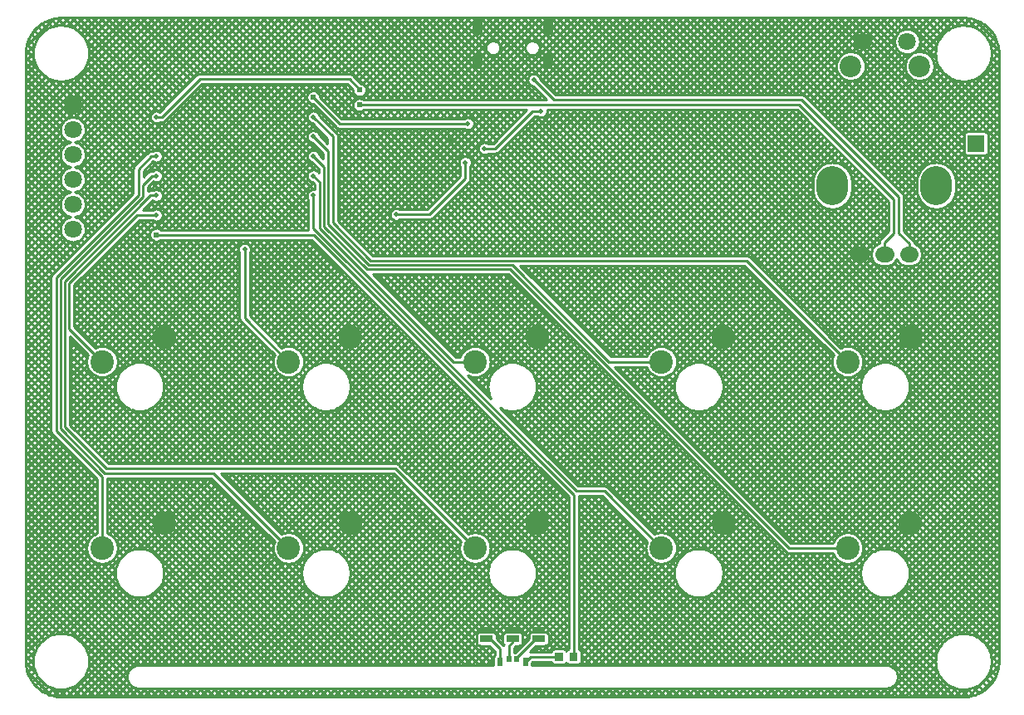
<source format=gbl>
G04 Layer: BottomLayer*
G04 EasyEDA v6.5.1, 2022-03-30 12:51:21*
G04 1b3168c556004a9db489dd156287313a,d03eed67808b488db07f83a96349b93e,10*
G04 Gerber Generator version 0.2*
G04 Scale: 100 percent, Rotated: No, Reflected: No *
G04 Dimensions in inches *
G04 leading zeros omitted , absolute positions ,3 integer and 6 decimal *
%FSLAX36Y36*%
%MOIN*%

%ADD10C,0.0100*%
%ADD13C,0.0197*%
%ADD14C,0.0240*%
%ADD26C,0.0709*%
%ADD27R,0.0709X0.0709*%
%ADD28C,0.0945*%
%ADD29C,0.0866*%
%ADD30C,0.0394*%
%ADD31C,0.0630*%
%ADD32C,0.1260*%

%LPD*%
D10*
X1985799Y-2589600D02*
G01*
X1985799Y-2584200D01*
X2061999Y-2508000D01*
X2075000Y-2508000D01*
X1918800Y-2600399D02*
G01*
X1918800Y-2548800D01*
X1881800Y-2511799D01*
X1868800Y-2511799D01*
X1865000Y-2508000D01*
X1954200Y-2589600D02*
G01*
X1954200Y-2535799D01*
X1970000Y-2520000D01*
X1970000Y-2508000D01*
X2021199Y-2600399D02*
G01*
X2041199Y-2580399D01*
X2155299Y-2580000D01*
X2214700Y-2580000D02*
G01*
X2214700Y-1929699D01*
X1171000Y-885999D01*
X540000Y-885999D01*
X1170000Y-728600D02*
G01*
X1170000Y-860000D01*
X2225000Y-1915000D01*
X2337600Y-1915000D01*
X2566499Y-2143899D01*
X1170000Y-492300D02*
G01*
X1230000Y-552300D01*
X1230000Y-845000D01*
X1392500Y-1007500D01*
X1967500Y-1007500D01*
X2355799Y-1395900D01*
X2566499Y-1395900D01*
X1070500Y-1395900D02*
G01*
X894300Y-1219699D01*
X894300Y-945100D01*
X3463699Y-965599D02*
G01*
X3463699Y-916300D01*
X3500000Y-880000D01*
X3500000Y-745000D01*
X3120000Y-365000D01*
X1355000Y-365000D01*
X540000Y-413600D02*
G01*
X561399Y-413600D01*
X715000Y-260000D01*
X1315000Y-260000D01*
X1355000Y-305000D01*
X1780000Y-595680D02*
G01*
X1780000Y-660001D01*
X1635002Y-805000D01*
X1502500Y-805000D01*
X2083100Y-390000D02*
G01*
X2050000Y-390000D01*
X1900000Y-540000D01*
X1856899Y-540000D01*
X1170000Y-334899D02*
G01*
X1275100Y-440000D01*
X1790000Y-440000D01*
X1170000Y-413600D02*
G01*
X1247500Y-491100D01*
X1247500Y-837500D01*
X1400000Y-990000D01*
X2908699Y-990000D01*
X3314600Y-1395900D01*
X540000Y-807300D02*
G01*
X462699Y-807300D01*
X190000Y-1080000D01*
X190000Y-1263400D01*
X322399Y-1395900D01*
X540000Y-571100D02*
G01*
X518899Y-571100D01*
X467500Y-622500D01*
X467500Y-727500D01*
X137500Y-1057500D01*
X137500Y-1672500D01*
X322399Y-1857399D01*
X322399Y-2143899D01*
X1070500Y-2143899D02*
G01*
X769099Y-1842500D01*
X332500Y-1842500D01*
X155000Y-1665000D01*
X155000Y-1065000D01*
X485000Y-735000D01*
X485000Y-686399D01*
X521399Y-650000D01*
X540000Y-649800D01*
X1818500Y-2143899D02*
G01*
X1499600Y-1825000D01*
X340000Y-1825000D01*
X172500Y-1657500D01*
X172500Y-1072500D01*
X516399Y-728600D01*
X540000Y-728600D01*
X1170000Y-649800D02*
G01*
X1195000Y-674800D01*
X1195000Y-860000D01*
X1733800Y-1396199D01*
X1818500Y-1395900D01*
X1170000Y-571100D02*
G01*
X1212500Y-613600D01*
X1212500Y-852500D01*
X1385000Y-1025000D01*
X1960000Y-1025000D01*
X3078900Y-2143899D01*
X3314600Y-2143899D01*
X2055000Y-265000D02*
G01*
X2135000Y-345000D01*
X3130000Y-345000D01*
X3520000Y-735000D01*
X3520000Y-880000D01*
X3562100Y-922100D01*
X3562100Y-965599D01*
X67757Y-2708709D02*
G01*
X60440Y-2702329D01*
X60440Y-2702329D02*
G01*
X53575Y-2695465D01*
X53575Y-2695465D02*
G01*
X47195Y-2688148D01*
X47195Y-2688148D02*
G01*
X41329Y-2680412D01*
X41329Y-2680412D02*
G01*
X36005Y-2672295D01*
X36005Y-2672295D02*
G01*
X31247Y-2663833D01*
X31247Y-2663833D02*
G01*
X27078Y-2655066D01*
X27078Y-2655066D02*
G01*
X23517Y-2646035D01*
X23517Y-2646035D02*
G01*
X20580Y-2636782D01*
X20580Y-2636782D02*
G01*
X18282Y-2627350D01*
X18282Y-2627350D02*
G01*
X16632Y-2617784D01*
X16632Y-2617784D02*
G01*
X15639Y-2608127D01*
X15639Y-2608127D02*
G01*
X15300Y-2598172D01*
X15300Y-2598172D02*
G01*
X15300Y-157732D01*
X15300Y-157732D02*
G01*
X15640Y-147777D01*
X15640Y-147777D02*
G01*
X16632Y-138121D01*
X16632Y-138121D02*
G01*
X18282Y-128554D01*
X18282Y-128554D02*
G01*
X20580Y-119122D01*
X20580Y-119122D02*
G01*
X23517Y-109869D01*
X23517Y-109869D02*
G01*
X27078Y-100838D01*
X27078Y-100838D02*
G01*
X31248Y-92071D01*
X31248Y-92071D02*
G01*
X36006Y-83609D01*
X36006Y-83609D02*
G01*
X41330Y-75492D01*
X41330Y-75492D02*
G01*
X47196Y-67757D01*
X47196Y-67757D02*
G01*
X53576Y-60440D01*
X53576Y-60440D02*
G01*
X60440Y-53576D01*
X60440Y-53576D02*
G01*
X67757Y-47196D01*
X67757Y-47196D02*
G01*
X75492Y-41330D01*
X75492Y-41330D02*
G01*
X83609Y-36006D01*
X83609Y-36006D02*
G01*
X92071Y-31248D01*
X92071Y-31248D02*
G01*
X100838Y-27078D01*
X100838Y-27078D02*
G01*
X109869Y-23517D01*
X109869Y-23517D02*
G01*
X119122Y-20580D01*
X119122Y-20580D02*
G01*
X128554Y-18282D01*
X128554Y-18282D02*
G01*
X138121Y-16632D01*
X138121Y-16632D02*
G01*
X147777Y-15640D01*
X147777Y-15640D02*
G01*
X157732Y-15300D01*
X157732Y-15300D02*
G01*
X3779275Y-15300D01*
X3779275Y-15300D02*
G01*
X3789230Y-15640D01*
X3789230Y-15640D02*
G01*
X3798887Y-16632D01*
X3798887Y-16632D02*
G01*
X3808453Y-18282D01*
X3808453Y-18282D02*
G01*
X3817885Y-20580D01*
X3817885Y-20580D02*
G01*
X3827138Y-23517D01*
X3827138Y-23517D02*
G01*
X3836169Y-27078D01*
X3836169Y-27078D02*
G01*
X3844936Y-31248D01*
X3844936Y-31248D02*
G01*
X3853397Y-36006D01*
X3853397Y-36006D02*
G01*
X3861515Y-41330D01*
X3861515Y-41330D02*
G01*
X3869250Y-47196D01*
X3869250Y-47196D02*
G01*
X3876567Y-53576D01*
X3876567Y-53576D02*
G01*
X3883431Y-60440D01*
X3883431Y-60440D02*
G01*
X3889811Y-67757D01*
X3889811Y-67757D02*
G01*
X3895677Y-75492D01*
X3895677Y-75492D02*
G01*
X3901001Y-83609D01*
X3901001Y-83609D02*
G01*
X3905759Y-92071D01*
X3905759Y-92071D02*
G01*
X3909929Y-100838D01*
X3909929Y-100838D02*
G01*
X3913490Y-109869D01*
X3913490Y-109869D02*
G01*
X3916427Y-119122D01*
X3916427Y-119122D02*
G01*
X3918725Y-128554D01*
X3918725Y-128554D02*
G01*
X3920375Y-138121D01*
X3920375Y-138121D02*
G01*
X3921367Y-147777D01*
X3921367Y-147777D02*
G01*
X3921707Y-157732D01*
X3921707Y-157732D02*
G01*
X3921707Y-2598172D01*
X3921707Y-2598172D02*
G01*
X3921368Y-2608127D01*
X3921368Y-2608127D02*
G01*
X3920375Y-2617784D01*
X3920375Y-2617784D02*
G01*
X3918725Y-2627350D01*
X3918725Y-2627350D02*
G01*
X3916427Y-2636782D01*
X3916427Y-2636782D02*
G01*
X3913490Y-2646035D01*
X3913490Y-2646035D02*
G01*
X3909929Y-2655066D01*
X3909929Y-2655066D02*
G01*
X3905760Y-2663833D01*
X3905760Y-2663833D02*
G01*
X3901002Y-2672295D01*
X3901002Y-2672295D02*
G01*
X3895677Y-2680412D01*
X3895677Y-2680412D02*
G01*
X3889812Y-2688148D01*
X3889812Y-2688148D02*
G01*
X3883432Y-2695465D01*
X3883432Y-2695465D02*
G01*
X3876567Y-2702329D01*
X3876567Y-2702329D02*
G01*
X3869250Y-2708709D01*
X3869250Y-2708709D02*
G01*
X3861515Y-2714575D01*
X3861515Y-2714575D02*
G01*
X3853398Y-2719899D01*
X3853398Y-2719899D02*
G01*
X3844936Y-2724657D01*
X3844936Y-2724657D02*
G01*
X3836169Y-2728827D01*
X3836169Y-2728827D02*
G01*
X3827138Y-2732388D01*
X3827138Y-2732388D02*
G01*
X3817885Y-2735325D01*
X3817885Y-2735325D02*
G01*
X3808453Y-2737623D01*
X3808453Y-2737623D02*
G01*
X3798887Y-2739273D01*
X3798887Y-2739273D02*
G01*
X3789230Y-2740265D01*
X3789230Y-2740265D02*
G01*
X3779275Y-2740605D01*
X3779275Y-2740605D02*
G01*
X157732Y-2740605D01*
X157732Y-2740605D02*
G01*
X147777Y-2740265D01*
X147777Y-2740265D02*
G01*
X138120Y-2739273D01*
X138120Y-2739273D02*
G01*
X128554Y-2737623D01*
X128554Y-2737623D02*
G01*
X119122Y-2735325D01*
X119122Y-2735325D02*
G01*
X109869Y-2732388D01*
X109869Y-2732388D02*
G01*
X100838Y-2728827D01*
X100838Y-2728827D02*
G01*
X92071Y-2724657D01*
X92071Y-2724657D02*
G01*
X83609Y-2719899D01*
X83609Y-2719899D02*
G01*
X75492Y-2714575D01*
X75492Y-2714575D02*
G01*
X67757Y-2708709D01*
X431635Y-2688288D02*
G01*
X435643Y-2692858D01*
X435643Y-2692858D02*
G01*
X440213Y-2696866D01*
X440213Y-2696866D02*
G01*
X445268Y-2700243D01*
X445268Y-2700243D02*
G01*
X450719Y-2702931D01*
X450719Y-2702931D02*
G01*
X456475Y-2704885D01*
X456475Y-2704885D02*
G01*
X462437Y-2706071D01*
X462437Y-2706071D02*
G01*
X468503Y-2706469D01*
X468503Y-2706469D02*
G01*
X3468504Y-2706469D01*
X3468504Y-2706469D02*
G01*
X3474569Y-2706071D01*
X3474569Y-2706071D02*
G01*
X3480531Y-2704885D01*
X3480531Y-2704885D02*
G01*
X3486287Y-2702931D01*
X3486287Y-2702931D02*
G01*
X3491738Y-2700243D01*
X3491738Y-2700243D02*
G01*
X3496793Y-2696866D01*
X3496793Y-2696866D02*
G01*
X3501363Y-2692858D01*
X3501363Y-2692858D02*
G01*
X3505371Y-2688288D01*
X3505371Y-2688288D02*
G01*
X3508748Y-2683234D01*
X3508748Y-2683234D02*
G01*
X3511436Y-2677782D01*
X3511436Y-2677782D02*
G01*
X3513390Y-2672026D01*
X3513390Y-2672026D02*
G01*
X3514576Y-2666064D01*
X3514576Y-2666064D02*
G01*
X3514974Y-2659998D01*
X3514974Y-2659998D02*
G01*
X3514576Y-2653933D01*
X3514576Y-2653933D02*
G01*
X3513390Y-2647971D01*
X3513390Y-2647971D02*
G01*
X3511436Y-2642215D01*
X3511436Y-2642215D02*
G01*
X3508748Y-2636763D01*
X3508748Y-2636763D02*
G01*
X3505371Y-2631709D01*
X3505371Y-2631709D02*
G01*
X3501363Y-2627139D01*
X3501363Y-2627139D02*
G01*
X3496793Y-2623131D01*
X3496793Y-2623131D02*
G01*
X3491738Y-2619754D01*
X3491738Y-2619754D02*
G01*
X3486287Y-2617066D01*
X3486287Y-2617066D02*
G01*
X3480531Y-2615112D01*
X3480531Y-2615112D02*
G01*
X3474569Y-2613926D01*
X3474569Y-2613926D02*
G01*
X3468504Y-2613528D01*
X3468504Y-2613528D02*
G01*
X2046321Y-2613528D01*
X2046321Y-2613528D02*
G01*
X2046321Y-2603987D01*
X2046321Y-2603987D02*
G01*
X2049638Y-2600670D01*
X2049638Y-2600670D02*
G01*
X2124552Y-2600407D01*
X2124552Y-2600407D02*
G01*
X2125684Y-2603646D01*
X2125684Y-2603646D02*
G01*
X2127507Y-2606547D01*
X2127507Y-2606547D02*
G01*
X2129930Y-2608969D01*
X2129930Y-2608969D02*
G01*
X2132831Y-2610792D01*
X2132831Y-2610792D02*
G01*
X2136064Y-2611924D01*
X2136064Y-2611924D02*
G01*
X2139469Y-2612307D01*
X2139469Y-2612307D02*
G01*
X2171220Y-2612307D01*
X2171220Y-2612307D02*
G01*
X2174625Y-2611924D01*
X2174625Y-2611924D02*
G01*
X2177858Y-2610792D01*
X2177858Y-2610792D02*
G01*
X2180759Y-2608969D01*
X2180759Y-2608969D02*
G01*
X2183182Y-2606547D01*
X2183182Y-2606547D02*
G01*
X2185000Y-2603654D01*
X2185000Y-2603654D02*
G01*
X2186817Y-2606547D01*
X2186817Y-2606547D02*
G01*
X2189240Y-2608969D01*
X2189240Y-2608969D02*
G01*
X2192141Y-2610792D01*
X2192141Y-2610792D02*
G01*
X2195374Y-2611924D01*
X2195374Y-2611924D02*
G01*
X2198779Y-2612307D01*
X2198779Y-2612307D02*
G01*
X2230530Y-2612307D01*
X2230530Y-2612307D02*
G01*
X2233935Y-2611924D01*
X2233935Y-2611924D02*
G01*
X2237168Y-2610792D01*
X2237168Y-2610792D02*
G01*
X2240069Y-2608969D01*
X2240069Y-2608969D02*
G01*
X2242492Y-2606547D01*
X2242492Y-2606547D02*
G01*
X2244315Y-2603646D01*
X2244315Y-2603646D02*
G01*
X2245446Y-2600412D01*
X2245446Y-2600412D02*
G01*
X2245830Y-2597008D01*
X2245830Y-2597008D02*
G01*
X2245830Y-2562991D01*
X2245830Y-2562991D02*
G01*
X2245446Y-2559587D01*
X2245446Y-2559587D02*
G01*
X2244315Y-2556353D01*
X2244315Y-2556353D02*
G01*
X2242492Y-2553452D01*
X2242492Y-2553452D02*
G01*
X2240069Y-2551030D01*
X2240069Y-2551030D02*
G01*
X2237168Y-2549207D01*
X2237168Y-2549207D02*
G01*
X2235000Y-2548448D01*
X2235000Y-2548448D02*
G01*
X2235000Y-1935300D01*
X2235000Y-1935300D02*
G01*
X2329191Y-1935300D01*
X2329191Y-1935300D02*
G01*
X2510348Y-2116457D01*
X2510348Y-2116457D02*
G01*
X2510179Y-2116763D01*
X2510179Y-2116763D02*
G01*
X2507495Y-2123243D01*
X2507495Y-2123243D02*
G01*
X2505554Y-2129982D01*
X2505554Y-2129982D02*
G01*
X2504379Y-2136897D01*
X2504379Y-2136897D02*
G01*
X2503986Y-2143899D01*
X2503986Y-2143899D02*
G01*
X2504379Y-2150902D01*
X2504379Y-2150902D02*
G01*
X2505554Y-2157817D01*
X2505554Y-2157817D02*
G01*
X2507495Y-2164557D01*
X2507495Y-2164557D02*
G01*
X2510179Y-2171036D01*
X2510179Y-2171036D02*
G01*
X2513572Y-2177175D01*
X2513572Y-2177175D02*
G01*
X2517631Y-2182895D01*
X2517631Y-2182895D02*
G01*
X2522304Y-2188125D01*
X2522304Y-2188125D02*
G01*
X2527534Y-2192798D01*
X2527534Y-2192798D02*
G01*
X2533254Y-2196857D01*
X2533254Y-2196857D02*
G01*
X2539393Y-2200250D01*
X2539393Y-2200250D02*
G01*
X2545873Y-2202934D01*
X2545873Y-2202934D02*
G01*
X2552612Y-2204875D01*
X2552612Y-2204875D02*
G01*
X2559527Y-2206050D01*
X2559527Y-2206050D02*
G01*
X2566530Y-2206444D01*
X2566530Y-2206444D02*
G01*
X2573532Y-2206050D01*
X2573532Y-2206050D02*
G01*
X2580447Y-2204875D01*
X2580447Y-2204875D02*
G01*
X2587187Y-2202934D01*
X2587187Y-2202934D02*
G01*
X2593666Y-2200250D01*
X2593666Y-2200250D02*
G01*
X2599805Y-2196857D01*
X2599805Y-2196857D02*
G01*
X2605525Y-2192798D01*
X2605525Y-2192798D02*
G01*
X2610755Y-2188125D01*
X2610755Y-2188125D02*
G01*
X2615428Y-2182895D01*
X2615428Y-2182895D02*
G01*
X2619487Y-2177175D01*
X2619487Y-2177175D02*
G01*
X2622880Y-2171036D01*
X2622880Y-2171036D02*
G01*
X2625564Y-2164557D01*
X2625564Y-2164557D02*
G01*
X2627505Y-2157817D01*
X2627505Y-2157817D02*
G01*
X2628680Y-2150902D01*
X2628680Y-2150902D02*
G01*
X2629074Y-2143899D01*
X2629074Y-2143899D02*
G01*
X2628680Y-2136897D01*
X2628680Y-2136897D02*
G01*
X2627505Y-2129982D01*
X2627505Y-2129982D02*
G01*
X2625564Y-2123243D01*
X2625564Y-2123243D02*
G01*
X2622880Y-2116763D01*
X2622880Y-2116763D02*
G01*
X2619487Y-2110624D01*
X2619487Y-2110624D02*
G01*
X2615428Y-2104904D01*
X2615428Y-2104904D02*
G01*
X2610755Y-2099674D01*
X2610755Y-2099674D02*
G01*
X2605525Y-2095001D01*
X2605525Y-2095001D02*
G01*
X2599805Y-2090942D01*
X2599805Y-2090942D02*
G01*
X2593666Y-2087549D01*
X2593666Y-2087549D02*
G01*
X2587187Y-2084865D01*
X2587187Y-2084865D02*
G01*
X2580447Y-2082924D01*
X2580447Y-2082924D02*
G01*
X2573532Y-2081749D01*
X2573532Y-2081749D02*
G01*
X2566530Y-2081356D01*
X2566530Y-2081356D02*
G01*
X2559527Y-2081749D01*
X2559527Y-2081749D02*
G01*
X2552612Y-2082924D01*
X2552612Y-2082924D02*
G01*
X2545873Y-2084865D01*
X2545873Y-2084865D02*
G01*
X2539393Y-2087549D01*
X2539393Y-2087549D02*
G01*
X2539048Y-2087740D01*
X2539048Y-2087740D02*
G01*
X2351954Y-1900645D01*
X2351954Y-1900645D02*
G01*
X2348878Y-1898121D01*
X2348878Y-1898121D02*
G01*
X2345368Y-1896245D01*
X2345368Y-1896245D02*
G01*
X2341560Y-1895090D01*
X2341560Y-1895090D02*
G01*
X2337600Y-1894699D01*
X2337600Y-1894699D02*
G01*
X2233408Y-1894699D01*
X2233408Y-1894699D02*
G01*
X1919053Y-1580344D01*
X1919053Y-1580344D02*
G01*
X1922071Y-1582148D01*
X1922071Y-1582148D02*
G01*
X1929992Y-1585962D01*
X1929992Y-1585962D02*
G01*
X1938223Y-1589051D01*
X1938223Y-1589051D02*
G01*
X1946698Y-1591390D01*
X1946698Y-1591390D02*
G01*
X1955348Y-1592960D01*
X1955348Y-1592960D02*
G01*
X1964104Y-1593748D01*
X1964104Y-1593748D02*
G01*
X1972895Y-1593748D01*
X1972895Y-1593748D02*
G01*
X1981651Y-1592960D01*
X1981651Y-1592960D02*
G01*
X1990301Y-1591390D01*
X1990301Y-1591390D02*
G01*
X1998776Y-1589051D01*
X1998776Y-1589051D02*
G01*
X2007007Y-1585962D01*
X2007007Y-1585962D02*
G01*
X2014928Y-1582148D01*
X2014928Y-1582148D02*
G01*
X2022475Y-1577638D01*
X2022475Y-1577638D02*
G01*
X2029587Y-1572471D01*
X2029587Y-1572471D02*
G01*
X2036208Y-1566687D01*
X2036208Y-1566687D02*
G01*
X2042283Y-1560332D01*
X2042283Y-1560332D02*
G01*
X2047765Y-1553459D01*
X2047765Y-1553459D02*
G01*
X2052608Y-1546122D01*
X2052608Y-1546122D02*
G01*
X2056774Y-1538380D01*
X2056774Y-1538380D02*
G01*
X2060229Y-1530296D01*
X2060229Y-1530296D02*
G01*
X2062946Y-1521935D01*
X2062946Y-1521935D02*
G01*
X2064902Y-1513364D01*
X2064902Y-1513364D02*
G01*
X2066082Y-1504652D01*
X2066082Y-1504652D02*
G01*
X2066477Y-1495870D01*
X2066477Y-1495870D02*
G01*
X2066082Y-1487087D01*
X2066082Y-1487087D02*
G01*
X2064902Y-1478375D01*
X2064902Y-1478375D02*
G01*
X2062946Y-1469804D01*
X2062946Y-1469804D02*
G01*
X2060229Y-1461443D01*
X2060229Y-1461443D02*
G01*
X2056774Y-1453359D01*
X2056774Y-1453359D02*
G01*
X2052608Y-1445617D01*
X2052608Y-1445617D02*
G01*
X2047765Y-1438280D01*
X2047765Y-1438280D02*
G01*
X2042283Y-1431407D01*
X2042283Y-1431407D02*
G01*
X2036208Y-1425052D01*
X2036208Y-1425052D02*
G01*
X2029587Y-1419268D01*
X2029587Y-1419268D02*
G01*
X2022475Y-1414101D01*
X2022475Y-1414101D02*
G01*
X2014928Y-1409591D01*
X2014928Y-1409591D02*
G01*
X2007007Y-1405777D01*
X2007007Y-1405777D02*
G01*
X1998776Y-1402688D01*
X1998776Y-1402688D02*
G01*
X1990301Y-1400349D01*
X1990301Y-1400349D02*
G01*
X1981651Y-1398779D01*
X1981651Y-1398779D02*
G01*
X1972895Y-1397991D01*
X1972895Y-1397991D02*
G01*
X1964104Y-1397991D01*
X1964104Y-1397991D02*
G01*
X1955348Y-1398779D01*
X1955348Y-1398779D02*
G01*
X1946698Y-1400349D01*
X1946698Y-1400349D02*
G01*
X1938223Y-1402688D01*
X1938223Y-1402688D02*
G01*
X1929992Y-1405777D01*
X1929992Y-1405777D02*
G01*
X1922071Y-1409591D01*
X1922071Y-1409591D02*
G01*
X1914524Y-1414101D01*
X1914524Y-1414101D02*
G01*
X1907412Y-1419268D01*
X1907412Y-1419268D02*
G01*
X1900791Y-1425052D01*
X1900791Y-1425052D02*
G01*
X1894716Y-1431407D01*
X1894716Y-1431407D02*
G01*
X1889234Y-1438280D01*
X1889234Y-1438280D02*
G01*
X1884391Y-1445617D01*
X1884391Y-1445617D02*
G01*
X1880225Y-1453359D01*
X1880225Y-1453359D02*
G01*
X1876770Y-1461443D01*
X1876770Y-1461443D02*
G01*
X1874053Y-1469804D01*
X1874053Y-1469804D02*
G01*
X1872097Y-1478375D01*
X1872097Y-1478375D02*
G01*
X1870917Y-1487087D01*
X1870917Y-1487087D02*
G01*
X1870523Y-1495870D01*
X1870523Y-1495870D02*
G01*
X1870917Y-1504652D01*
X1870917Y-1504652D02*
G01*
X1872097Y-1513364D01*
X1872097Y-1513364D02*
G01*
X1874053Y-1521935D01*
X1874053Y-1521935D02*
G01*
X1876770Y-1530296D01*
X1876770Y-1530296D02*
G01*
X1880225Y-1538380D01*
X1880225Y-1538380D02*
G01*
X1883880Y-1545171D01*
X1883880Y-1545171D02*
G01*
X1790389Y-1451681D01*
X1790389Y-1451681D02*
G01*
X1791361Y-1452218D01*
X1791361Y-1452218D02*
G01*
X1797840Y-1454902D01*
X1797840Y-1454902D02*
G01*
X1804580Y-1456843D01*
X1804580Y-1456843D02*
G01*
X1811495Y-1458018D01*
X1811495Y-1458018D02*
G01*
X1818497Y-1458411D01*
X1818497Y-1458411D02*
G01*
X1825500Y-1458018D01*
X1825500Y-1458018D02*
G01*
X1832415Y-1456843D01*
X1832415Y-1456843D02*
G01*
X1839155Y-1454902D01*
X1839155Y-1454902D02*
G01*
X1845634Y-1452218D01*
X1845634Y-1452218D02*
G01*
X1851773Y-1448825D01*
X1851773Y-1448825D02*
G01*
X1857493Y-1444766D01*
X1857493Y-1444766D02*
G01*
X1862723Y-1440093D01*
X1862723Y-1440093D02*
G01*
X1867396Y-1434863D01*
X1867396Y-1434863D02*
G01*
X1871455Y-1429143D01*
X1871455Y-1429143D02*
G01*
X1874848Y-1423004D01*
X1874848Y-1423004D02*
G01*
X1877532Y-1416525D01*
X1877532Y-1416525D02*
G01*
X1879473Y-1409785D01*
X1879473Y-1409785D02*
G01*
X1880648Y-1402870D01*
X1880648Y-1402870D02*
G01*
X1881041Y-1395868D01*
X1881041Y-1395868D02*
G01*
X1880648Y-1388865D01*
X1880648Y-1388865D02*
G01*
X1879473Y-1381950D01*
X1879473Y-1381950D02*
G01*
X1877532Y-1375210D01*
X1877532Y-1375210D02*
G01*
X1874848Y-1368731D01*
X1874848Y-1368731D02*
G01*
X1871455Y-1362592D01*
X1871455Y-1362592D02*
G01*
X1867396Y-1356872D01*
X1867396Y-1356872D02*
G01*
X1862723Y-1351642D01*
X1862723Y-1351642D02*
G01*
X1857493Y-1346969D01*
X1857493Y-1346969D02*
G01*
X1851773Y-1342910D01*
X1851773Y-1342910D02*
G01*
X1845634Y-1339517D01*
X1845634Y-1339517D02*
G01*
X1839155Y-1336833D01*
X1839155Y-1336833D02*
G01*
X1832415Y-1334892D01*
X1832415Y-1334892D02*
G01*
X1825500Y-1333717D01*
X1825500Y-1333717D02*
G01*
X1818497Y-1333323D01*
X1818497Y-1333323D02*
G01*
X1811495Y-1333717D01*
X1811495Y-1333717D02*
G01*
X1804580Y-1334892D01*
X1804580Y-1334892D02*
G01*
X1797840Y-1336833D01*
X1797840Y-1336833D02*
G01*
X1791361Y-1339517D01*
X1791361Y-1339517D02*
G01*
X1785222Y-1342910D01*
X1785222Y-1342910D02*
G01*
X1779502Y-1346969D01*
X1779502Y-1346969D02*
G01*
X1774272Y-1351642D01*
X1774272Y-1351642D02*
G01*
X1769599Y-1356872D01*
X1769599Y-1356872D02*
G01*
X1765540Y-1362592D01*
X1765540Y-1362592D02*
G01*
X1762147Y-1368731D01*
X1762147Y-1368731D02*
G01*
X1759463Y-1375210D01*
X1759463Y-1375210D02*
G01*
X1759291Y-1375809D01*
X1759291Y-1375809D02*
G01*
X1742149Y-1375870D01*
X1742149Y-1375870D02*
G01*
X1409976Y-1045300D01*
X1409976Y-1045300D02*
G01*
X1951591Y-1045300D01*
X1951591Y-1045300D02*
G01*
X3064545Y-2158254D01*
X3064545Y-2158254D02*
G01*
X3067621Y-2160778D01*
X3067621Y-2160778D02*
G01*
X3071131Y-2162654D01*
X3071131Y-2162654D02*
G01*
X3074939Y-2163809D01*
X3074939Y-2163809D02*
G01*
X3078900Y-2164200D01*
X3078900Y-2164200D02*
G01*
X3255423Y-2164200D01*
X3255423Y-2164200D02*
G01*
X3255526Y-2164557D01*
X3255526Y-2164557D02*
G01*
X3258210Y-2171036D01*
X3258210Y-2171036D02*
G01*
X3261603Y-2177175D01*
X3261603Y-2177175D02*
G01*
X3265662Y-2182895D01*
X3265662Y-2182895D02*
G01*
X3270335Y-2188125D01*
X3270335Y-2188125D02*
G01*
X3275565Y-2192798D01*
X3275565Y-2192798D02*
G01*
X3281285Y-2196857D01*
X3281285Y-2196857D02*
G01*
X3287424Y-2200250D01*
X3287424Y-2200250D02*
G01*
X3293904Y-2202934D01*
X3293904Y-2202934D02*
G01*
X3300643Y-2204875D01*
X3300643Y-2204875D02*
G01*
X3307558Y-2206050D01*
X3307558Y-2206050D02*
G01*
X3314561Y-2206444D01*
X3314561Y-2206444D02*
G01*
X3321563Y-2206050D01*
X3321563Y-2206050D02*
G01*
X3328478Y-2204875D01*
X3328478Y-2204875D02*
G01*
X3335218Y-2202934D01*
X3335218Y-2202934D02*
G01*
X3341697Y-2200250D01*
X3341697Y-2200250D02*
G01*
X3347836Y-2196857D01*
X3347836Y-2196857D02*
G01*
X3353556Y-2192798D01*
X3353556Y-2192798D02*
G01*
X3358786Y-2188125D01*
X3358786Y-2188125D02*
G01*
X3363459Y-2182895D01*
X3363459Y-2182895D02*
G01*
X3367518Y-2177175D01*
X3367518Y-2177175D02*
G01*
X3370911Y-2171036D01*
X3370911Y-2171036D02*
G01*
X3373595Y-2164557D01*
X3373595Y-2164557D02*
G01*
X3375536Y-2157817D01*
X3375536Y-2157817D02*
G01*
X3376711Y-2150902D01*
X3376711Y-2150902D02*
G01*
X3377105Y-2143899D01*
X3377105Y-2143899D02*
G01*
X3376711Y-2136897D01*
X3376711Y-2136897D02*
G01*
X3375536Y-2129982D01*
X3375536Y-2129982D02*
G01*
X3373595Y-2123243D01*
X3373595Y-2123243D02*
G01*
X3370911Y-2116763D01*
X3370911Y-2116763D02*
G01*
X3367518Y-2110624D01*
X3367518Y-2110624D02*
G01*
X3363459Y-2104904D01*
X3363459Y-2104904D02*
G01*
X3358786Y-2099674D01*
X3358786Y-2099674D02*
G01*
X3353556Y-2095001D01*
X3353556Y-2095001D02*
G01*
X3347836Y-2090942D01*
X3347836Y-2090942D02*
G01*
X3341697Y-2087549D01*
X3341697Y-2087549D02*
G01*
X3335218Y-2084865D01*
X3335218Y-2084865D02*
G01*
X3328478Y-2082924D01*
X3328478Y-2082924D02*
G01*
X3321563Y-2081749D01*
X3321563Y-2081749D02*
G01*
X3314561Y-2081356D01*
X3314561Y-2081356D02*
G01*
X3307558Y-2081749D01*
X3307558Y-2081749D02*
G01*
X3300643Y-2082924D01*
X3300643Y-2082924D02*
G01*
X3293904Y-2084865D01*
X3293904Y-2084865D02*
G01*
X3287424Y-2087549D01*
X3287424Y-2087549D02*
G01*
X3281285Y-2090942D01*
X3281285Y-2090942D02*
G01*
X3275565Y-2095001D01*
X3275565Y-2095001D02*
G01*
X3270335Y-2099674D01*
X3270335Y-2099674D02*
G01*
X3265662Y-2104904D01*
X3265662Y-2104904D02*
G01*
X3261603Y-2110624D01*
X3261603Y-2110624D02*
G01*
X3258210Y-2116763D01*
X3258210Y-2116763D02*
G01*
X3255526Y-2123243D01*
X3255526Y-2123243D02*
G01*
X3255423Y-2123600D01*
X3255423Y-2123600D02*
G01*
X3087308Y-2123600D01*
X3087308Y-2123600D02*
G01*
X2379908Y-1416199D01*
X2379908Y-1416199D02*
G01*
X2507402Y-1416199D01*
X2507402Y-1416199D02*
G01*
X2507495Y-1416525D01*
X2507495Y-1416525D02*
G01*
X2510179Y-1423004D01*
X2510179Y-1423004D02*
G01*
X2513572Y-1429143D01*
X2513572Y-1429143D02*
G01*
X2517631Y-1434863D01*
X2517631Y-1434863D02*
G01*
X2522304Y-1440093D01*
X2522304Y-1440093D02*
G01*
X2527534Y-1444766D01*
X2527534Y-1444766D02*
G01*
X2533254Y-1448825D01*
X2533254Y-1448825D02*
G01*
X2539393Y-1452218D01*
X2539393Y-1452218D02*
G01*
X2545873Y-1454902D01*
X2545873Y-1454902D02*
G01*
X2552612Y-1456843D01*
X2552612Y-1456843D02*
G01*
X2559527Y-1458018D01*
X2559527Y-1458018D02*
G01*
X2566530Y-1458411D01*
X2566530Y-1458411D02*
G01*
X2573532Y-1458018D01*
X2573532Y-1458018D02*
G01*
X2580447Y-1456843D01*
X2580447Y-1456843D02*
G01*
X2587187Y-1454902D01*
X2587187Y-1454902D02*
G01*
X2593666Y-1452218D01*
X2593666Y-1452218D02*
G01*
X2599805Y-1448825D01*
X2599805Y-1448825D02*
G01*
X2605525Y-1444766D01*
X2605525Y-1444766D02*
G01*
X2610755Y-1440093D01*
X2610755Y-1440093D02*
G01*
X2615428Y-1434863D01*
X2615428Y-1434863D02*
G01*
X2619487Y-1429143D01*
X2619487Y-1429143D02*
G01*
X2622880Y-1423004D01*
X2622880Y-1423004D02*
G01*
X2625564Y-1416525D01*
X2625564Y-1416525D02*
G01*
X2627505Y-1409785D01*
X2627505Y-1409785D02*
G01*
X2628680Y-1402870D01*
X2628680Y-1402870D02*
G01*
X2629074Y-1395868D01*
X2629074Y-1395868D02*
G01*
X2628680Y-1388865D01*
X2628680Y-1388865D02*
G01*
X2627505Y-1381950D01*
X2627505Y-1381950D02*
G01*
X2625564Y-1375210D01*
X2625564Y-1375210D02*
G01*
X2622880Y-1368731D01*
X2622880Y-1368731D02*
G01*
X2619487Y-1362592D01*
X2619487Y-1362592D02*
G01*
X2615428Y-1356872D01*
X2615428Y-1356872D02*
G01*
X2610755Y-1351642D01*
X2610755Y-1351642D02*
G01*
X2605525Y-1346969D01*
X2605525Y-1346969D02*
G01*
X2599805Y-1342910D01*
X2599805Y-1342910D02*
G01*
X2593666Y-1339517D01*
X2593666Y-1339517D02*
G01*
X2587187Y-1336833D01*
X2587187Y-1336833D02*
G01*
X2580447Y-1334892D01*
X2580447Y-1334892D02*
G01*
X2573532Y-1333717D01*
X2573532Y-1333717D02*
G01*
X2566530Y-1333323D01*
X2566530Y-1333323D02*
G01*
X2559527Y-1333717D01*
X2559527Y-1333717D02*
G01*
X2552612Y-1334892D01*
X2552612Y-1334892D02*
G01*
X2545873Y-1336833D01*
X2545873Y-1336833D02*
G01*
X2539393Y-1339517D01*
X2539393Y-1339517D02*
G01*
X2533254Y-1342910D01*
X2533254Y-1342910D02*
G01*
X2527534Y-1346969D01*
X2527534Y-1346969D02*
G01*
X2522304Y-1351642D01*
X2522304Y-1351642D02*
G01*
X2517631Y-1356872D01*
X2517631Y-1356872D02*
G01*
X2513572Y-1362592D01*
X2513572Y-1362592D02*
G01*
X2510179Y-1368731D01*
X2510179Y-1368731D02*
G01*
X2507495Y-1375210D01*
X2507495Y-1375210D02*
G01*
X2507383Y-1375599D01*
X2507383Y-1375599D02*
G01*
X2364210Y-1375599D01*
X2364210Y-1375599D02*
G01*
X1999004Y-1010300D01*
X1999004Y-1010300D02*
G01*
X2900291Y-1010300D01*
X2900291Y-1010300D02*
G01*
X3258392Y-1368401D01*
X3258392Y-1368401D02*
G01*
X3258210Y-1368731D01*
X3258210Y-1368731D02*
G01*
X3255526Y-1375210D01*
X3255526Y-1375210D02*
G01*
X3253585Y-1381950D01*
X3253585Y-1381950D02*
G01*
X3252410Y-1388865D01*
X3252410Y-1388865D02*
G01*
X3252016Y-1395868D01*
X3252016Y-1395868D02*
G01*
X3252410Y-1402870D01*
X3252410Y-1402870D02*
G01*
X3253585Y-1409785D01*
X3253585Y-1409785D02*
G01*
X3255526Y-1416525D01*
X3255526Y-1416525D02*
G01*
X3258210Y-1423004D01*
X3258210Y-1423004D02*
G01*
X3261603Y-1429143D01*
X3261603Y-1429143D02*
G01*
X3265662Y-1434863D01*
X3265662Y-1434863D02*
G01*
X3270335Y-1440093D01*
X3270335Y-1440093D02*
G01*
X3275565Y-1444766D01*
X3275565Y-1444766D02*
G01*
X3281285Y-1448825D01*
X3281285Y-1448825D02*
G01*
X3287424Y-1452218D01*
X3287424Y-1452218D02*
G01*
X3293904Y-1454902D01*
X3293904Y-1454902D02*
G01*
X3300643Y-1456843D01*
X3300643Y-1456843D02*
G01*
X3307558Y-1458018D01*
X3307558Y-1458018D02*
G01*
X3314561Y-1458411D01*
X3314561Y-1458411D02*
G01*
X3321563Y-1458018D01*
X3321563Y-1458018D02*
G01*
X3328478Y-1456843D01*
X3328478Y-1456843D02*
G01*
X3335218Y-1454902D01*
X3335218Y-1454902D02*
G01*
X3341697Y-1452218D01*
X3341697Y-1452218D02*
G01*
X3347836Y-1448825D01*
X3347836Y-1448825D02*
G01*
X3353556Y-1444766D01*
X3353556Y-1444766D02*
G01*
X3358786Y-1440093D01*
X3358786Y-1440093D02*
G01*
X3363459Y-1434863D01*
X3363459Y-1434863D02*
G01*
X3367518Y-1429143D01*
X3367518Y-1429143D02*
G01*
X3370911Y-1423004D01*
X3370911Y-1423004D02*
G01*
X3373595Y-1416525D01*
X3373595Y-1416525D02*
G01*
X3375536Y-1409785D01*
X3375536Y-1409785D02*
G01*
X3376711Y-1402870D01*
X3376711Y-1402870D02*
G01*
X3377105Y-1395868D01*
X3377105Y-1395868D02*
G01*
X3376711Y-1388865D01*
X3376711Y-1388865D02*
G01*
X3375536Y-1381950D01*
X3375536Y-1381950D02*
G01*
X3373595Y-1375210D01*
X3373595Y-1375210D02*
G01*
X3370911Y-1368731D01*
X3370911Y-1368731D02*
G01*
X3367518Y-1362592D01*
X3367518Y-1362592D02*
G01*
X3363459Y-1356872D01*
X3363459Y-1356872D02*
G01*
X3358786Y-1351642D01*
X3358786Y-1351642D02*
G01*
X3353556Y-1346969D01*
X3353556Y-1346969D02*
G01*
X3347836Y-1342910D01*
X3347836Y-1342910D02*
G01*
X3341697Y-1339517D01*
X3341697Y-1339517D02*
G01*
X3335218Y-1336833D01*
X3335218Y-1336833D02*
G01*
X3328478Y-1334892D01*
X3328478Y-1334892D02*
G01*
X3321563Y-1333717D01*
X3321563Y-1333717D02*
G01*
X3314561Y-1333323D01*
X3314561Y-1333323D02*
G01*
X3307558Y-1333717D01*
X3307558Y-1333717D02*
G01*
X3300643Y-1334892D01*
X3300643Y-1334892D02*
G01*
X3293904Y-1336833D01*
X3293904Y-1336833D02*
G01*
X3287424Y-1339517D01*
X3287424Y-1339517D02*
G01*
X3287103Y-1339695D01*
X3287103Y-1339695D02*
G01*
X2923054Y-975645D01*
X2923054Y-975645D02*
G01*
X2919978Y-973121D01*
X2919978Y-973121D02*
G01*
X2916468Y-971245D01*
X2916468Y-971245D02*
G01*
X2912660Y-970090D01*
X2912660Y-970090D02*
G01*
X2908699Y-969699D01*
X2908699Y-969699D02*
G01*
X1408408Y-969699D01*
X1408408Y-969699D02*
G01*
X1267799Y-829091D01*
X1267799Y-829091D02*
G01*
X1267799Y-491100D01*
X1267799Y-491100D02*
G01*
X1267409Y-487139D01*
X1267409Y-487139D02*
G01*
X1266254Y-483331D01*
X1266254Y-483331D02*
G01*
X1264378Y-479821D01*
X1264378Y-479821D02*
G01*
X1261854Y-476745D01*
X1261854Y-476745D02*
G01*
X1194732Y-409624D01*
X1194732Y-409624D02*
G01*
X1194286Y-407092D01*
X1194286Y-407092D02*
G01*
X1192787Y-402974D01*
X1192787Y-402974D02*
G01*
X1190595Y-399178D01*
X1190595Y-399178D02*
G01*
X1187778Y-395821D01*
X1187778Y-395821D02*
G01*
X1184421Y-393004D01*
X1184421Y-393004D02*
G01*
X1180625Y-390812D01*
X1180625Y-390812D02*
G01*
X1176507Y-389313D01*
X1176507Y-389313D02*
G01*
X1172191Y-388552D01*
X1172191Y-388552D02*
G01*
X1167808Y-388552D01*
X1167808Y-388552D02*
G01*
X1163492Y-389313D01*
X1163492Y-389313D02*
G01*
X1159374Y-390812D01*
X1159374Y-390812D02*
G01*
X1155578Y-393004D01*
X1155578Y-393004D02*
G01*
X1152221Y-395821D01*
X1152221Y-395821D02*
G01*
X1149404Y-399178D01*
X1149404Y-399178D02*
G01*
X1147212Y-402974D01*
X1147212Y-402974D02*
G01*
X1145713Y-407092D01*
X1145713Y-407092D02*
G01*
X1144952Y-411408D01*
X1144952Y-411408D02*
G01*
X1144952Y-415791D01*
X1144952Y-415791D02*
G01*
X1145713Y-420107D01*
X1145713Y-420107D02*
G01*
X1147212Y-424225D01*
X1147212Y-424225D02*
G01*
X1149404Y-428021D01*
X1149404Y-428021D02*
G01*
X1152221Y-431378D01*
X1152221Y-431378D02*
G01*
X1155578Y-434195D01*
X1155578Y-434195D02*
G01*
X1159374Y-436387D01*
X1159374Y-436387D02*
G01*
X1163492Y-437886D01*
X1163492Y-437886D02*
G01*
X1166024Y-438332D01*
X1166024Y-438332D02*
G01*
X1227200Y-499508D01*
X1227200Y-499508D02*
G01*
X1227200Y-520791D01*
X1227200Y-520791D02*
G01*
X1194711Y-488303D01*
X1194711Y-488303D02*
G01*
X1194276Y-485832D01*
X1194276Y-485832D02*
G01*
X1192777Y-481714D01*
X1192777Y-481714D02*
G01*
X1190585Y-477918D01*
X1190585Y-477918D02*
G01*
X1187768Y-474561D01*
X1187768Y-474561D02*
G01*
X1184411Y-471744D01*
X1184411Y-471744D02*
G01*
X1180615Y-469552D01*
X1180615Y-469552D02*
G01*
X1176497Y-468053D01*
X1176497Y-468053D02*
G01*
X1172181Y-467292D01*
X1172181Y-467292D02*
G01*
X1167798Y-467292D01*
X1167798Y-467292D02*
G01*
X1163482Y-468053D01*
X1163482Y-468053D02*
G01*
X1159364Y-469552D01*
X1159364Y-469552D02*
G01*
X1155568Y-471744D01*
X1155568Y-471744D02*
G01*
X1152211Y-474561D01*
X1152211Y-474561D02*
G01*
X1149394Y-477918D01*
X1149394Y-477918D02*
G01*
X1147202Y-481714D01*
X1147202Y-481714D02*
G01*
X1145703Y-485832D01*
X1145703Y-485832D02*
G01*
X1144942Y-490148D01*
X1144942Y-490148D02*
G01*
X1144942Y-494531D01*
X1144942Y-494531D02*
G01*
X1145703Y-498847D01*
X1145703Y-498847D02*
G01*
X1147202Y-502965D01*
X1147202Y-502965D02*
G01*
X1149394Y-506761D01*
X1149394Y-506761D02*
G01*
X1152211Y-510118D01*
X1152211Y-510118D02*
G01*
X1155568Y-512935D01*
X1155568Y-512935D02*
G01*
X1159364Y-515127D01*
X1159364Y-515127D02*
G01*
X1163482Y-516626D01*
X1163482Y-516626D02*
G01*
X1166074Y-517083D01*
X1166074Y-517083D02*
G01*
X1209700Y-560708D01*
X1209700Y-560708D02*
G01*
X1209700Y-582091D01*
X1209700Y-582091D02*
G01*
X1194688Y-567079D01*
X1194688Y-567079D02*
G01*
X1194246Y-564572D01*
X1194246Y-564572D02*
G01*
X1192747Y-560454D01*
X1192747Y-560454D02*
G01*
X1190555Y-556658D01*
X1190555Y-556658D02*
G01*
X1187738Y-553301D01*
X1187738Y-553301D02*
G01*
X1184381Y-550484D01*
X1184381Y-550484D02*
G01*
X1180585Y-548292D01*
X1180585Y-548292D02*
G01*
X1176467Y-546793D01*
X1176467Y-546793D02*
G01*
X1172151Y-546032D01*
X1172151Y-546032D02*
G01*
X1167768Y-546032D01*
X1167768Y-546032D02*
G01*
X1163452Y-546793D01*
X1163452Y-546793D02*
G01*
X1159334Y-548292D01*
X1159334Y-548292D02*
G01*
X1155538Y-550484D01*
X1155538Y-550484D02*
G01*
X1152181Y-553301D01*
X1152181Y-553301D02*
G01*
X1149364Y-556658D01*
X1149364Y-556658D02*
G01*
X1147172Y-560454D01*
X1147172Y-560454D02*
G01*
X1145673Y-564572D01*
X1145673Y-564572D02*
G01*
X1144912Y-568888D01*
X1144912Y-568888D02*
G01*
X1144912Y-573271D01*
X1144912Y-573271D02*
G01*
X1145673Y-577587D01*
X1145673Y-577587D02*
G01*
X1147172Y-581705D01*
X1147172Y-581705D02*
G01*
X1149364Y-585501D01*
X1149364Y-585501D02*
G01*
X1152181Y-588858D01*
X1152181Y-588858D02*
G01*
X1155538Y-591675D01*
X1155538Y-591675D02*
G01*
X1159334Y-593867D01*
X1159334Y-593867D02*
G01*
X1163452Y-595366D01*
X1163452Y-595366D02*
G01*
X1166008Y-595816D01*
X1166008Y-595816D02*
G01*
X1192200Y-622008D01*
X1192200Y-622008D02*
G01*
X1192200Y-638156D01*
X1192200Y-638156D02*
G01*
X1190595Y-635378D01*
X1190595Y-635378D02*
G01*
X1187778Y-632021D01*
X1187778Y-632021D02*
G01*
X1184421Y-629204D01*
X1184421Y-629204D02*
G01*
X1180625Y-627012D01*
X1180625Y-627012D02*
G01*
X1176507Y-625513D01*
X1176507Y-625513D02*
G01*
X1172191Y-624752D01*
X1172191Y-624752D02*
G01*
X1167808Y-624752D01*
X1167808Y-624752D02*
G01*
X1163492Y-625513D01*
X1163492Y-625513D02*
G01*
X1159374Y-627012D01*
X1159374Y-627012D02*
G01*
X1155578Y-629204D01*
X1155578Y-629204D02*
G01*
X1152221Y-632021D01*
X1152221Y-632021D02*
G01*
X1149404Y-635378D01*
X1149404Y-635378D02*
G01*
X1147212Y-639174D01*
X1147212Y-639174D02*
G01*
X1145713Y-643292D01*
X1145713Y-643292D02*
G01*
X1144952Y-647608D01*
X1144952Y-647608D02*
G01*
X1144952Y-651991D01*
X1144952Y-651991D02*
G01*
X1145713Y-656307D01*
X1145713Y-656307D02*
G01*
X1147212Y-660425D01*
X1147212Y-660425D02*
G01*
X1149404Y-664221D01*
X1149404Y-664221D02*
G01*
X1152221Y-667578D01*
X1152221Y-667578D02*
G01*
X1155578Y-670395D01*
X1155578Y-670395D02*
G01*
X1159374Y-672587D01*
X1159374Y-672587D02*
G01*
X1163492Y-674086D01*
X1163492Y-674086D02*
G01*
X1166024Y-674532D01*
X1166024Y-674532D02*
G01*
X1174700Y-683208D01*
X1174700Y-683208D02*
G01*
X1174700Y-703951D01*
X1174700Y-703951D02*
G01*
X1172211Y-703512D01*
X1172211Y-703512D02*
G01*
X1167828Y-703512D01*
X1167828Y-703512D02*
G01*
X1163512Y-704273D01*
X1163512Y-704273D02*
G01*
X1159394Y-705772D01*
X1159394Y-705772D02*
G01*
X1155598Y-707964D01*
X1155598Y-707964D02*
G01*
X1152241Y-710781D01*
X1152241Y-710781D02*
G01*
X1149424Y-714138D01*
X1149424Y-714138D02*
G01*
X1147232Y-717934D01*
X1147232Y-717934D02*
G01*
X1145733Y-722052D01*
X1145733Y-722052D02*
G01*
X1144972Y-726368D01*
X1144972Y-726368D02*
G01*
X1144972Y-730751D01*
X1144972Y-730751D02*
G01*
X1145733Y-735067D01*
X1145733Y-735067D02*
G01*
X1147232Y-739185D01*
X1147232Y-739185D02*
G01*
X1149424Y-742981D01*
X1149424Y-742981D02*
G01*
X1149700Y-743310D01*
X1149700Y-743310D02*
G01*
X1149700Y-860000D01*
X1149700Y-860000D02*
G01*
X1150090Y-863960D01*
X1150090Y-863960D02*
G01*
X1150617Y-865700D01*
X1150617Y-865700D02*
G01*
X558110Y-865700D01*
X558110Y-865700D02*
G01*
X556695Y-864400D01*
X556695Y-864400D02*
G01*
X552805Y-861889D01*
X552805Y-861889D02*
G01*
X548546Y-860072D01*
X548546Y-860072D02*
G01*
X544041Y-859000D01*
X544041Y-859000D02*
G01*
X539420Y-858706D01*
X539420Y-858706D02*
G01*
X534816Y-859196D01*
X534816Y-859196D02*
G01*
X530360Y-860458D01*
X530360Y-860458D02*
G01*
X526183Y-862454D01*
X526183Y-862454D02*
G01*
X522402Y-865128D01*
X522402Y-865128D02*
G01*
X519128Y-868402D01*
X519128Y-868402D02*
G01*
X516454Y-872183D01*
X516454Y-872183D02*
G01*
X514458Y-876361D01*
X514458Y-876361D02*
G01*
X513196Y-880816D01*
X513196Y-880816D02*
G01*
X512706Y-885420D01*
X512706Y-885420D02*
G01*
X513000Y-890041D01*
X513000Y-890041D02*
G01*
X514072Y-894546D01*
X514072Y-894546D02*
G01*
X515889Y-898805D01*
X515889Y-898805D02*
G01*
X518400Y-902695D01*
X518400Y-902695D02*
G01*
X521532Y-906105D01*
X521532Y-906105D02*
G01*
X525196Y-908937D01*
X525196Y-908937D02*
G01*
X529285Y-911109D01*
X529285Y-911109D02*
G01*
X533683Y-912559D01*
X533683Y-912559D02*
G01*
X538262Y-913244D01*
X538262Y-913244D02*
G01*
X542892Y-913146D01*
X542892Y-913146D02*
G01*
X547438Y-912267D01*
X547438Y-912267D02*
G01*
X551770Y-910632D01*
X551770Y-910632D02*
G01*
X555763Y-908288D01*
X555763Y-908288D02*
G01*
X558122Y-906300D01*
X558122Y-906300D02*
G01*
X1162591Y-906300D01*
X1162591Y-906300D02*
G01*
X2194399Y-1938108D01*
X2194399Y-1938108D02*
G01*
X2194399Y-2548416D01*
X2194399Y-2548416D02*
G01*
X2192141Y-2549207D01*
X2192141Y-2549207D02*
G01*
X2189240Y-2551030D01*
X2189240Y-2551030D02*
G01*
X2186817Y-2553452D01*
X2186817Y-2553452D02*
G01*
X2185000Y-2556345D01*
X2185000Y-2556345D02*
G01*
X2183182Y-2553452D01*
X2183182Y-2553452D02*
G01*
X2180759Y-2551030D01*
X2180759Y-2551030D02*
G01*
X2177858Y-2549207D01*
X2177858Y-2549207D02*
G01*
X2174625Y-2548075D01*
X2174625Y-2548075D02*
G01*
X2171220Y-2547692D01*
X2171220Y-2547692D02*
G01*
X2139469Y-2547692D01*
X2139469Y-2547692D02*
G01*
X2136064Y-2548075D01*
X2136064Y-2548075D02*
G01*
X2132831Y-2549207D01*
X2132831Y-2549207D02*
G01*
X2129930Y-2551030D01*
X2129930Y-2551030D02*
G01*
X2127507Y-2553452D01*
X2127507Y-2553452D02*
G01*
X2125684Y-2556353D01*
X2125684Y-2556353D02*
G01*
X2124528Y-2559807D01*
X2124528Y-2559807D02*
G01*
X2041128Y-2560100D01*
X2041128Y-2560100D02*
G01*
X2038327Y-2560381D01*
X2038327Y-2560381D02*
G01*
X2062908Y-2535799D01*
X2062908Y-2535799D02*
G01*
X2100000Y-2535799D01*
X2100000Y-2535799D02*
G01*
X2103404Y-2535416D01*
X2103404Y-2535416D02*
G01*
X2106638Y-2534284D01*
X2106638Y-2534284D02*
G01*
X2109539Y-2532462D01*
X2109539Y-2532462D02*
G01*
X2111962Y-2530039D01*
X2111962Y-2530039D02*
G01*
X2113784Y-2527138D01*
X2113784Y-2527138D02*
G01*
X2114916Y-2523904D01*
X2114916Y-2523904D02*
G01*
X2115299Y-2520500D01*
X2115299Y-2520500D02*
G01*
X2115299Y-2495500D01*
X2115299Y-2495500D02*
G01*
X2114916Y-2492095D01*
X2114916Y-2492095D02*
G01*
X2113784Y-2488861D01*
X2113784Y-2488861D02*
G01*
X2111962Y-2485960D01*
X2111962Y-2485960D02*
G01*
X2109539Y-2483537D01*
X2109539Y-2483537D02*
G01*
X2106638Y-2481715D01*
X2106638Y-2481715D02*
G01*
X2103404Y-2480583D01*
X2103404Y-2480583D02*
G01*
X2100000Y-2480200D01*
X2100000Y-2480200D02*
G01*
X2050000Y-2480200D01*
X2050000Y-2480200D02*
G01*
X2046595Y-2480583D01*
X2046595Y-2480583D02*
G01*
X2043361Y-2481715D01*
X2043361Y-2481715D02*
G01*
X2040460Y-2483537D01*
X2040460Y-2483537D02*
G01*
X2038037Y-2485960D01*
X2038037Y-2485960D02*
G01*
X2036215Y-2488861D01*
X2036215Y-2488861D02*
G01*
X2035083Y-2492095D01*
X2035083Y-2492095D02*
G01*
X2034700Y-2495500D01*
X2034700Y-2495500D02*
G01*
X2034700Y-2506591D01*
X2034700Y-2506591D02*
G01*
X1977829Y-2563461D01*
X1977829Y-2563461D02*
G01*
X1975903Y-2563461D01*
X1975903Y-2563461D02*
G01*
X1974499Y-2563620D01*
X1974499Y-2563620D02*
G01*
X1974499Y-2544208D01*
X1974499Y-2544208D02*
G01*
X1982908Y-2535799D01*
X1982908Y-2535799D02*
G01*
X1995000Y-2535799D01*
X1995000Y-2535799D02*
G01*
X1998404Y-2535416D01*
X1998404Y-2535416D02*
G01*
X2001638Y-2534284D01*
X2001638Y-2534284D02*
G01*
X2004539Y-2532462D01*
X2004539Y-2532462D02*
G01*
X2006962Y-2530039D01*
X2006962Y-2530039D02*
G01*
X2008784Y-2527138D01*
X2008784Y-2527138D02*
G01*
X2009916Y-2523904D01*
X2009916Y-2523904D02*
G01*
X2010299Y-2520500D01*
X2010299Y-2520500D02*
G01*
X2010299Y-2495500D01*
X2010299Y-2495500D02*
G01*
X2009916Y-2492095D01*
X2009916Y-2492095D02*
G01*
X2008784Y-2488861D01*
X2008784Y-2488861D02*
G01*
X2006962Y-2485960D01*
X2006962Y-2485960D02*
G01*
X2004539Y-2483537D01*
X2004539Y-2483537D02*
G01*
X2001638Y-2481715D01*
X2001638Y-2481715D02*
G01*
X1998404Y-2480583D01*
X1998404Y-2480583D02*
G01*
X1995000Y-2480200D01*
X1995000Y-2480200D02*
G01*
X1945000Y-2480200D01*
X1945000Y-2480200D02*
G01*
X1941595Y-2480583D01*
X1941595Y-2480583D02*
G01*
X1938361Y-2481715D01*
X1938361Y-2481715D02*
G01*
X1935460Y-2483537D01*
X1935460Y-2483537D02*
G01*
X1933037Y-2485960D01*
X1933037Y-2485960D02*
G01*
X1931215Y-2488861D01*
X1931215Y-2488861D02*
G01*
X1930083Y-2492095D01*
X1930083Y-2492095D02*
G01*
X1929700Y-2495500D01*
X1929700Y-2495500D02*
G01*
X1929700Y-2520500D01*
X1929700Y-2520500D02*
G01*
X1930083Y-2523904D01*
X1930083Y-2523904D02*
G01*
X1931215Y-2527138D01*
X1931215Y-2527138D02*
G01*
X1933037Y-2530039D01*
X1933037Y-2530039D02*
G01*
X1934417Y-2531419D01*
X1934417Y-2531419D02*
G01*
X1934290Y-2531839D01*
X1934290Y-2531839D02*
G01*
X1933939Y-2535402D01*
X1933939Y-2535402D02*
G01*
X1933154Y-2534445D01*
X1933154Y-2534445D02*
G01*
X1905299Y-2506591D01*
X1905299Y-2506591D02*
G01*
X1905299Y-2495500D01*
X1905299Y-2495500D02*
G01*
X1904916Y-2492095D01*
X1904916Y-2492095D02*
G01*
X1903784Y-2488861D01*
X1903784Y-2488861D02*
G01*
X1901962Y-2485960D01*
X1901962Y-2485960D02*
G01*
X1899539Y-2483537D01*
X1899539Y-2483537D02*
G01*
X1896638Y-2481715D01*
X1896638Y-2481715D02*
G01*
X1893404Y-2480583D01*
X1893404Y-2480583D02*
G01*
X1890000Y-2480200D01*
X1890000Y-2480200D02*
G01*
X1840000Y-2480200D01*
X1840000Y-2480200D02*
G01*
X1836595Y-2480583D01*
X1836595Y-2480583D02*
G01*
X1833361Y-2481715D01*
X1833361Y-2481715D02*
G01*
X1830460Y-2483537D01*
X1830460Y-2483537D02*
G01*
X1828037Y-2485960D01*
X1828037Y-2485960D02*
G01*
X1826215Y-2488861D01*
X1826215Y-2488861D02*
G01*
X1825083Y-2492095D01*
X1825083Y-2492095D02*
G01*
X1824700Y-2495500D01*
X1824700Y-2495500D02*
G01*
X1824700Y-2520500D01*
X1824700Y-2520500D02*
G01*
X1825083Y-2523904D01*
X1825083Y-2523904D02*
G01*
X1826215Y-2527138D01*
X1826215Y-2527138D02*
G01*
X1828037Y-2530039D01*
X1828037Y-2530039D02*
G01*
X1830460Y-2532462D01*
X1830460Y-2532462D02*
G01*
X1833361Y-2534284D01*
X1833361Y-2534284D02*
G01*
X1836595Y-2535416D01*
X1836595Y-2535416D02*
G01*
X1840000Y-2535799D01*
X1840000Y-2535799D02*
G01*
X1877091Y-2535799D01*
X1877091Y-2535799D02*
G01*
X1898500Y-2557208D01*
X1898500Y-2557208D02*
G01*
X1898500Y-2573640D01*
X1898500Y-2573640D02*
G01*
X1897012Y-2575127D01*
X1897012Y-2575127D02*
G01*
X1895189Y-2578028D01*
X1895189Y-2578028D02*
G01*
X1894058Y-2581262D01*
X1894058Y-2581262D02*
G01*
X1893674Y-2584666D01*
X1893674Y-2584666D02*
G01*
X1893674Y-2613528D01*
X1893674Y-2613528D02*
G01*
X468503Y-2613528D01*
X468503Y-2613528D02*
G01*
X462437Y-2613926D01*
X462437Y-2613926D02*
G01*
X456475Y-2615112D01*
X456475Y-2615112D02*
G01*
X450719Y-2617066D01*
X450719Y-2617066D02*
G01*
X445268Y-2619754D01*
X445268Y-2619754D02*
G01*
X440213Y-2623131D01*
X440213Y-2623131D02*
G01*
X435643Y-2627139D01*
X435643Y-2627139D02*
G01*
X431635Y-2631709D01*
X431635Y-2631709D02*
G01*
X428258Y-2636763D01*
X428258Y-2636763D02*
G01*
X425570Y-2642215D01*
X425570Y-2642215D02*
G01*
X423616Y-2647971D01*
X423616Y-2647971D02*
G01*
X422430Y-2653933D01*
X422430Y-2653933D02*
G01*
X422033Y-2659998D01*
X422033Y-2659998D02*
G01*
X422430Y-2666064D01*
X422430Y-2666064D02*
G01*
X423616Y-2672026D01*
X423616Y-2672026D02*
G01*
X425570Y-2677782D01*
X425570Y-2677782D02*
G01*
X428258Y-2683234D01*
X428258Y-2683234D02*
G01*
X431635Y-2688288D01*
X278209Y-2188125D02*
G01*
X283439Y-2192798D01*
X283439Y-2192798D02*
G01*
X289159Y-2196857D01*
X289159Y-2196857D02*
G01*
X295298Y-2200250D01*
X295298Y-2200250D02*
G01*
X301777Y-2202934D01*
X301777Y-2202934D02*
G01*
X308517Y-2204875D01*
X308517Y-2204875D02*
G01*
X315432Y-2206050D01*
X315432Y-2206050D02*
G01*
X322435Y-2206444D01*
X322435Y-2206444D02*
G01*
X329437Y-2206050D01*
X329437Y-2206050D02*
G01*
X336352Y-2204875D01*
X336352Y-2204875D02*
G01*
X343092Y-2202934D01*
X343092Y-2202934D02*
G01*
X349571Y-2200250D01*
X349571Y-2200250D02*
G01*
X355710Y-2196857D01*
X355710Y-2196857D02*
G01*
X361430Y-2192798D01*
X361430Y-2192798D02*
G01*
X366660Y-2188125D01*
X366660Y-2188125D02*
G01*
X371333Y-2182895D01*
X371333Y-2182895D02*
G01*
X375392Y-2177175D01*
X375392Y-2177175D02*
G01*
X378785Y-2171036D01*
X378785Y-2171036D02*
G01*
X381469Y-2164557D01*
X381469Y-2164557D02*
G01*
X383410Y-2157817D01*
X383410Y-2157817D02*
G01*
X384585Y-2150902D01*
X384585Y-2150902D02*
G01*
X384978Y-2143899D01*
X384978Y-2143899D02*
G01*
X384585Y-2136897D01*
X384585Y-2136897D02*
G01*
X383410Y-2129982D01*
X383410Y-2129982D02*
G01*
X381469Y-2123243D01*
X381469Y-2123243D02*
G01*
X378785Y-2116763D01*
X378785Y-2116763D02*
G01*
X375392Y-2110624D01*
X375392Y-2110624D02*
G01*
X371333Y-2104904D01*
X371333Y-2104904D02*
G01*
X366660Y-2099674D01*
X366660Y-2099674D02*
G01*
X361430Y-2095001D01*
X361430Y-2095001D02*
G01*
X355710Y-2090942D01*
X355710Y-2090942D02*
G01*
X349571Y-2087549D01*
X349571Y-2087549D02*
G01*
X343092Y-2084865D01*
X343092Y-2084865D02*
G01*
X342699Y-2084752D01*
X342699Y-2084752D02*
G01*
X342699Y-1862800D01*
X342699Y-1862800D02*
G01*
X760691Y-1862800D01*
X760691Y-1862800D02*
G01*
X1014308Y-2116416D01*
X1014308Y-2116416D02*
G01*
X1014116Y-2116763D01*
X1014116Y-2116763D02*
G01*
X1011432Y-2123243D01*
X1011432Y-2123243D02*
G01*
X1009491Y-2129982D01*
X1009491Y-2129982D02*
G01*
X1008316Y-2136897D01*
X1008316Y-2136897D02*
G01*
X1007923Y-2143899D01*
X1007923Y-2143899D02*
G01*
X1008316Y-2150902D01*
X1008316Y-2150902D02*
G01*
X1009491Y-2157817D01*
X1009491Y-2157817D02*
G01*
X1011432Y-2164557D01*
X1011432Y-2164557D02*
G01*
X1014116Y-2171036D01*
X1014116Y-2171036D02*
G01*
X1017509Y-2177175D01*
X1017509Y-2177175D02*
G01*
X1021568Y-2182895D01*
X1021568Y-2182895D02*
G01*
X1026241Y-2188125D01*
X1026241Y-2188125D02*
G01*
X1031471Y-2192798D01*
X1031471Y-2192798D02*
G01*
X1037191Y-2196857D01*
X1037191Y-2196857D02*
G01*
X1043330Y-2200250D01*
X1043330Y-2200250D02*
G01*
X1049809Y-2202934D01*
X1049809Y-2202934D02*
G01*
X1056549Y-2204875D01*
X1056549Y-2204875D02*
G01*
X1063464Y-2206050D01*
X1063464Y-2206050D02*
G01*
X1070466Y-2206444D01*
X1070466Y-2206444D02*
G01*
X1077469Y-2206050D01*
X1077469Y-2206050D02*
G01*
X1084384Y-2204875D01*
X1084384Y-2204875D02*
G01*
X1091123Y-2202934D01*
X1091123Y-2202934D02*
G01*
X1097603Y-2200250D01*
X1097603Y-2200250D02*
G01*
X1103742Y-2196857D01*
X1103742Y-2196857D02*
G01*
X1109462Y-2192798D01*
X1109462Y-2192798D02*
G01*
X1114692Y-2188125D01*
X1114692Y-2188125D02*
G01*
X1119365Y-2182895D01*
X1119365Y-2182895D02*
G01*
X1123424Y-2177175D01*
X1123424Y-2177175D02*
G01*
X1126817Y-2171036D01*
X1126817Y-2171036D02*
G01*
X1129501Y-2164557D01*
X1129501Y-2164557D02*
G01*
X1131442Y-2157817D01*
X1131442Y-2157817D02*
G01*
X1132617Y-2150902D01*
X1132617Y-2150902D02*
G01*
X1133010Y-2143899D01*
X1133010Y-2143899D02*
G01*
X1132617Y-2136897D01*
X1132617Y-2136897D02*
G01*
X1131442Y-2129982D01*
X1131442Y-2129982D02*
G01*
X1129501Y-2123243D01*
X1129501Y-2123243D02*
G01*
X1126817Y-2116763D01*
X1126817Y-2116763D02*
G01*
X1123424Y-2110624D01*
X1123424Y-2110624D02*
G01*
X1119365Y-2104904D01*
X1119365Y-2104904D02*
G01*
X1114692Y-2099674D01*
X1114692Y-2099674D02*
G01*
X1109462Y-2095001D01*
X1109462Y-2095001D02*
G01*
X1103742Y-2090942D01*
X1103742Y-2090942D02*
G01*
X1097603Y-2087549D01*
X1097603Y-2087549D02*
G01*
X1091123Y-2084865D01*
X1091123Y-2084865D02*
G01*
X1084384Y-2082924D01*
X1084384Y-2082924D02*
G01*
X1077469Y-2081749D01*
X1077469Y-2081749D02*
G01*
X1070466Y-2081356D01*
X1070466Y-2081356D02*
G01*
X1063464Y-2081749D01*
X1063464Y-2081749D02*
G01*
X1056549Y-2082924D01*
X1056549Y-2082924D02*
G01*
X1049809Y-2084865D01*
X1049809Y-2084865D02*
G01*
X1043330Y-2087549D01*
X1043330Y-2087549D02*
G01*
X1043026Y-2087717D01*
X1043026Y-2087717D02*
G01*
X800608Y-1845300D01*
X800608Y-1845300D02*
G01*
X1491191Y-1845300D01*
X1491191Y-1845300D02*
G01*
X1762328Y-2116436D01*
X1762328Y-2116436D02*
G01*
X1762147Y-2116763D01*
X1762147Y-2116763D02*
G01*
X1759463Y-2123243D01*
X1759463Y-2123243D02*
G01*
X1757522Y-2129982D01*
X1757522Y-2129982D02*
G01*
X1756347Y-2136897D01*
X1756347Y-2136897D02*
G01*
X1755954Y-2143899D01*
X1755954Y-2143899D02*
G01*
X1756347Y-2150902D01*
X1756347Y-2150902D02*
G01*
X1757522Y-2157817D01*
X1757522Y-2157817D02*
G01*
X1759463Y-2164557D01*
X1759463Y-2164557D02*
G01*
X1762147Y-2171036D01*
X1762147Y-2171036D02*
G01*
X1765540Y-2177175D01*
X1765540Y-2177175D02*
G01*
X1769599Y-2182895D01*
X1769599Y-2182895D02*
G01*
X1774272Y-2188125D01*
X1774272Y-2188125D02*
G01*
X1779502Y-2192798D01*
X1779502Y-2192798D02*
G01*
X1785222Y-2196857D01*
X1785222Y-2196857D02*
G01*
X1791361Y-2200250D01*
X1791361Y-2200250D02*
G01*
X1797840Y-2202934D01*
X1797840Y-2202934D02*
G01*
X1804580Y-2204875D01*
X1804580Y-2204875D02*
G01*
X1811495Y-2206050D01*
X1811495Y-2206050D02*
G01*
X1818497Y-2206444D01*
X1818497Y-2206444D02*
G01*
X1825500Y-2206050D01*
X1825500Y-2206050D02*
G01*
X1832415Y-2204875D01*
X1832415Y-2204875D02*
G01*
X1839155Y-2202934D01*
X1839155Y-2202934D02*
G01*
X1845634Y-2200250D01*
X1845634Y-2200250D02*
G01*
X1851773Y-2196857D01*
X1851773Y-2196857D02*
G01*
X1857493Y-2192798D01*
X1857493Y-2192798D02*
G01*
X1862723Y-2188125D01*
X1862723Y-2188125D02*
G01*
X1867396Y-2182895D01*
X1867396Y-2182895D02*
G01*
X1871455Y-2177175D01*
X1871455Y-2177175D02*
G01*
X1874848Y-2171036D01*
X1874848Y-2171036D02*
G01*
X1877532Y-2164557D01*
X1877532Y-2164557D02*
G01*
X1879473Y-2157817D01*
X1879473Y-2157817D02*
G01*
X1880648Y-2150902D01*
X1880648Y-2150902D02*
G01*
X1881041Y-2143899D01*
X1881041Y-2143899D02*
G01*
X1880648Y-2136897D01*
X1880648Y-2136897D02*
G01*
X1879473Y-2129982D01*
X1879473Y-2129982D02*
G01*
X1877532Y-2123243D01*
X1877532Y-2123243D02*
G01*
X1874848Y-2116763D01*
X1874848Y-2116763D02*
G01*
X1871455Y-2110624D01*
X1871455Y-2110624D02*
G01*
X1867396Y-2104904D01*
X1867396Y-2104904D02*
G01*
X1862723Y-2099674D01*
X1862723Y-2099674D02*
G01*
X1857493Y-2095001D01*
X1857493Y-2095001D02*
G01*
X1851773Y-2090942D01*
X1851773Y-2090942D02*
G01*
X1845634Y-2087549D01*
X1845634Y-2087549D02*
G01*
X1839155Y-2084865D01*
X1839155Y-2084865D02*
G01*
X1832415Y-2082924D01*
X1832415Y-2082924D02*
G01*
X1825500Y-2081749D01*
X1825500Y-2081749D02*
G01*
X1818497Y-2081356D01*
X1818497Y-2081356D02*
G01*
X1811495Y-2081749D01*
X1811495Y-2081749D02*
G01*
X1804580Y-2082924D01*
X1804580Y-2082924D02*
G01*
X1797840Y-2084865D01*
X1797840Y-2084865D02*
G01*
X1791361Y-2087549D01*
X1791361Y-2087549D02*
G01*
X1791037Y-2087728D01*
X1791037Y-2087728D02*
G01*
X1513954Y-1810645D01*
X1513954Y-1810645D02*
G01*
X1510878Y-1808121D01*
X1510878Y-1808121D02*
G01*
X1507368Y-1806245D01*
X1507368Y-1806245D02*
G01*
X1503560Y-1805090D01*
X1503560Y-1805090D02*
G01*
X1499600Y-1804699D01*
X1499600Y-1804699D02*
G01*
X348408Y-1804699D01*
X348408Y-1804699D02*
G01*
X192800Y-1649091D01*
X192800Y-1649091D02*
G01*
X192800Y-1294921D01*
X192800Y-1294921D02*
G01*
X266251Y-1368428D01*
X266251Y-1368428D02*
G01*
X266084Y-1368731D01*
X266084Y-1368731D02*
G01*
X263400Y-1375210D01*
X263400Y-1375210D02*
G01*
X261459Y-1381950D01*
X261459Y-1381950D02*
G01*
X260284Y-1388865D01*
X260284Y-1388865D02*
G01*
X259890Y-1395868D01*
X259890Y-1395868D02*
G01*
X260284Y-1402870D01*
X260284Y-1402870D02*
G01*
X261459Y-1409785D01*
X261459Y-1409785D02*
G01*
X263400Y-1416525D01*
X263400Y-1416525D02*
G01*
X266084Y-1423004D01*
X266084Y-1423004D02*
G01*
X269477Y-1429143D01*
X269477Y-1429143D02*
G01*
X273536Y-1434863D01*
X273536Y-1434863D02*
G01*
X278209Y-1440093D01*
X278209Y-1440093D02*
G01*
X283439Y-1444766D01*
X283439Y-1444766D02*
G01*
X289159Y-1448825D01*
X289159Y-1448825D02*
G01*
X295298Y-1452218D01*
X295298Y-1452218D02*
G01*
X301777Y-1454902D01*
X301777Y-1454902D02*
G01*
X308517Y-1456843D01*
X308517Y-1456843D02*
G01*
X315432Y-1458018D01*
X315432Y-1458018D02*
G01*
X322435Y-1458411D01*
X322435Y-1458411D02*
G01*
X329437Y-1458018D01*
X329437Y-1458018D02*
G01*
X336352Y-1456843D01*
X336352Y-1456843D02*
G01*
X343092Y-1454902D01*
X343092Y-1454902D02*
G01*
X349571Y-1452218D01*
X349571Y-1452218D02*
G01*
X355710Y-1448825D01*
X355710Y-1448825D02*
G01*
X361430Y-1444766D01*
X361430Y-1444766D02*
G01*
X366660Y-1440093D01*
X366660Y-1440093D02*
G01*
X371333Y-1434863D01*
X371333Y-1434863D02*
G01*
X375392Y-1429143D01*
X375392Y-1429143D02*
G01*
X378785Y-1423004D01*
X378785Y-1423004D02*
G01*
X381469Y-1416525D01*
X381469Y-1416525D02*
G01*
X383410Y-1409785D01*
X383410Y-1409785D02*
G01*
X384585Y-1402870D01*
X384585Y-1402870D02*
G01*
X384978Y-1395868D01*
X384978Y-1395868D02*
G01*
X384585Y-1388865D01*
X384585Y-1388865D02*
G01*
X383410Y-1381950D01*
X383410Y-1381950D02*
G01*
X381469Y-1375210D01*
X381469Y-1375210D02*
G01*
X378785Y-1368731D01*
X378785Y-1368731D02*
G01*
X375392Y-1362592D01*
X375392Y-1362592D02*
G01*
X371333Y-1356872D01*
X371333Y-1356872D02*
G01*
X366660Y-1351642D01*
X366660Y-1351642D02*
G01*
X361430Y-1346969D01*
X361430Y-1346969D02*
G01*
X355710Y-1342910D01*
X355710Y-1342910D02*
G01*
X349571Y-1339517D01*
X349571Y-1339517D02*
G01*
X343092Y-1336833D01*
X343092Y-1336833D02*
G01*
X336352Y-1334892D01*
X336352Y-1334892D02*
G01*
X329437Y-1333717D01*
X329437Y-1333717D02*
G01*
X322435Y-1333323D01*
X322435Y-1333323D02*
G01*
X315432Y-1333717D01*
X315432Y-1333717D02*
G01*
X308517Y-1334892D01*
X308517Y-1334892D02*
G01*
X301777Y-1336833D01*
X301777Y-1336833D02*
G01*
X295298Y-1339517D01*
X295298Y-1339517D02*
G01*
X294950Y-1339710D01*
X294950Y-1339710D02*
G01*
X210300Y-1254996D01*
X210300Y-1254996D02*
G01*
X210300Y-1088408D01*
X210300Y-1088408D02*
G01*
X471108Y-827600D01*
X471108Y-827600D02*
G01*
X525205Y-827600D01*
X525205Y-827600D02*
G01*
X525558Y-827895D01*
X525558Y-827895D02*
G01*
X529354Y-830087D01*
X529354Y-830087D02*
G01*
X533472Y-831586D01*
X533472Y-831586D02*
G01*
X537788Y-832347D01*
X537788Y-832347D02*
G01*
X542171Y-832347D01*
X542171Y-832347D02*
G01*
X546487Y-831586D01*
X546487Y-831586D02*
G01*
X550605Y-830087D01*
X550605Y-830087D02*
G01*
X554401Y-827895D01*
X554401Y-827895D02*
G01*
X557758Y-825078D01*
X557758Y-825078D02*
G01*
X560575Y-821721D01*
X560575Y-821721D02*
G01*
X562767Y-817925D01*
X562767Y-817925D02*
G01*
X564266Y-813807D01*
X564266Y-813807D02*
G01*
X565027Y-809491D01*
X565027Y-809491D02*
G01*
X565027Y-805108D01*
X565027Y-805108D02*
G01*
X564266Y-800792D01*
X564266Y-800792D02*
G01*
X562767Y-796674D01*
X562767Y-796674D02*
G01*
X560575Y-792878D01*
X560575Y-792878D02*
G01*
X557758Y-789521D01*
X557758Y-789521D02*
G01*
X554401Y-786704D01*
X554401Y-786704D02*
G01*
X550605Y-784512D01*
X550605Y-784512D02*
G01*
X546487Y-783013D01*
X546487Y-783013D02*
G01*
X542171Y-782252D01*
X542171Y-782252D02*
G01*
X537788Y-782252D01*
X537788Y-782252D02*
G01*
X533472Y-783013D01*
X533472Y-783013D02*
G01*
X529354Y-784512D01*
X529354Y-784512D02*
G01*
X525558Y-786704D01*
X525558Y-786704D02*
G01*
X525205Y-786999D01*
X525205Y-786999D02*
G01*
X486708Y-786999D01*
X486708Y-786999D02*
G01*
X524808Y-748899D01*
X524808Y-748899D02*
G01*
X525558Y-749155D01*
X525558Y-749155D02*
G01*
X529354Y-751347D01*
X529354Y-751347D02*
G01*
X533472Y-752846D01*
X533472Y-752846D02*
G01*
X537788Y-753607D01*
X537788Y-753607D02*
G01*
X542171Y-753607D01*
X542171Y-753607D02*
G01*
X546487Y-752846D01*
X546487Y-752846D02*
G01*
X550605Y-751347D01*
X550605Y-751347D02*
G01*
X554401Y-749155D01*
X554401Y-749155D02*
G01*
X557758Y-746338D01*
X557758Y-746338D02*
G01*
X560575Y-742981D01*
X560575Y-742981D02*
G01*
X562767Y-739185D01*
X562767Y-739185D02*
G01*
X564266Y-735067D01*
X564266Y-735067D02*
G01*
X565027Y-730751D01*
X565027Y-730751D02*
G01*
X565027Y-726368D01*
X565027Y-726368D02*
G01*
X564266Y-722052D01*
X564266Y-722052D02*
G01*
X562767Y-717934D01*
X562767Y-717934D02*
G01*
X560575Y-714138D01*
X560575Y-714138D02*
G01*
X557758Y-710781D01*
X557758Y-710781D02*
G01*
X554401Y-707964D01*
X554401Y-707964D02*
G01*
X550605Y-705772D01*
X550605Y-705772D02*
G01*
X546487Y-704273D01*
X546487Y-704273D02*
G01*
X542171Y-703512D01*
X542171Y-703512D02*
G01*
X537788Y-703512D01*
X537788Y-703512D02*
G01*
X533472Y-704273D01*
X533472Y-704273D02*
G01*
X529354Y-705772D01*
X529354Y-705772D02*
G01*
X525558Y-707964D01*
X525558Y-707964D02*
G01*
X525158Y-708299D01*
X525158Y-708299D02*
G01*
X516399Y-708299D01*
X516399Y-708299D02*
G01*
X512439Y-708690D01*
X512439Y-708690D02*
G01*
X508631Y-709845D01*
X508631Y-709845D02*
G01*
X505300Y-711626D01*
X505300Y-711626D02*
G01*
X505300Y-694808D01*
X505300Y-694808D02*
G01*
X528179Y-671929D01*
X528179Y-671929D02*
G01*
X529354Y-672607D01*
X529354Y-672607D02*
G01*
X533472Y-674106D01*
X533472Y-674106D02*
G01*
X537788Y-674867D01*
X537788Y-674867D02*
G01*
X542171Y-674867D01*
X542171Y-674867D02*
G01*
X546487Y-674106D01*
X546487Y-674106D02*
G01*
X550605Y-672607D01*
X550605Y-672607D02*
G01*
X554401Y-670415D01*
X554401Y-670415D02*
G01*
X557758Y-667598D01*
X557758Y-667598D02*
G01*
X560575Y-664241D01*
X560575Y-664241D02*
G01*
X562767Y-660445D01*
X562767Y-660445D02*
G01*
X564266Y-656327D01*
X564266Y-656327D02*
G01*
X565027Y-652011D01*
X565027Y-652011D02*
G01*
X565027Y-647628D01*
X565027Y-647628D02*
G01*
X564266Y-643312D01*
X564266Y-643312D02*
G01*
X562767Y-639194D01*
X562767Y-639194D02*
G01*
X560575Y-635398D01*
X560575Y-635398D02*
G01*
X557758Y-632041D01*
X557758Y-632041D02*
G01*
X554401Y-629224D01*
X554401Y-629224D02*
G01*
X550605Y-627032D01*
X550605Y-627032D02*
G01*
X546487Y-625533D01*
X546487Y-625533D02*
G01*
X542171Y-624772D01*
X542171Y-624772D02*
G01*
X537788Y-624772D01*
X537788Y-624772D02*
G01*
X533472Y-625533D01*
X533472Y-625533D02*
G01*
X529354Y-627032D01*
X529354Y-627032D02*
G01*
X525558Y-629224D01*
X525558Y-629224D02*
G01*
X525039Y-629659D01*
X525039Y-629659D02*
G01*
X521181Y-629701D01*
X521181Y-629701D02*
G01*
X517439Y-630090D01*
X517439Y-630090D02*
G01*
X513631Y-631245D01*
X513631Y-631245D02*
G01*
X510121Y-633121D01*
X510121Y-633121D02*
G01*
X507045Y-635645D01*
X507045Y-635645D02*
G01*
X487800Y-654891D01*
X487800Y-654891D02*
G01*
X487800Y-630908D01*
X487800Y-630908D02*
G01*
X526487Y-592220D01*
X526487Y-592220D02*
G01*
X529374Y-593887D01*
X529374Y-593887D02*
G01*
X533492Y-595386D01*
X533492Y-595386D02*
G01*
X537808Y-596147D01*
X537808Y-596147D02*
G01*
X542191Y-596147D01*
X542191Y-596147D02*
G01*
X546507Y-595386D01*
X546507Y-595386D02*
G01*
X550625Y-593887D01*
X550625Y-593887D02*
G01*
X554421Y-591695D01*
X554421Y-591695D02*
G01*
X557778Y-588878D01*
X557778Y-588878D02*
G01*
X560595Y-585521D01*
X560595Y-585521D02*
G01*
X562787Y-581725D01*
X562787Y-581725D02*
G01*
X564286Y-577607D01*
X564286Y-577607D02*
G01*
X565047Y-573291D01*
X565047Y-573291D02*
G01*
X565047Y-568908D01*
X565047Y-568908D02*
G01*
X564286Y-564592D01*
X564286Y-564592D02*
G01*
X562787Y-560474D01*
X562787Y-560474D02*
G01*
X560595Y-556678D01*
X560595Y-556678D02*
G01*
X557778Y-553321D01*
X557778Y-553321D02*
G01*
X554421Y-550504D01*
X554421Y-550504D02*
G01*
X550625Y-548312D01*
X550625Y-548312D02*
G01*
X546507Y-546813D01*
X546507Y-546813D02*
G01*
X542191Y-546052D01*
X542191Y-546052D02*
G01*
X537808Y-546052D01*
X537808Y-546052D02*
G01*
X533492Y-546813D01*
X533492Y-546813D02*
G01*
X529374Y-548312D01*
X529374Y-548312D02*
G01*
X525578Y-550504D01*
X525578Y-550504D02*
G01*
X525225Y-550799D01*
X525225Y-550799D02*
G01*
X518899Y-550799D01*
X518899Y-550799D02*
G01*
X514939Y-551190D01*
X514939Y-551190D02*
G01*
X511131Y-552345D01*
X511131Y-552345D02*
G01*
X507621Y-554221D01*
X507621Y-554221D02*
G01*
X504545Y-556745D01*
X504545Y-556745D02*
G01*
X453145Y-608145D01*
X453145Y-608145D02*
G01*
X450621Y-611221D01*
X450621Y-611221D02*
G01*
X448745Y-614731D01*
X448745Y-614731D02*
G01*
X447590Y-618539D01*
X447590Y-618539D02*
G01*
X447199Y-622500D01*
X447199Y-622500D02*
G01*
X447199Y-719091D01*
X447199Y-719091D02*
G01*
X123145Y-1043145D01*
X123145Y-1043145D02*
G01*
X120621Y-1046221D01*
X120621Y-1046221D02*
G01*
X118745Y-1049731D01*
X118745Y-1049731D02*
G01*
X117590Y-1053539D01*
X117590Y-1053539D02*
G01*
X117199Y-1057500D01*
X117199Y-1057500D02*
G01*
X117199Y-1672500D01*
X117199Y-1672500D02*
G01*
X117590Y-1676460D01*
X117590Y-1676460D02*
G01*
X118745Y-1680268D01*
X118745Y-1680268D02*
G01*
X120621Y-1683778D01*
X120621Y-1683778D02*
G01*
X123145Y-1686854D01*
X123145Y-1686854D02*
G01*
X302100Y-1865808D01*
X302100Y-1865808D02*
G01*
X302100Y-2084773D01*
X302100Y-2084773D02*
G01*
X301777Y-2084865D01*
X301777Y-2084865D02*
G01*
X295298Y-2087549D01*
X295298Y-2087549D02*
G01*
X289159Y-2090942D01*
X289159Y-2090942D02*
G01*
X283439Y-2095001D01*
X283439Y-2095001D02*
G01*
X278209Y-2099674D01*
X278209Y-2099674D02*
G01*
X273536Y-2104904D01*
X273536Y-2104904D02*
G01*
X269477Y-2110624D01*
X269477Y-2110624D02*
G01*
X266084Y-2116763D01*
X266084Y-2116763D02*
G01*
X263400Y-2123243D01*
X263400Y-2123243D02*
G01*
X261459Y-2129982D01*
X261459Y-2129982D02*
G01*
X260284Y-2136897D01*
X260284Y-2136897D02*
G01*
X259890Y-2143899D01*
X259890Y-2143899D02*
G01*
X260284Y-2150902D01*
X260284Y-2150902D02*
G01*
X261459Y-2157817D01*
X261459Y-2157817D02*
G01*
X263400Y-2164557D01*
X263400Y-2164557D02*
G01*
X266084Y-2171036D01*
X266084Y-2171036D02*
G01*
X269477Y-2177175D01*
X269477Y-2177175D02*
G01*
X273536Y-2182895D01*
X273536Y-2182895D02*
G01*
X278209Y-2188125D01*
X1333400Y-381695D02*
G01*
X1336532Y-385105D01*
X1336532Y-385105D02*
G01*
X1340196Y-387937D01*
X1340196Y-387937D02*
G01*
X1344285Y-390109D01*
X1344285Y-390109D02*
G01*
X1348683Y-391559D01*
X1348683Y-391559D02*
G01*
X1353262Y-392244D01*
X1353262Y-392244D02*
G01*
X1357892Y-392146D01*
X1357892Y-392146D02*
G01*
X1362438Y-391267D01*
X1362438Y-391267D02*
G01*
X1366770Y-389632D01*
X1366770Y-389632D02*
G01*
X1370763Y-387288D01*
X1370763Y-387288D02*
G01*
X1373122Y-385300D01*
X1373122Y-385300D02*
G01*
X2025991Y-385300D01*
X2025991Y-385300D02*
G01*
X1891591Y-519699D01*
X1891591Y-519699D02*
G01*
X1871684Y-519699D01*
X1871684Y-519699D02*
G01*
X1871331Y-519404D01*
X1871331Y-519404D02*
G01*
X1867535Y-517212D01*
X1867535Y-517212D02*
G01*
X1863417Y-515713D01*
X1863417Y-515713D02*
G01*
X1859101Y-514952D01*
X1859101Y-514952D02*
G01*
X1854718Y-514952D01*
X1854718Y-514952D02*
G01*
X1850402Y-515713D01*
X1850402Y-515713D02*
G01*
X1846284Y-517212D01*
X1846284Y-517212D02*
G01*
X1842488Y-519404D01*
X1842488Y-519404D02*
G01*
X1839131Y-522221D01*
X1839131Y-522221D02*
G01*
X1836314Y-525578D01*
X1836314Y-525578D02*
G01*
X1834122Y-529374D01*
X1834122Y-529374D02*
G01*
X1832623Y-533492D01*
X1832623Y-533492D02*
G01*
X1831862Y-537808D01*
X1831862Y-537808D02*
G01*
X1831862Y-542191D01*
X1831862Y-542191D02*
G01*
X1832623Y-546507D01*
X1832623Y-546507D02*
G01*
X1834122Y-550625D01*
X1834122Y-550625D02*
G01*
X1836314Y-554421D01*
X1836314Y-554421D02*
G01*
X1839131Y-557778D01*
X1839131Y-557778D02*
G01*
X1842488Y-560595D01*
X1842488Y-560595D02*
G01*
X1846284Y-562787D01*
X1846284Y-562787D02*
G01*
X1850402Y-564286D01*
X1850402Y-564286D02*
G01*
X1854718Y-565047D01*
X1854718Y-565047D02*
G01*
X1859101Y-565047D01*
X1859101Y-565047D02*
G01*
X1863417Y-564286D01*
X1863417Y-564286D02*
G01*
X1867535Y-562787D01*
X1867535Y-562787D02*
G01*
X1871331Y-560595D01*
X1871331Y-560595D02*
G01*
X1871684Y-560300D01*
X1871684Y-560300D02*
G01*
X1900000Y-560300D01*
X1900000Y-560300D02*
G01*
X1903960Y-559909D01*
X1903960Y-559909D02*
G01*
X1907768Y-558754D01*
X1907768Y-558754D02*
G01*
X1911278Y-556878D01*
X1911278Y-556878D02*
G01*
X1914354Y-554354D01*
X1914354Y-554354D02*
G01*
X2058408Y-410300D01*
X2058408Y-410300D02*
G01*
X2068315Y-410300D01*
X2068315Y-410300D02*
G01*
X2068668Y-410595D01*
X2068668Y-410595D02*
G01*
X2072464Y-412787D01*
X2072464Y-412787D02*
G01*
X2076582Y-414286D01*
X2076582Y-414286D02*
G01*
X2080898Y-415047D01*
X2080898Y-415047D02*
G01*
X2085281Y-415047D01*
X2085281Y-415047D02*
G01*
X2089597Y-414286D01*
X2089597Y-414286D02*
G01*
X2093715Y-412787D01*
X2093715Y-412787D02*
G01*
X2097511Y-410595D01*
X2097511Y-410595D02*
G01*
X2100868Y-407778D01*
X2100868Y-407778D02*
G01*
X2103685Y-404421D01*
X2103685Y-404421D02*
G01*
X2105877Y-400625D01*
X2105877Y-400625D02*
G01*
X2107376Y-396507D01*
X2107376Y-396507D02*
G01*
X2108137Y-392191D01*
X2108137Y-392191D02*
G01*
X2108137Y-387808D01*
X2108137Y-387808D02*
G01*
X2107695Y-385300D01*
X2107695Y-385300D02*
G01*
X3111591Y-385300D01*
X3111591Y-385300D02*
G01*
X3479700Y-753408D01*
X3479700Y-753408D02*
G01*
X3479700Y-871591D01*
X3479700Y-871591D02*
G01*
X3449345Y-901945D01*
X3449345Y-901945D02*
G01*
X3446821Y-905021D01*
X3446821Y-905021D02*
G01*
X3444945Y-908531D01*
X3444945Y-908531D02*
G01*
X3443790Y-912339D01*
X3443790Y-912339D02*
G01*
X3443400Y-916300D01*
X3443400Y-916300D02*
G01*
X3443400Y-919881D01*
X3443400Y-919881D02*
G01*
X3438462Y-921485D01*
X3438462Y-921485D02*
G01*
X3433145Y-923987D01*
X3433145Y-923987D02*
G01*
X3428183Y-927136D01*
X3428183Y-927136D02*
G01*
X3423655Y-930882D01*
X3423655Y-930882D02*
G01*
X3419632Y-935166D01*
X3419632Y-935166D02*
G01*
X3416178Y-939920D01*
X3416178Y-939920D02*
G01*
X3413347Y-945070D01*
X3413347Y-945070D02*
G01*
X3411183Y-950534D01*
X3411183Y-950534D02*
G01*
X3409722Y-956226D01*
X3409722Y-956226D02*
G01*
X3408985Y-962056D01*
X3408985Y-962056D02*
G01*
X3408985Y-967933D01*
X3408985Y-967933D02*
G01*
X3409722Y-973763D01*
X3409722Y-973763D02*
G01*
X3411183Y-979455D01*
X3411183Y-979455D02*
G01*
X3413347Y-984919D01*
X3413347Y-984919D02*
G01*
X3416178Y-990069D01*
X3416178Y-990069D02*
G01*
X3419632Y-994823D01*
X3419632Y-994823D02*
G01*
X3423655Y-999107D01*
X3423655Y-999107D02*
G01*
X3428183Y-1002853D01*
X3428183Y-1002853D02*
G01*
X3433145Y-1006002D01*
X3433145Y-1006002D02*
G01*
X3438462Y-1008504D01*
X3438462Y-1008504D02*
G01*
X3444051Y-1010320D01*
X3444051Y-1010320D02*
G01*
X3449824Y-1011421D01*
X3449824Y-1011421D02*
G01*
X3455689Y-1011790D01*
X3455689Y-1011790D02*
G01*
X3467500Y-1011790D01*
X3467500Y-1011790D02*
G01*
X3473365Y-1011421D01*
X3473365Y-1011421D02*
G01*
X3479138Y-1010320D01*
X3479138Y-1010320D02*
G01*
X3484727Y-1008504D01*
X3484727Y-1008504D02*
G01*
X3490044Y-1006002D01*
X3490044Y-1006002D02*
G01*
X3495006Y-1002853D01*
X3495006Y-1002853D02*
G01*
X3499534Y-999107D01*
X3499534Y-999107D02*
G01*
X3503557Y-994823D01*
X3503557Y-994823D02*
G01*
X3507011Y-990069D01*
X3507011Y-990069D02*
G01*
X3509842Y-984919D01*
X3509842Y-984919D02*
G01*
X3510805Y-982489D01*
X3510805Y-982489D02*
G01*
X3511767Y-984919D01*
X3511767Y-984919D02*
G01*
X3514598Y-990069D01*
X3514598Y-990069D02*
G01*
X3518052Y-994823D01*
X3518052Y-994823D02*
G01*
X3522075Y-999107D01*
X3522075Y-999107D02*
G01*
X3526603Y-1002853D01*
X3526603Y-1002853D02*
G01*
X3531565Y-1006002D01*
X3531565Y-1006002D02*
G01*
X3536882Y-1008504D01*
X3536882Y-1008504D02*
G01*
X3542471Y-1010320D01*
X3542471Y-1010320D02*
G01*
X3548244Y-1011421D01*
X3548244Y-1011421D02*
G01*
X3554109Y-1011790D01*
X3554109Y-1011790D02*
G01*
X3565920Y-1011790D01*
X3565920Y-1011790D02*
G01*
X3571785Y-1011421D01*
X3571785Y-1011421D02*
G01*
X3577558Y-1010320D01*
X3577558Y-1010320D02*
G01*
X3583147Y-1008504D01*
X3583147Y-1008504D02*
G01*
X3588464Y-1006002D01*
X3588464Y-1006002D02*
G01*
X3593426Y-1002853D01*
X3593426Y-1002853D02*
G01*
X3597954Y-999107D01*
X3597954Y-999107D02*
G01*
X3601977Y-994823D01*
X3601977Y-994823D02*
G01*
X3605431Y-990069D01*
X3605431Y-990069D02*
G01*
X3608262Y-984919D01*
X3608262Y-984919D02*
G01*
X3610426Y-979455D01*
X3610426Y-979455D02*
G01*
X3611887Y-973763D01*
X3611887Y-973763D02*
G01*
X3612624Y-967933D01*
X3612624Y-967933D02*
G01*
X3612624Y-962056D01*
X3612624Y-962056D02*
G01*
X3611887Y-956226D01*
X3611887Y-956226D02*
G01*
X3610426Y-950534D01*
X3610426Y-950534D02*
G01*
X3608262Y-945070D01*
X3608262Y-945070D02*
G01*
X3605431Y-939920D01*
X3605431Y-939920D02*
G01*
X3601977Y-935166D01*
X3601977Y-935166D02*
G01*
X3597954Y-930882D01*
X3597954Y-930882D02*
G01*
X3593426Y-927136D01*
X3593426Y-927136D02*
G01*
X3588464Y-923987D01*
X3588464Y-923987D02*
G01*
X3583147Y-921485D01*
X3583147Y-921485D02*
G01*
X3582312Y-921214D01*
X3582312Y-921214D02*
G01*
X3582009Y-918139D01*
X3582009Y-918139D02*
G01*
X3580854Y-914331D01*
X3580854Y-914331D02*
G01*
X3578978Y-910821D01*
X3578978Y-910821D02*
G01*
X3576454Y-907745D01*
X3576454Y-907745D02*
G01*
X3540299Y-871591D01*
X3540299Y-871591D02*
G01*
X3540299Y-735000D01*
X3540299Y-735000D02*
G01*
X3539909Y-731039D01*
X3539909Y-731039D02*
G01*
X3538754Y-727231D01*
X3538754Y-727231D02*
G01*
X3536878Y-723721D01*
X3536878Y-723721D02*
G01*
X3534354Y-720645D01*
X3534354Y-720645D02*
G01*
X3144354Y-330645D01*
X3144354Y-330645D02*
G01*
X3141278Y-328121D01*
X3141278Y-328121D02*
G01*
X3137768Y-326245D01*
X3137768Y-326245D02*
G01*
X3133960Y-325090D01*
X3133960Y-325090D02*
G01*
X3130000Y-324699D01*
X3130000Y-324699D02*
G01*
X2143408Y-324699D01*
X2143408Y-324699D02*
G01*
X2079732Y-261024D01*
X2079732Y-261024D02*
G01*
X2079286Y-258492D01*
X2079286Y-258492D02*
G01*
X2077787Y-254374D01*
X2077787Y-254374D02*
G01*
X2075595Y-250578D01*
X2075595Y-250578D02*
G01*
X2072778Y-247221D01*
X2072778Y-247221D02*
G01*
X2069421Y-244404D01*
X2069421Y-244404D02*
G01*
X2065625Y-242212D01*
X2065625Y-242212D02*
G01*
X2061507Y-240713D01*
X2061507Y-240713D02*
G01*
X2057191Y-239952D01*
X2057191Y-239952D02*
G01*
X2052808Y-239952D01*
X2052808Y-239952D02*
G01*
X2048492Y-240713D01*
X2048492Y-240713D02*
G01*
X2044374Y-242212D01*
X2044374Y-242212D02*
G01*
X2040578Y-244404D01*
X2040578Y-244404D02*
G01*
X2037221Y-247221D01*
X2037221Y-247221D02*
G01*
X2034404Y-250578D01*
X2034404Y-250578D02*
G01*
X2032212Y-254374D01*
X2032212Y-254374D02*
G01*
X2030713Y-258492D01*
X2030713Y-258492D02*
G01*
X2029952Y-262808D01*
X2029952Y-262808D02*
G01*
X2029952Y-267191D01*
X2029952Y-267191D02*
G01*
X2030713Y-271507D01*
X2030713Y-271507D02*
G01*
X2032212Y-275625D01*
X2032212Y-275625D02*
G01*
X2034404Y-279421D01*
X2034404Y-279421D02*
G01*
X2037221Y-282778D01*
X2037221Y-282778D02*
G01*
X2040578Y-285595D01*
X2040578Y-285595D02*
G01*
X2044374Y-287787D01*
X2044374Y-287787D02*
G01*
X2048492Y-289286D01*
X2048492Y-289286D02*
G01*
X2051024Y-289732D01*
X2051024Y-289732D02*
G01*
X2105991Y-344699D01*
X2105991Y-344699D02*
G01*
X1373110Y-344699D01*
X1373110Y-344699D02*
G01*
X1371695Y-343400D01*
X1371695Y-343400D02*
G01*
X1367805Y-340889D01*
X1367805Y-340889D02*
G01*
X1363546Y-339072D01*
X1363546Y-339072D02*
G01*
X1359041Y-338000D01*
X1359041Y-338000D02*
G01*
X1354420Y-337706D01*
X1354420Y-337706D02*
G01*
X1349816Y-338196D01*
X1349816Y-338196D02*
G01*
X1345361Y-339458D01*
X1345361Y-339458D02*
G01*
X1341183Y-341454D01*
X1341183Y-341454D02*
G01*
X1337402Y-344128D01*
X1337402Y-344128D02*
G01*
X1334128Y-347402D01*
X1334128Y-347402D02*
G01*
X1331454Y-351183D01*
X1331454Y-351183D02*
G01*
X1329458Y-355360D01*
X1329458Y-355360D02*
G01*
X1328196Y-359816D01*
X1328196Y-359816D02*
G01*
X1327706Y-364420D01*
X1327706Y-364420D02*
G01*
X1328000Y-369041D01*
X1328000Y-369041D02*
G01*
X1329072Y-373546D01*
X1329072Y-373546D02*
G01*
X1330889Y-377805D01*
X1330889Y-377805D02*
G01*
X1333400Y-381695D01*
X522201Y-431378D02*
G01*
X525558Y-434195D01*
X525558Y-434195D02*
G01*
X529354Y-436387D01*
X529354Y-436387D02*
G01*
X533472Y-437886D01*
X533472Y-437886D02*
G01*
X537788Y-438647D01*
X537788Y-438647D02*
G01*
X542171Y-438647D01*
X542171Y-438647D02*
G01*
X546487Y-437886D01*
X546487Y-437886D02*
G01*
X550605Y-436387D01*
X550605Y-436387D02*
G01*
X554401Y-434195D01*
X554401Y-434195D02*
G01*
X554754Y-433899D01*
X554754Y-433899D02*
G01*
X561399Y-433899D01*
X561399Y-433899D02*
G01*
X565360Y-433509D01*
X565360Y-433509D02*
G01*
X569168Y-432354D01*
X569168Y-432354D02*
G01*
X572678Y-430478D01*
X572678Y-430478D02*
G01*
X575754Y-427954D01*
X575754Y-427954D02*
G01*
X723408Y-280300D01*
X723408Y-280300D02*
G01*
X1305883Y-280300D01*
X1305883Y-280300D02*
G01*
X1327735Y-304883D01*
X1327735Y-304883D02*
G01*
X1328000Y-309041D01*
X1328000Y-309041D02*
G01*
X1329072Y-313546D01*
X1329072Y-313546D02*
G01*
X1330889Y-317805D01*
X1330889Y-317805D02*
G01*
X1333400Y-321695D01*
X1333400Y-321695D02*
G01*
X1336532Y-325105D01*
X1336532Y-325105D02*
G01*
X1340196Y-327937D01*
X1340196Y-327937D02*
G01*
X1344285Y-330109D01*
X1344285Y-330109D02*
G01*
X1348683Y-331559D01*
X1348683Y-331559D02*
G01*
X1353262Y-332244D01*
X1353262Y-332244D02*
G01*
X1357892Y-332146D01*
X1357892Y-332146D02*
G01*
X1362438Y-331267D01*
X1362438Y-331267D02*
G01*
X1366770Y-329632D01*
X1366770Y-329632D02*
G01*
X1370763Y-327288D01*
X1370763Y-327288D02*
G01*
X1374304Y-324304D01*
X1374304Y-324304D02*
G01*
X1377288Y-320763D01*
X1377288Y-320763D02*
G01*
X1379632Y-316770D01*
X1379632Y-316770D02*
G01*
X1381267Y-312438D01*
X1381267Y-312438D02*
G01*
X1382146Y-307892D01*
X1382146Y-307892D02*
G01*
X1382244Y-303262D01*
X1382244Y-303262D02*
G01*
X1381559Y-298683D01*
X1381559Y-298683D02*
G01*
X1380109Y-294285D01*
X1380109Y-294285D02*
G01*
X1377937Y-290196D01*
X1377937Y-290196D02*
G01*
X1375105Y-286532D01*
X1375105Y-286532D02*
G01*
X1371695Y-283400D01*
X1371695Y-283400D02*
G01*
X1367805Y-280889D01*
X1367805Y-280889D02*
G01*
X1363546Y-279072D01*
X1363546Y-279072D02*
G01*
X1359041Y-278000D01*
X1359041Y-278000D02*
G01*
X1358108Y-277941D01*
X1358108Y-277941D02*
G01*
X1330172Y-246513D01*
X1330172Y-246513D02*
G01*
X1329354Y-245645D01*
X1329354Y-245645D02*
G01*
X1327249Y-243812D01*
X1327249Y-243812D02*
G01*
X1326278Y-243121D01*
X1326278Y-243121D02*
G01*
X1323856Y-241733D01*
X1323856Y-241733D02*
G01*
X1322768Y-241245D01*
X1322768Y-241245D02*
G01*
X1320122Y-240356D01*
X1320122Y-240356D02*
G01*
X1318960Y-240090D01*
X1318960Y-240090D02*
G01*
X1316192Y-239735D01*
X1316192Y-239735D02*
G01*
X1315000Y-239699D01*
X1315000Y-239699D02*
G01*
X715000Y-239699D01*
X715000Y-239699D02*
G01*
X711039Y-240090D01*
X711039Y-240090D02*
G01*
X707231Y-241245D01*
X707231Y-241245D02*
G01*
X703721Y-243121D01*
X703721Y-243121D02*
G01*
X700645Y-245645D01*
X700645Y-245645D02*
G01*
X553695Y-392596D01*
X553695Y-392596D02*
G01*
X550605Y-390812D01*
X550605Y-390812D02*
G01*
X546487Y-389313D01*
X546487Y-389313D02*
G01*
X542171Y-388552D01*
X542171Y-388552D02*
G01*
X537788Y-388552D01*
X537788Y-388552D02*
G01*
X533472Y-389313D01*
X533472Y-389313D02*
G01*
X529354Y-390812D01*
X529354Y-390812D02*
G01*
X525558Y-393004D01*
X525558Y-393004D02*
G01*
X522201Y-395821D01*
X522201Y-395821D02*
G01*
X519384Y-399178D01*
X519384Y-399178D02*
G01*
X517192Y-402974D01*
X517192Y-402974D02*
G01*
X515693Y-407092D01*
X515693Y-407092D02*
G01*
X514932Y-411408D01*
X514932Y-411408D02*
G01*
X514932Y-415791D01*
X514932Y-415791D02*
G01*
X515693Y-420107D01*
X515693Y-420107D02*
G01*
X517192Y-424225D01*
X517192Y-424225D02*
G01*
X519384Y-428021D01*
X519384Y-428021D02*
G01*
X522201Y-431378D01*
X1151522Y-354965D02*
G01*
X1155186Y-357797D01*
X1155186Y-357797D02*
G01*
X1159275Y-359969D01*
X1159275Y-359969D02*
G01*
X1163673Y-361419D01*
X1163673Y-361419D02*
G01*
X1168491Y-362099D01*
X1168491Y-362099D02*
G01*
X1260745Y-454354D01*
X1260745Y-454354D02*
G01*
X1263821Y-456878D01*
X1263821Y-456878D02*
G01*
X1267331Y-458754D01*
X1267331Y-458754D02*
G01*
X1271139Y-459909D01*
X1271139Y-459909D02*
G01*
X1275100Y-460300D01*
X1275100Y-460300D02*
G01*
X1775225Y-460300D01*
X1775225Y-460300D02*
G01*
X1775578Y-460595D01*
X1775578Y-460595D02*
G01*
X1779374Y-462787D01*
X1779374Y-462787D02*
G01*
X1783492Y-464286D01*
X1783492Y-464286D02*
G01*
X1787808Y-465047D01*
X1787808Y-465047D02*
G01*
X1792191Y-465047D01*
X1792191Y-465047D02*
G01*
X1796507Y-464286D01*
X1796507Y-464286D02*
G01*
X1800625Y-462787D01*
X1800625Y-462787D02*
G01*
X1804421Y-460595D01*
X1804421Y-460595D02*
G01*
X1807778Y-457778D01*
X1807778Y-457778D02*
G01*
X1810595Y-454421D01*
X1810595Y-454421D02*
G01*
X1812787Y-450625D01*
X1812787Y-450625D02*
G01*
X1814286Y-446507D01*
X1814286Y-446507D02*
G01*
X1815047Y-442191D01*
X1815047Y-442191D02*
G01*
X1815047Y-437808D01*
X1815047Y-437808D02*
G01*
X1814286Y-433492D01*
X1814286Y-433492D02*
G01*
X1812787Y-429374D01*
X1812787Y-429374D02*
G01*
X1810595Y-425578D01*
X1810595Y-425578D02*
G01*
X1807778Y-422221D01*
X1807778Y-422221D02*
G01*
X1804421Y-419404D01*
X1804421Y-419404D02*
G01*
X1800625Y-417212D01*
X1800625Y-417212D02*
G01*
X1796507Y-415713D01*
X1796507Y-415713D02*
G01*
X1792191Y-414952D01*
X1792191Y-414952D02*
G01*
X1787808Y-414952D01*
X1787808Y-414952D02*
G01*
X1783492Y-415713D01*
X1783492Y-415713D02*
G01*
X1779374Y-417212D01*
X1779374Y-417212D02*
G01*
X1775578Y-419404D01*
X1775578Y-419404D02*
G01*
X1775225Y-419699D01*
X1775225Y-419699D02*
G01*
X1283508Y-419699D01*
X1283508Y-419699D02*
G01*
X1197228Y-333419D01*
X1197228Y-333419D02*
G01*
X1197234Y-333122D01*
X1197234Y-333122D02*
G01*
X1196549Y-328543D01*
X1196549Y-328543D02*
G01*
X1195099Y-324145D01*
X1195099Y-324145D02*
G01*
X1192927Y-320056D01*
X1192927Y-320056D02*
G01*
X1190095Y-316392D01*
X1190095Y-316392D02*
G01*
X1186685Y-313260D01*
X1186685Y-313260D02*
G01*
X1182795Y-310749D01*
X1182795Y-310749D02*
G01*
X1178536Y-308932D01*
X1178536Y-308932D02*
G01*
X1174031Y-307860D01*
X1174031Y-307860D02*
G01*
X1169410Y-307566D01*
X1169410Y-307566D02*
G01*
X1164806Y-308056D01*
X1164806Y-308056D02*
G01*
X1160351Y-309318D01*
X1160351Y-309318D02*
G01*
X1156173Y-311314D01*
X1156173Y-311314D02*
G01*
X1152392Y-313988D01*
X1152392Y-313988D02*
G01*
X1149118Y-317262D01*
X1149118Y-317262D02*
G01*
X1146444Y-321043D01*
X1146444Y-321043D02*
G01*
X1144448Y-325221D01*
X1144448Y-325221D02*
G01*
X1143186Y-329676D01*
X1143186Y-329676D02*
G01*
X1142696Y-334280D01*
X1142696Y-334280D02*
G01*
X1142990Y-338901D01*
X1142990Y-338901D02*
G01*
X1144062Y-343406D01*
X1144062Y-343406D02*
G01*
X1145879Y-347665D01*
X1145879Y-347665D02*
G01*
X1148390Y-351555D01*
X1148390Y-351555D02*
G01*
X1151522Y-354965D01*
X1026241Y-1440093D02*
G01*
X1031471Y-1444766D01*
X1031471Y-1444766D02*
G01*
X1037191Y-1448825D01*
X1037191Y-1448825D02*
G01*
X1043330Y-1452218D01*
X1043330Y-1452218D02*
G01*
X1049809Y-1454902D01*
X1049809Y-1454902D02*
G01*
X1056549Y-1456843D01*
X1056549Y-1456843D02*
G01*
X1063464Y-1458018D01*
X1063464Y-1458018D02*
G01*
X1070466Y-1458411D01*
X1070466Y-1458411D02*
G01*
X1077469Y-1458018D01*
X1077469Y-1458018D02*
G01*
X1084384Y-1456843D01*
X1084384Y-1456843D02*
G01*
X1091123Y-1454902D01*
X1091123Y-1454902D02*
G01*
X1097603Y-1452218D01*
X1097603Y-1452218D02*
G01*
X1103742Y-1448825D01*
X1103742Y-1448825D02*
G01*
X1109462Y-1444766D01*
X1109462Y-1444766D02*
G01*
X1114692Y-1440093D01*
X1114692Y-1440093D02*
G01*
X1119365Y-1434863D01*
X1119365Y-1434863D02*
G01*
X1123424Y-1429143D01*
X1123424Y-1429143D02*
G01*
X1126817Y-1423004D01*
X1126817Y-1423004D02*
G01*
X1129501Y-1416525D01*
X1129501Y-1416525D02*
G01*
X1131442Y-1409785D01*
X1131442Y-1409785D02*
G01*
X1132617Y-1402870D01*
X1132617Y-1402870D02*
G01*
X1133010Y-1395868D01*
X1133010Y-1395868D02*
G01*
X1132617Y-1388865D01*
X1132617Y-1388865D02*
G01*
X1131442Y-1381950D01*
X1131442Y-1381950D02*
G01*
X1129501Y-1375210D01*
X1129501Y-1375210D02*
G01*
X1126817Y-1368731D01*
X1126817Y-1368731D02*
G01*
X1123424Y-1362592D01*
X1123424Y-1362592D02*
G01*
X1119365Y-1356872D01*
X1119365Y-1356872D02*
G01*
X1114692Y-1351642D01*
X1114692Y-1351642D02*
G01*
X1109462Y-1346969D01*
X1109462Y-1346969D02*
G01*
X1103742Y-1342910D01*
X1103742Y-1342910D02*
G01*
X1097603Y-1339517D01*
X1097603Y-1339517D02*
G01*
X1091123Y-1336833D01*
X1091123Y-1336833D02*
G01*
X1084384Y-1334892D01*
X1084384Y-1334892D02*
G01*
X1077469Y-1333717D01*
X1077469Y-1333717D02*
G01*
X1070466Y-1333323D01*
X1070466Y-1333323D02*
G01*
X1063464Y-1333717D01*
X1063464Y-1333717D02*
G01*
X1056549Y-1334892D01*
X1056549Y-1334892D02*
G01*
X1049809Y-1336833D01*
X1049809Y-1336833D02*
G01*
X1043330Y-1339517D01*
X1043330Y-1339517D02*
G01*
X1043005Y-1339697D01*
X1043005Y-1339697D02*
G01*
X914600Y-1211291D01*
X914600Y-1211291D02*
G01*
X914600Y-959850D01*
X914600Y-959850D02*
G01*
X914875Y-959521D01*
X914875Y-959521D02*
G01*
X917067Y-955725D01*
X917067Y-955725D02*
G01*
X918566Y-951607D01*
X918566Y-951607D02*
G01*
X919327Y-947291D01*
X919327Y-947291D02*
G01*
X919327Y-942908D01*
X919327Y-942908D02*
G01*
X918566Y-938592D01*
X918566Y-938592D02*
G01*
X917067Y-934474D01*
X917067Y-934474D02*
G01*
X914875Y-930678D01*
X914875Y-930678D02*
G01*
X912058Y-927321D01*
X912058Y-927321D02*
G01*
X908701Y-924504D01*
X908701Y-924504D02*
G01*
X904905Y-922312D01*
X904905Y-922312D02*
G01*
X900787Y-920813D01*
X900787Y-920813D02*
G01*
X896471Y-920052D01*
X896471Y-920052D02*
G01*
X892088Y-920052D01*
X892088Y-920052D02*
G01*
X887772Y-920813D01*
X887772Y-920813D02*
G01*
X883654Y-922312D01*
X883654Y-922312D02*
G01*
X879858Y-924504D01*
X879858Y-924504D02*
G01*
X876501Y-927321D01*
X876501Y-927321D02*
G01*
X873684Y-930678D01*
X873684Y-930678D02*
G01*
X871492Y-934474D01*
X871492Y-934474D02*
G01*
X869993Y-938592D01*
X869993Y-938592D02*
G01*
X869232Y-942908D01*
X869232Y-942908D02*
G01*
X869232Y-947291D01*
X869232Y-947291D02*
G01*
X869993Y-951607D01*
X869993Y-951607D02*
G01*
X871492Y-955725D01*
X871492Y-955725D02*
G01*
X873684Y-959521D01*
X873684Y-959521D02*
G01*
X873999Y-959897D01*
X873999Y-959897D02*
G01*
X873999Y-1219699D01*
X873999Y-1219699D02*
G01*
X874390Y-1223660D01*
X874390Y-1223660D02*
G01*
X875545Y-1227468D01*
X875545Y-1227468D02*
G01*
X877421Y-1230978D01*
X877421Y-1230978D02*
G01*
X879945Y-1234054D01*
X879945Y-1234054D02*
G01*
X1014296Y-1368405D01*
X1014296Y-1368405D02*
G01*
X1014116Y-1368731D01*
X1014116Y-1368731D02*
G01*
X1011432Y-1375210D01*
X1011432Y-1375210D02*
G01*
X1009491Y-1381950D01*
X1009491Y-1381950D02*
G01*
X1008316Y-1388865D01*
X1008316Y-1388865D02*
G01*
X1007923Y-1395868D01*
X1007923Y-1395868D02*
G01*
X1008316Y-1402870D01*
X1008316Y-1402870D02*
G01*
X1009491Y-1409785D01*
X1009491Y-1409785D02*
G01*
X1011432Y-1416525D01*
X1011432Y-1416525D02*
G01*
X1014116Y-1423004D01*
X1014116Y-1423004D02*
G01*
X1017509Y-1429143D01*
X1017509Y-1429143D02*
G01*
X1021568Y-1434863D01*
X1021568Y-1434863D02*
G01*
X1026241Y-1440093D01*
X170821Y-902492D02*
G01*
X175687Y-906408D01*
X175687Y-906408D02*
G01*
X180998Y-909696D01*
X180998Y-909696D02*
G01*
X186673Y-912307D01*
X186673Y-912307D02*
G01*
X192625Y-914200D01*
X192625Y-914200D02*
G01*
X198765Y-915348D01*
X198765Y-915348D02*
G01*
X205000Y-915733D01*
X205000Y-915733D02*
G01*
X211234Y-915348D01*
X211234Y-915348D02*
G01*
X217374Y-914200D01*
X217374Y-914200D02*
G01*
X223326Y-912307D01*
X223326Y-912307D02*
G01*
X229001Y-909696D01*
X229001Y-909696D02*
G01*
X234312Y-906408D01*
X234312Y-906408D02*
G01*
X239178Y-902492D01*
X239178Y-902492D02*
G01*
X243526Y-898007D01*
X243526Y-898007D02*
G01*
X247291Y-893023D01*
X247291Y-893023D02*
G01*
X250414Y-887613D01*
X250414Y-887613D02*
G01*
X252849Y-881861D01*
X252849Y-881861D02*
G01*
X254558Y-875853D01*
X254558Y-875853D02*
G01*
X255516Y-869681D01*
X255516Y-869681D02*
G01*
X255708Y-863437D01*
X255708Y-863437D02*
G01*
X255132Y-857217D01*
X255132Y-857217D02*
G01*
X253796Y-851116D01*
X253796Y-851116D02*
G01*
X251720Y-845225D01*
X251720Y-845225D02*
G01*
X248936Y-839633D01*
X248936Y-839633D02*
G01*
X245485Y-834426D01*
X245485Y-834426D02*
G01*
X241421Y-829683D01*
X241421Y-829683D02*
G01*
X236805Y-825474D01*
X236805Y-825474D02*
G01*
X231707Y-821865D01*
X231707Y-821865D02*
G01*
X226204Y-818910D01*
X226204Y-818910D02*
G01*
X220379Y-816654D01*
X220379Y-816654D02*
G01*
X214322Y-815130D01*
X214322Y-815130D02*
G01*
X213165Y-814987D01*
X213165Y-814987D02*
G01*
X217374Y-814200D01*
X217374Y-814200D02*
G01*
X223326Y-812307D01*
X223326Y-812307D02*
G01*
X229001Y-809696D01*
X229001Y-809696D02*
G01*
X234312Y-806408D01*
X234312Y-806408D02*
G01*
X239178Y-802492D01*
X239178Y-802492D02*
G01*
X243526Y-798007D01*
X243526Y-798007D02*
G01*
X247291Y-793023D01*
X247291Y-793023D02*
G01*
X250414Y-787613D01*
X250414Y-787613D02*
G01*
X252849Y-781861D01*
X252849Y-781861D02*
G01*
X254558Y-775853D01*
X254558Y-775853D02*
G01*
X255516Y-769681D01*
X255516Y-769681D02*
G01*
X255708Y-763437D01*
X255708Y-763437D02*
G01*
X255132Y-757217D01*
X255132Y-757217D02*
G01*
X253796Y-751116D01*
X253796Y-751116D02*
G01*
X251720Y-745225D01*
X251720Y-745225D02*
G01*
X248936Y-739633D01*
X248936Y-739633D02*
G01*
X245485Y-734426D01*
X245485Y-734426D02*
G01*
X241421Y-729683D01*
X241421Y-729683D02*
G01*
X236805Y-725474D01*
X236805Y-725474D02*
G01*
X231707Y-721865D01*
X231707Y-721865D02*
G01*
X226204Y-718910D01*
X226204Y-718910D02*
G01*
X220379Y-716654D01*
X220379Y-716654D02*
G01*
X214322Y-715130D01*
X214322Y-715130D02*
G01*
X213165Y-714987D01*
X213165Y-714987D02*
G01*
X217374Y-714200D01*
X217374Y-714200D02*
G01*
X223326Y-712307D01*
X223326Y-712307D02*
G01*
X229001Y-709696D01*
X229001Y-709696D02*
G01*
X234312Y-706408D01*
X234312Y-706408D02*
G01*
X239178Y-702492D01*
X239178Y-702492D02*
G01*
X243526Y-698007D01*
X243526Y-698007D02*
G01*
X247291Y-693023D01*
X247291Y-693023D02*
G01*
X250414Y-687613D01*
X250414Y-687613D02*
G01*
X252849Y-681861D01*
X252849Y-681861D02*
G01*
X254558Y-675853D01*
X254558Y-675853D02*
G01*
X255516Y-669681D01*
X255516Y-669681D02*
G01*
X255708Y-663437D01*
X255708Y-663437D02*
G01*
X255132Y-657217D01*
X255132Y-657217D02*
G01*
X253796Y-651116D01*
X253796Y-651116D02*
G01*
X251720Y-645225D01*
X251720Y-645225D02*
G01*
X248936Y-639633D01*
X248936Y-639633D02*
G01*
X245485Y-634426D01*
X245485Y-634426D02*
G01*
X241421Y-629683D01*
X241421Y-629683D02*
G01*
X236805Y-625474D01*
X236805Y-625474D02*
G01*
X231707Y-621865D01*
X231707Y-621865D02*
G01*
X226204Y-618910D01*
X226204Y-618910D02*
G01*
X220379Y-616654D01*
X220379Y-616654D02*
G01*
X214322Y-615130D01*
X214322Y-615130D02*
G01*
X213165Y-614987D01*
X213165Y-614987D02*
G01*
X217374Y-614200D01*
X217374Y-614200D02*
G01*
X223326Y-612307D01*
X223326Y-612307D02*
G01*
X229001Y-609696D01*
X229001Y-609696D02*
G01*
X234312Y-606408D01*
X234312Y-606408D02*
G01*
X239178Y-602492D01*
X239178Y-602492D02*
G01*
X243526Y-598007D01*
X243526Y-598007D02*
G01*
X247291Y-593023D01*
X247291Y-593023D02*
G01*
X250414Y-587613D01*
X250414Y-587613D02*
G01*
X252849Y-581861D01*
X252849Y-581861D02*
G01*
X254558Y-575853D01*
X254558Y-575853D02*
G01*
X255516Y-569681D01*
X255516Y-569681D02*
G01*
X255708Y-563437D01*
X255708Y-563437D02*
G01*
X255132Y-557217D01*
X255132Y-557217D02*
G01*
X253796Y-551116D01*
X253796Y-551116D02*
G01*
X251720Y-545225D01*
X251720Y-545225D02*
G01*
X248936Y-539633D01*
X248936Y-539633D02*
G01*
X245485Y-534426D01*
X245485Y-534426D02*
G01*
X241421Y-529683D01*
X241421Y-529683D02*
G01*
X236805Y-525474D01*
X236805Y-525474D02*
G01*
X231707Y-521865D01*
X231707Y-521865D02*
G01*
X226204Y-518910D01*
X226204Y-518910D02*
G01*
X220379Y-516654D01*
X220379Y-516654D02*
G01*
X214322Y-515130D01*
X214322Y-515130D02*
G01*
X213165Y-514987D01*
X213165Y-514987D02*
G01*
X217374Y-514200D01*
X217374Y-514200D02*
G01*
X223326Y-512307D01*
X223326Y-512307D02*
G01*
X229001Y-509696D01*
X229001Y-509696D02*
G01*
X234312Y-506408D01*
X234312Y-506408D02*
G01*
X239178Y-502492D01*
X239178Y-502492D02*
G01*
X243526Y-498007D01*
X243526Y-498007D02*
G01*
X247291Y-493023D01*
X247291Y-493023D02*
G01*
X250414Y-487613D01*
X250414Y-487613D02*
G01*
X252849Y-481861D01*
X252849Y-481861D02*
G01*
X254558Y-475853D01*
X254558Y-475853D02*
G01*
X255516Y-469681D01*
X255516Y-469681D02*
G01*
X255708Y-463437D01*
X255708Y-463437D02*
G01*
X255132Y-457217D01*
X255132Y-457217D02*
G01*
X253796Y-451116D01*
X253796Y-451116D02*
G01*
X251720Y-445225D01*
X251720Y-445225D02*
G01*
X248936Y-439633D01*
X248936Y-439633D02*
G01*
X245485Y-434426D01*
X245485Y-434426D02*
G01*
X241421Y-429683D01*
X241421Y-429683D02*
G01*
X236805Y-425474D01*
X236805Y-425474D02*
G01*
X231707Y-421865D01*
X231707Y-421865D02*
G01*
X226204Y-418910D01*
X226204Y-418910D02*
G01*
X220379Y-416654D01*
X220379Y-416654D02*
G01*
X214322Y-415130D01*
X214322Y-415130D02*
G01*
X208123Y-414363D01*
X208123Y-414363D02*
G01*
X201876Y-414363D01*
X201876Y-414363D02*
G01*
X195677Y-415130D01*
X195677Y-415130D02*
G01*
X189620Y-416654D01*
X189620Y-416654D02*
G01*
X183795Y-418910D01*
X183795Y-418910D02*
G01*
X178292Y-421865D01*
X178292Y-421865D02*
G01*
X173194Y-425474D01*
X173194Y-425474D02*
G01*
X168578Y-429683D01*
X168578Y-429683D02*
G01*
X164514Y-434426D01*
X164514Y-434426D02*
G01*
X161063Y-439633D01*
X161063Y-439633D02*
G01*
X158279Y-445225D01*
X158279Y-445225D02*
G01*
X156203Y-451116D01*
X156203Y-451116D02*
G01*
X154867Y-457217D01*
X154867Y-457217D02*
G01*
X154291Y-463437D01*
X154291Y-463437D02*
G01*
X154483Y-469681D01*
X154483Y-469681D02*
G01*
X155441Y-475853D01*
X155441Y-475853D02*
G01*
X157150Y-481861D01*
X157150Y-481861D02*
G01*
X159585Y-487613D01*
X159585Y-487613D02*
G01*
X162708Y-493023D01*
X162708Y-493023D02*
G01*
X166473Y-498007D01*
X166473Y-498007D02*
G01*
X170821Y-502492D01*
X170821Y-502492D02*
G01*
X175687Y-506408D01*
X175687Y-506408D02*
G01*
X180998Y-509696D01*
X180998Y-509696D02*
G01*
X186673Y-512307D01*
X186673Y-512307D02*
G01*
X192625Y-514200D01*
X192625Y-514200D02*
G01*
X196834Y-514987D01*
X196834Y-514987D02*
G01*
X195677Y-515130D01*
X195677Y-515130D02*
G01*
X189620Y-516654D01*
X189620Y-516654D02*
G01*
X183795Y-518910D01*
X183795Y-518910D02*
G01*
X178292Y-521865D01*
X178292Y-521865D02*
G01*
X173194Y-525474D01*
X173194Y-525474D02*
G01*
X168578Y-529683D01*
X168578Y-529683D02*
G01*
X164514Y-534426D01*
X164514Y-534426D02*
G01*
X161063Y-539633D01*
X161063Y-539633D02*
G01*
X158279Y-545225D01*
X158279Y-545225D02*
G01*
X156203Y-551116D01*
X156203Y-551116D02*
G01*
X154867Y-557217D01*
X154867Y-557217D02*
G01*
X154291Y-563437D01*
X154291Y-563437D02*
G01*
X154483Y-569681D01*
X154483Y-569681D02*
G01*
X155441Y-575853D01*
X155441Y-575853D02*
G01*
X157150Y-581861D01*
X157150Y-581861D02*
G01*
X159585Y-587613D01*
X159585Y-587613D02*
G01*
X162708Y-593023D01*
X162708Y-593023D02*
G01*
X166473Y-598007D01*
X166473Y-598007D02*
G01*
X170821Y-602492D01*
X170821Y-602492D02*
G01*
X175687Y-606408D01*
X175687Y-606408D02*
G01*
X180998Y-609696D01*
X180998Y-609696D02*
G01*
X186673Y-612307D01*
X186673Y-612307D02*
G01*
X192625Y-614200D01*
X192625Y-614200D02*
G01*
X196834Y-614987D01*
X196834Y-614987D02*
G01*
X195677Y-615130D01*
X195677Y-615130D02*
G01*
X189620Y-616654D01*
X189620Y-616654D02*
G01*
X183795Y-618910D01*
X183795Y-618910D02*
G01*
X178292Y-621865D01*
X178292Y-621865D02*
G01*
X173194Y-625474D01*
X173194Y-625474D02*
G01*
X168578Y-629683D01*
X168578Y-629683D02*
G01*
X164514Y-634426D01*
X164514Y-634426D02*
G01*
X161063Y-639633D01*
X161063Y-639633D02*
G01*
X158279Y-645225D01*
X158279Y-645225D02*
G01*
X156203Y-651116D01*
X156203Y-651116D02*
G01*
X154867Y-657217D01*
X154867Y-657217D02*
G01*
X154291Y-663437D01*
X154291Y-663437D02*
G01*
X154483Y-669681D01*
X154483Y-669681D02*
G01*
X155441Y-675853D01*
X155441Y-675853D02*
G01*
X157150Y-681861D01*
X157150Y-681861D02*
G01*
X159585Y-687613D01*
X159585Y-687613D02*
G01*
X162708Y-693023D01*
X162708Y-693023D02*
G01*
X166473Y-698007D01*
X166473Y-698007D02*
G01*
X170821Y-702492D01*
X170821Y-702492D02*
G01*
X175687Y-706408D01*
X175687Y-706408D02*
G01*
X180998Y-709696D01*
X180998Y-709696D02*
G01*
X186673Y-712307D01*
X186673Y-712307D02*
G01*
X192625Y-714200D01*
X192625Y-714200D02*
G01*
X196834Y-714987D01*
X196834Y-714987D02*
G01*
X195677Y-715130D01*
X195677Y-715130D02*
G01*
X189620Y-716654D01*
X189620Y-716654D02*
G01*
X183795Y-718910D01*
X183795Y-718910D02*
G01*
X178292Y-721865D01*
X178292Y-721865D02*
G01*
X173194Y-725474D01*
X173194Y-725474D02*
G01*
X168578Y-729683D01*
X168578Y-729683D02*
G01*
X164514Y-734426D01*
X164514Y-734426D02*
G01*
X161063Y-739633D01*
X161063Y-739633D02*
G01*
X158279Y-745225D01*
X158279Y-745225D02*
G01*
X156203Y-751116D01*
X156203Y-751116D02*
G01*
X154867Y-757217D01*
X154867Y-757217D02*
G01*
X154291Y-763437D01*
X154291Y-763437D02*
G01*
X154483Y-769681D01*
X154483Y-769681D02*
G01*
X155441Y-775853D01*
X155441Y-775853D02*
G01*
X157150Y-781861D01*
X157150Y-781861D02*
G01*
X159585Y-787613D01*
X159585Y-787613D02*
G01*
X162708Y-793023D01*
X162708Y-793023D02*
G01*
X166473Y-798007D01*
X166473Y-798007D02*
G01*
X170821Y-802492D01*
X170821Y-802492D02*
G01*
X175687Y-806408D01*
X175687Y-806408D02*
G01*
X180998Y-809696D01*
X180998Y-809696D02*
G01*
X186673Y-812307D01*
X186673Y-812307D02*
G01*
X192625Y-814200D01*
X192625Y-814200D02*
G01*
X196834Y-814987D01*
X196834Y-814987D02*
G01*
X195677Y-815130D01*
X195677Y-815130D02*
G01*
X189620Y-816654D01*
X189620Y-816654D02*
G01*
X183795Y-818910D01*
X183795Y-818910D02*
G01*
X178292Y-821865D01*
X178292Y-821865D02*
G01*
X173194Y-825474D01*
X173194Y-825474D02*
G01*
X168578Y-829683D01*
X168578Y-829683D02*
G01*
X164514Y-834426D01*
X164514Y-834426D02*
G01*
X161063Y-839633D01*
X161063Y-839633D02*
G01*
X158279Y-845225D01*
X158279Y-845225D02*
G01*
X156203Y-851116D01*
X156203Y-851116D02*
G01*
X154867Y-857217D01*
X154867Y-857217D02*
G01*
X154291Y-863437D01*
X154291Y-863437D02*
G01*
X154483Y-869681D01*
X154483Y-869681D02*
G01*
X155441Y-875853D01*
X155441Y-875853D02*
G01*
X157150Y-881861D01*
X157150Y-881861D02*
G01*
X159585Y-887613D01*
X159585Y-887613D02*
G01*
X162708Y-893023D01*
X162708Y-893023D02*
G01*
X166473Y-898007D01*
X166473Y-898007D02*
G01*
X170821Y-902492D01*
X1481904Y-819421D02*
G01*
X1484721Y-822778D01*
X1484721Y-822778D02*
G01*
X1488078Y-825595D01*
X1488078Y-825595D02*
G01*
X1491874Y-827787D01*
X1491874Y-827787D02*
G01*
X1495992Y-829286D01*
X1495992Y-829286D02*
G01*
X1500308Y-830047D01*
X1500308Y-830047D02*
G01*
X1504691Y-830047D01*
X1504691Y-830047D02*
G01*
X1509007Y-829286D01*
X1509007Y-829286D02*
G01*
X1513125Y-827787D01*
X1513125Y-827787D02*
G01*
X1516921Y-825595D01*
X1516921Y-825595D02*
G01*
X1517274Y-825300D01*
X1517274Y-825300D02*
G01*
X1635002Y-825300D01*
X1635002Y-825300D02*
G01*
X1638962Y-824909D01*
X1638962Y-824909D02*
G01*
X1642770Y-823754D01*
X1642770Y-823754D02*
G01*
X1646280Y-821878D01*
X1646280Y-821878D02*
G01*
X1649356Y-819354D01*
X1649356Y-819354D02*
G01*
X1794354Y-674356D01*
X1794354Y-674356D02*
G01*
X1796878Y-671280D01*
X1796878Y-671280D02*
G01*
X1798754Y-667770D01*
X1798754Y-667770D02*
G01*
X1799909Y-663962D01*
X1799909Y-663962D02*
G01*
X1800299Y-660001D01*
X1800299Y-660001D02*
G01*
X1800299Y-610454D01*
X1800299Y-610454D02*
G01*
X1800595Y-610101D01*
X1800595Y-610101D02*
G01*
X1802787Y-606305D01*
X1802787Y-606305D02*
G01*
X1804286Y-602187D01*
X1804286Y-602187D02*
G01*
X1805047Y-597871D01*
X1805047Y-597871D02*
G01*
X1805047Y-593488D01*
X1805047Y-593488D02*
G01*
X1804286Y-589172D01*
X1804286Y-589172D02*
G01*
X1802787Y-585054D01*
X1802787Y-585054D02*
G01*
X1800595Y-581258D01*
X1800595Y-581258D02*
G01*
X1797778Y-577901D01*
X1797778Y-577901D02*
G01*
X1794421Y-575084D01*
X1794421Y-575084D02*
G01*
X1790625Y-572892D01*
X1790625Y-572892D02*
G01*
X1786507Y-571393D01*
X1786507Y-571393D02*
G01*
X1782191Y-570632D01*
X1782191Y-570632D02*
G01*
X1777808Y-570632D01*
X1777808Y-570632D02*
G01*
X1773492Y-571393D01*
X1773492Y-571393D02*
G01*
X1769374Y-572892D01*
X1769374Y-572892D02*
G01*
X1765578Y-575084D01*
X1765578Y-575084D02*
G01*
X1762221Y-577901D01*
X1762221Y-577901D02*
G01*
X1759404Y-581258D01*
X1759404Y-581258D02*
G01*
X1757212Y-585054D01*
X1757212Y-585054D02*
G01*
X1755713Y-589172D01*
X1755713Y-589172D02*
G01*
X1754952Y-593488D01*
X1754952Y-593488D02*
G01*
X1754952Y-597871D01*
X1754952Y-597871D02*
G01*
X1755713Y-602187D01*
X1755713Y-602187D02*
G01*
X1757212Y-606305D01*
X1757212Y-606305D02*
G01*
X1759404Y-610101D01*
X1759404Y-610101D02*
G01*
X1759700Y-610454D01*
X1759700Y-610454D02*
G01*
X1759700Y-651593D01*
X1759700Y-651593D02*
G01*
X1626593Y-784699D01*
X1626593Y-784699D02*
G01*
X1517274Y-784699D01*
X1517274Y-784699D02*
G01*
X1516921Y-784404D01*
X1516921Y-784404D02*
G01*
X1513125Y-782212D01*
X1513125Y-782212D02*
G01*
X1509007Y-780713D01*
X1509007Y-780713D02*
G01*
X1504691Y-779952D01*
X1504691Y-779952D02*
G01*
X1500308Y-779952D01*
X1500308Y-779952D02*
G01*
X1495992Y-780713D01*
X1495992Y-780713D02*
G01*
X1491874Y-782212D01*
X1491874Y-782212D02*
G01*
X1488078Y-784404D01*
X1488078Y-784404D02*
G01*
X1484721Y-787221D01*
X1484721Y-787221D02*
G01*
X1481904Y-790578D01*
X1481904Y-790578D02*
G01*
X1479712Y-794374D01*
X1479712Y-794374D02*
G01*
X1478213Y-798492D01*
X1478213Y-798492D02*
G01*
X1477452Y-802808D01*
X1477452Y-802808D02*
G01*
X1477452Y-807191D01*
X1477452Y-807191D02*
G01*
X1478213Y-811507D01*
X1478213Y-811507D02*
G01*
X1479712Y-815625D01*
X1479712Y-815625D02*
G01*
X1481904Y-819421D01*
X81311Y-240223D02*
G01*
X88404Y-246230D01*
X88404Y-246230D02*
G01*
X95969Y-251631D01*
X95969Y-251631D02*
G01*
X103953Y-256389D01*
X103953Y-256389D02*
G01*
X112304Y-260471D01*
X112304Y-260471D02*
G01*
X120963Y-263850D01*
X120963Y-263850D02*
G01*
X129872Y-266502D01*
X129872Y-266502D02*
G01*
X138969Y-268410D01*
X138969Y-268410D02*
G01*
X148193Y-269559D01*
X148193Y-269559D02*
G01*
X157480Y-269944D01*
X157480Y-269944D02*
G01*
X166766Y-269559D01*
X166766Y-269559D02*
G01*
X175990Y-268410D01*
X175990Y-268410D02*
G01*
X185087Y-266502D01*
X185087Y-266502D02*
G01*
X193996Y-263850D01*
X193996Y-263850D02*
G01*
X202655Y-260471D01*
X202655Y-260471D02*
G01*
X211006Y-256389D01*
X211006Y-256389D02*
G01*
X218990Y-251631D01*
X218990Y-251631D02*
G01*
X226555Y-246230D01*
X226555Y-246230D02*
G01*
X233648Y-240223D01*
X233648Y-240223D02*
G01*
X240221Y-233650D01*
X240221Y-233650D02*
G01*
X246228Y-226557D01*
X246228Y-226557D02*
G01*
X251629Y-218992D01*
X251629Y-218992D02*
G01*
X256387Y-211008D01*
X256387Y-211008D02*
G01*
X260469Y-202657D01*
X260469Y-202657D02*
G01*
X263848Y-193998D01*
X263848Y-193998D02*
G01*
X266500Y-185089D01*
X266500Y-185089D02*
G01*
X268408Y-175992D01*
X268408Y-175992D02*
G01*
X269557Y-166768D01*
X269557Y-166768D02*
G01*
X269942Y-157481D01*
X269942Y-157481D02*
G01*
X269557Y-148195D01*
X269557Y-148195D02*
G01*
X268408Y-138971D01*
X268408Y-138971D02*
G01*
X266500Y-129874D01*
X266500Y-129874D02*
G01*
X263848Y-120965D01*
X263848Y-120965D02*
G01*
X260469Y-112306D01*
X260469Y-112306D02*
G01*
X256387Y-103955D01*
X256387Y-103955D02*
G01*
X251629Y-95971D01*
X251629Y-95971D02*
G01*
X246228Y-88406D01*
X246228Y-88406D02*
G01*
X240221Y-81313D01*
X240221Y-81313D02*
G01*
X233648Y-74740D01*
X233648Y-74740D02*
G01*
X226555Y-68733D01*
X226555Y-68733D02*
G01*
X218990Y-63332D01*
X218990Y-63332D02*
G01*
X211006Y-58574D01*
X211006Y-58574D02*
G01*
X202655Y-54492D01*
X202655Y-54492D02*
G01*
X193996Y-51113D01*
X193996Y-51113D02*
G01*
X185087Y-48461D01*
X185087Y-48461D02*
G01*
X175990Y-46553D01*
X175990Y-46553D02*
G01*
X166766Y-45404D01*
X166766Y-45404D02*
G01*
X157480Y-45019D01*
X157480Y-45019D02*
G01*
X148193Y-45404D01*
X148193Y-45404D02*
G01*
X138969Y-46553D01*
X138969Y-46553D02*
G01*
X129872Y-48461D01*
X129872Y-48461D02*
G01*
X120963Y-51113D01*
X120963Y-51113D02*
G01*
X112304Y-54492D01*
X112304Y-54492D02*
G01*
X103953Y-58574D01*
X103953Y-58574D02*
G01*
X95969Y-63332D01*
X95969Y-63332D02*
G01*
X88404Y-68733D01*
X88404Y-68733D02*
G01*
X81311Y-74740D01*
X81311Y-74740D02*
G01*
X74738Y-81313D01*
X74738Y-81313D02*
G01*
X68731Y-88406D01*
X68731Y-88406D02*
G01*
X63330Y-95971D01*
X63330Y-95971D02*
G01*
X58572Y-103955D01*
X58572Y-103955D02*
G01*
X54490Y-112306D01*
X54490Y-112306D02*
G01*
X51111Y-120965D01*
X51111Y-120965D02*
G01*
X48459Y-129874D01*
X48459Y-129874D02*
G01*
X46551Y-138971D01*
X46551Y-138971D02*
G01*
X45402Y-148195D01*
X45402Y-148195D02*
G01*
X45018Y-157481D01*
X45018Y-157481D02*
G01*
X45402Y-166768D01*
X45402Y-166768D02*
G01*
X46551Y-175992D01*
X46551Y-175992D02*
G01*
X48459Y-185089D01*
X48459Y-185089D02*
G01*
X51111Y-193998D01*
X51111Y-193998D02*
G01*
X54490Y-202657D01*
X54490Y-202657D02*
G01*
X58572Y-211008D01*
X58572Y-211008D02*
G01*
X63330Y-218992D01*
X63330Y-218992D02*
G01*
X68731Y-226557D01*
X68731Y-226557D02*
G01*
X74738Y-233650D01*
X74738Y-233650D02*
G01*
X81311Y-240223D01*
X3703361Y-2681170D02*
G01*
X3710454Y-2687178D01*
X3710454Y-2687178D02*
G01*
X3718019Y-2692579D01*
X3718019Y-2692579D02*
G01*
X3726004Y-2697337D01*
X3726004Y-2697337D02*
G01*
X3734354Y-2701419D01*
X3734354Y-2701419D02*
G01*
X3743013Y-2704798D01*
X3743013Y-2704798D02*
G01*
X3751922Y-2707450D01*
X3751922Y-2707450D02*
G01*
X3761019Y-2709358D01*
X3761019Y-2709358D02*
G01*
X3770243Y-2710507D01*
X3770243Y-2710507D02*
G01*
X3779530Y-2710891D01*
X3779530Y-2710891D02*
G01*
X3788816Y-2710507D01*
X3788816Y-2710507D02*
G01*
X3798040Y-2709358D01*
X3798040Y-2709358D02*
G01*
X3807137Y-2707450D01*
X3807137Y-2707450D02*
G01*
X3816046Y-2704798D01*
X3816046Y-2704798D02*
G01*
X3824705Y-2701419D01*
X3824705Y-2701419D02*
G01*
X3833055Y-2697337D01*
X3833055Y-2697337D02*
G01*
X3841040Y-2692579D01*
X3841040Y-2692579D02*
G01*
X3848605Y-2687178D01*
X3848605Y-2687178D02*
G01*
X3855698Y-2681170D01*
X3855698Y-2681170D02*
G01*
X3862271Y-2674598D01*
X3862271Y-2674598D02*
G01*
X3868278Y-2667505D01*
X3868278Y-2667505D02*
G01*
X3873679Y-2659940D01*
X3873679Y-2659940D02*
G01*
X3878437Y-2651956D01*
X3878437Y-2651956D02*
G01*
X3882519Y-2643605D01*
X3882519Y-2643605D02*
G01*
X3885898Y-2634946D01*
X3885898Y-2634946D02*
G01*
X3888550Y-2626037D01*
X3888550Y-2626037D02*
G01*
X3890458Y-2616940D01*
X3890458Y-2616940D02*
G01*
X3891607Y-2607716D01*
X3891607Y-2607716D02*
G01*
X3891992Y-2598429D01*
X3891992Y-2598429D02*
G01*
X3891607Y-2589142D01*
X3891607Y-2589142D02*
G01*
X3890458Y-2579919D01*
X3890458Y-2579919D02*
G01*
X3888550Y-2570822D01*
X3888550Y-2570822D02*
G01*
X3885898Y-2561913D01*
X3885898Y-2561913D02*
G01*
X3882519Y-2553254D01*
X3882519Y-2553254D02*
G01*
X3878437Y-2544904D01*
X3878437Y-2544904D02*
G01*
X3873679Y-2536919D01*
X3873679Y-2536919D02*
G01*
X3868278Y-2529354D01*
X3868278Y-2529354D02*
G01*
X3862271Y-2522261D01*
X3862271Y-2522261D02*
G01*
X3855698Y-2515689D01*
X3855698Y-2515689D02*
G01*
X3848605Y-2509681D01*
X3848605Y-2509681D02*
G01*
X3841040Y-2504280D01*
X3841040Y-2504280D02*
G01*
X3833055Y-2499522D01*
X3833055Y-2499522D02*
G01*
X3824705Y-2495440D01*
X3824705Y-2495440D02*
G01*
X3816046Y-2492061D01*
X3816046Y-2492061D02*
G01*
X3807137Y-2489409D01*
X3807137Y-2489409D02*
G01*
X3798040Y-2487501D01*
X3798040Y-2487501D02*
G01*
X3788816Y-2486352D01*
X3788816Y-2486352D02*
G01*
X3779530Y-2485967D01*
X3779530Y-2485967D02*
G01*
X3770243Y-2486352D01*
X3770243Y-2486352D02*
G01*
X3761019Y-2487501D01*
X3761019Y-2487501D02*
G01*
X3751922Y-2489409D01*
X3751922Y-2489409D02*
G01*
X3743013Y-2492061D01*
X3743013Y-2492061D02*
G01*
X3734354Y-2495440D01*
X3734354Y-2495440D02*
G01*
X3726004Y-2499522D01*
X3726004Y-2499522D02*
G01*
X3718019Y-2504280D01*
X3718019Y-2504280D02*
G01*
X3710454Y-2509681D01*
X3710454Y-2509681D02*
G01*
X3703361Y-2515689D01*
X3703361Y-2515689D02*
G01*
X3696788Y-2522261D01*
X3696788Y-2522261D02*
G01*
X3690781Y-2529354D01*
X3690781Y-2529354D02*
G01*
X3685380Y-2536919D01*
X3685380Y-2536919D02*
G01*
X3680622Y-2544904D01*
X3680622Y-2544904D02*
G01*
X3676540Y-2553254D01*
X3676540Y-2553254D02*
G01*
X3673161Y-2561913D01*
X3673161Y-2561913D02*
G01*
X3670509Y-2570822D01*
X3670509Y-2570822D02*
G01*
X3668601Y-2579919D01*
X3668601Y-2579919D02*
G01*
X3667452Y-2589142D01*
X3667452Y-2589142D02*
G01*
X3667067Y-2598429D01*
X3667067Y-2598429D02*
G01*
X3667452Y-2607716D01*
X3667452Y-2607716D02*
G01*
X3668601Y-2616940D01*
X3668601Y-2616940D02*
G01*
X3670509Y-2626037D01*
X3670509Y-2626037D02*
G01*
X3673161Y-2634946D01*
X3673161Y-2634946D02*
G01*
X3676540Y-2643605D01*
X3676540Y-2643605D02*
G01*
X3680622Y-2651956D01*
X3680622Y-2651956D02*
G01*
X3685380Y-2659940D01*
X3685380Y-2659940D02*
G01*
X3690781Y-2667505D01*
X3690781Y-2667505D02*
G01*
X3696788Y-2674598D01*
X3696788Y-2674598D02*
G01*
X3703361Y-2681170D01*
X81311Y-2681170D02*
G01*
X88404Y-2687178D01*
X88404Y-2687178D02*
G01*
X95969Y-2692579D01*
X95969Y-2692579D02*
G01*
X103953Y-2697337D01*
X103953Y-2697337D02*
G01*
X112304Y-2701419D01*
X112304Y-2701419D02*
G01*
X120963Y-2704798D01*
X120963Y-2704798D02*
G01*
X129872Y-2707450D01*
X129872Y-2707450D02*
G01*
X138969Y-2709358D01*
X138969Y-2709358D02*
G01*
X148193Y-2710507D01*
X148193Y-2710507D02*
G01*
X157480Y-2710891D01*
X157480Y-2710891D02*
G01*
X166766Y-2710507D01*
X166766Y-2710507D02*
G01*
X175990Y-2709358D01*
X175990Y-2709358D02*
G01*
X185087Y-2707450D01*
X185087Y-2707450D02*
G01*
X193996Y-2704798D01*
X193996Y-2704798D02*
G01*
X202655Y-2701419D01*
X202655Y-2701419D02*
G01*
X211006Y-2697337D01*
X211006Y-2697337D02*
G01*
X218990Y-2692579D01*
X218990Y-2692579D02*
G01*
X226555Y-2687178D01*
X226555Y-2687178D02*
G01*
X233648Y-2681170D01*
X233648Y-2681170D02*
G01*
X240221Y-2674598D01*
X240221Y-2674598D02*
G01*
X246228Y-2667505D01*
X246228Y-2667505D02*
G01*
X251629Y-2659940D01*
X251629Y-2659940D02*
G01*
X256387Y-2651956D01*
X256387Y-2651956D02*
G01*
X260469Y-2643605D01*
X260469Y-2643605D02*
G01*
X263848Y-2634946D01*
X263848Y-2634946D02*
G01*
X266500Y-2626037D01*
X266500Y-2626037D02*
G01*
X268408Y-2616940D01*
X268408Y-2616940D02*
G01*
X269557Y-2607716D01*
X269557Y-2607716D02*
G01*
X269942Y-2598429D01*
X269942Y-2598429D02*
G01*
X269557Y-2589142D01*
X269557Y-2589142D02*
G01*
X268408Y-2579919D01*
X268408Y-2579919D02*
G01*
X266500Y-2570822D01*
X266500Y-2570822D02*
G01*
X263848Y-2561913D01*
X263848Y-2561913D02*
G01*
X260469Y-2553254D01*
X260469Y-2553254D02*
G01*
X256387Y-2544904D01*
X256387Y-2544904D02*
G01*
X251629Y-2536919D01*
X251629Y-2536919D02*
G01*
X246228Y-2529354D01*
X246228Y-2529354D02*
G01*
X240221Y-2522261D01*
X240221Y-2522261D02*
G01*
X233648Y-2515689D01*
X233648Y-2515689D02*
G01*
X226555Y-2509681D01*
X226555Y-2509681D02*
G01*
X218990Y-2504280D01*
X218990Y-2504280D02*
G01*
X211006Y-2499522D01*
X211006Y-2499522D02*
G01*
X202655Y-2495440D01*
X202655Y-2495440D02*
G01*
X193996Y-2492061D01*
X193996Y-2492061D02*
G01*
X185087Y-2489409D01*
X185087Y-2489409D02*
G01*
X175990Y-2487501D01*
X175990Y-2487501D02*
G01*
X166766Y-2486352D01*
X166766Y-2486352D02*
G01*
X157480Y-2485967D01*
X157480Y-2485967D02*
G01*
X148193Y-2486352D01*
X148193Y-2486352D02*
G01*
X138969Y-2487501D01*
X138969Y-2487501D02*
G01*
X129872Y-2489409D01*
X129872Y-2489409D02*
G01*
X120963Y-2492061D01*
X120963Y-2492061D02*
G01*
X112304Y-2495440D01*
X112304Y-2495440D02*
G01*
X103953Y-2499522D01*
X103953Y-2499522D02*
G01*
X95969Y-2504280D01*
X95969Y-2504280D02*
G01*
X88404Y-2509681D01*
X88404Y-2509681D02*
G01*
X81311Y-2515689D01*
X81311Y-2515689D02*
G01*
X74738Y-2522261D01*
X74738Y-2522261D02*
G01*
X68731Y-2529354D01*
X68731Y-2529354D02*
G01*
X63330Y-2536919D01*
X63330Y-2536919D02*
G01*
X58572Y-2544904D01*
X58572Y-2544904D02*
G01*
X54490Y-2553254D01*
X54490Y-2553254D02*
G01*
X51111Y-2561913D01*
X51111Y-2561913D02*
G01*
X48459Y-2570822D01*
X48459Y-2570822D02*
G01*
X46551Y-2579919D01*
X46551Y-2579919D02*
G01*
X45402Y-2589142D01*
X45402Y-2589142D02*
G01*
X45018Y-2598428D01*
X45018Y-2598428D02*
G01*
X45402Y-2607716D01*
X45402Y-2607716D02*
G01*
X46551Y-2616940D01*
X46551Y-2616940D02*
G01*
X48459Y-2626037D01*
X48459Y-2626037D02*
G01*
X51111Y-2634946D01*
X51111Y-2634946D02*
G01*
X54490Y-2643605D01*
X54490Y-2643605D02*
G01*
X58572Y-2651956D01*
X58572Y-2651956D02*
G01*
X63330Y-2659940D01*
X63330Y-2659940D02*
G01*
X68731Y-2667505D01*
X68731Y-2667505D02*
G01*
X74738Y-2674598D01*
X74738Y-2674598D02*
G01*
X81311Y-2681170D01*
X3703361Y-240223D02*
G01*
X3710454Y-246230D01*
X3710454Y-246230D02*
G01*
X3718019Y-251631D01*
X3718019Y-251631D02*
G01*
X3726004Y-256389D01*
X3726004Y-256389D02*
G01*
X3734354Y-260471D01*
X3734354Y-260471D02*
G01*
X3743013Y-263850D01*
X3743013Y-263850D02*
G01*
X3751922Y-266502D01*
X3751922Y-266502D02*
G01*
X3761019Y-268410D01*
X3761019Y-268410D02*
G01*
X3770243Y-269559D01*
X3770243Y-269559D02*
G01*
X3779530Y-269944D01*
X3779530Y-269944D02*
G01*
X3788816Y-269559D01*
X3788816Y-269559D02*
G01*
X3798040Y-268410D01*
X3798040Y-268410D02*
G01*
X3807137Y-266502D01*
X3807137Y-266502D02*
G01*
X3816046Y-263850D01*
X3816046Y-263850D02*
G01*
X3824705Y-260471D01*
X3824705Y-260471D02*
G01*
X3833055Y-256389D01*
X3833055Y-256389D02*
G01*
X3841040Y-251631D01*
X3841040Y-251631D02*
G01*
X3848605Y-246230D01*
X3848605Y-246230D02*
G01*
X3855698Y-240223D01*
X3855698Y-240223D02*
G01*
X3862271Y-233650D01*
X3862271Y-233650D02*
G01*
X3868278Y-226557D01*
X3868278Y-226557D02*
G01*
X3873679Y-218992D01*
X3873679Y-218992D02*
G01*
X3878437Y-211008D01*
X3878437Y-211008D02*
G01*
X3882519Y-202657D01*
X3882519Y-202657D02*
G01*
X3885898Y-193998D01*
X3885898Y-193998D02*
G01*
X3888550Y-185089D01*
X3888550Y-185089D02*
G01*
X3890458Y-175992D01*
X3890458Y-175992D02*
G01*
X3891607Y-166768D01*
X3891607Y-166768D02*
G01*
X3891991Y-157484D01*
X3891991Y-157484D02*
G01*
X3891607Y-148195D01*
X3891607Y-148195D02*
G01*
X3890458Y-138971D01*
X3890458Y-138971D02*
G01*
X3888550Y-129874D01*
X3888550Y-129874D02*
G01*
X3885898Y-120965D01*
X3885898Y-120965D02*
G01*
X3882519Y-112306D01*
X3882519Y-112306D02*
G01*
X3878437Y-103955D01*
X3878437Y-103955D02*
G01*
X3873679Y-95971D01*
X3873679Y-95971D02*
G01*
X3868278Y-88406D01*
X3868278Y-88406D02*
G01*
X3862271Y-81313D01*
X3862271Y-81313D02*
G01*
X3855698Y-74740D01*
X3855698Y-74740D02*
G01*
X3848605Y-68733D01*
X3848605Y-68733D02*
G01*
X3841040Y-63332D01*
X3841040Y-63332D02*
G01*
X3833055Y-58574D01*
X3833055Y-58574D02*
G01*
X3824705Y-54492D01*
X3824705Y-54492D02*
G01*
X3816046Y-51113D01*
X3816046Y-51113D02*
G01*
X3807137Y-48461D01*
X3807137Y-48461D02*
G01*
X3798040Y-46553D01*
X3798040Y-46553D02*
G01*
X3788816Y-45404D01*
X3788816Y-45404D02*
G01*
X3779530Y-45019D01*
X3779530Y-45019D02*
G01*
X3770243Y-45404D01*
X3770243Y-45404D02*
G01*
X3761019Y-46553D01*
X3761019Y-46553D02*
G01*
X3751922Y-48461D01*
X3751922Y-48461D02*
G01*
X3743013Y-51113D01*
X3743013Y-51113D02*
G01*
X3734354Y-54492D01*
X3734354Y-54492D02*
G01*
X3726004Y-58574D01*
X3726004Y-58574D02*
G01*
X3718019Y-63332D01*
X3718019Y-63332D02*
G01*
X3710454Y-68733D01*
X3710454Y-68733D02*
G01*
X3703361Y-74740D01*
X3703361Y-74740D02*
G01*
X3696788Y-81313D01*
X3696788Y-81313D02*
G01*
X3690781Y-88406D01*
X3690781Y-88406D02*
G01*
X3685380Y-95971D01*
X3685380Y-95971D02*
G01*
X3680622Y-103955D01*
X3680622Y-103955D02*
G01*
X3676540Y-112306D01*
X3676540Y-112306D02*
G01*
X3673161Y-120965D01*
X3673161Y-120965D02*
G01*
X3670509Y-129874D01*
X3670509Y-129874D02*
G01*
X3668601Y-138971D01*
X3668601Y-138971D02*
G01*
X3667452Y-148195D01*
X3667452Y-148195D02*
G01*
X3667067Y-157481D01*
X3667067Y-157481D02*
G01*
X3667452Y-166768D01*
X3667452Y-166768D02*
G01*
X3668601Y-175992D01*
X3668601Y-175992D02*
G01*
X3670509Y-185089D01*
X3670509Y-185089D02*
G01*
X3673161Y-193998D01*
X3673161Y-193998D02*
G01*
X3676540Y-202657D01*
X3676540Y-202657D02*
G01*
X3680622Y-211008D01*
X3680622Y-211008D02*
G01*
X3685380Y-218992D01*
X3685380Y-218992D02*
G01*
X3690781Y-226557D01*
X3690781Y-226557D02*
G01*
X3696788Y-233650D01*
X3696788Y-233650D02*
G01*
X3703361Y-240223D01*
X3396851Y-1566687D02*
G01*
X3403472Y-1572471D01*
X3403472Y-1572471D02*
G01*
X3410584Y-1577638D01*
X3410584Y-1577638D02*
G01*
X3418131Y-1582148D01*
X3418131Y-1582148D02*
G01*
X3426052Y-1585962D01*
X3426052Y-1585962D02*
G01*
X3434283Y-1589051D01*
X3434283Y-1589051D02*
G01*
X3442758Y-1591390D01*
X3442758Y-1591390D02*
G01*
X3451408Y-1592960D01*
X3451408Y-1592960D02*
G01*
X3460164Y-1593748D01*
X3460164Y-1593748D02*
G01*
X3468955Y-1593748D01*
X3468955Y-1593748D02*
G01*
X3477711Y-1592960D01*
X3477711Y-1592960D02*
G01*
X3486361Y-1591390D01*
X3486361Y-1591390D02*
G01*
X3494836Y-1589051D01*
X3494836Y-1589051D02*
G01*
X3503067Y-1585962D01*
X3503067Y-1585962D02*
G01*
X3510988Y-1582148D01*
X3510988Y-1582148D02*
G01*
X3518535Y-1577638D01*
X3518535Y-1577638D02*
G01*
X3525647Y-1572471D01*
X3525647Y-1572471D02*
G01*
X3532268Y-1566687D01*
X3532268Y-1566687D02*
G01*
X3538343Y-1560332D01*
X3538343Y-1560332D02*
G01*
X3543825Y-1553459D01*
X3543825Y-1553459D02*
G01*
X3548668Y-1546122D01*
X3548668Y-1546122D02*
G01*
X3552834Y-1538380D01*
X3552834Y-1538380D02*
G01*
X3556289Y-1530296D01*
X3556289Y-1530296D02*
G01*
X3559006Y-1521935D01*
X3559006Y-1521935D02*
G01*
X3560962Y-1513364D01*
X3560962Y-1513364D02*
G01*
X3562142Y-1504652D01*
X3562142Y-1504652D02*
G01*
X3562537Y-1495870D01*
X3562537Y-1495870D02*
G01*
X3562142Y-1487087D01*
X3562142Y-1487087D02*
G01*
X3560962Y-1478375D01*
X3560962Y-1478375D02*
G01*
X3559006Y-1469804D01*
X3559006Y-1469804D02*
G01*
X3556289Y-1461443D01*
X3556289Y-1461443D02*
G01*
X3552834Y-1453359D01*
X3552834Y-1453359D02*
G01*
X3548668Y-1445617D01*
X3548668Y-1445617D02*
G01*
X3543825Y-1438280D01*
X3543825Y-1438280D02*
G01*
X3538343Y-1431407D01*
X3538343Y-1431407D02*
G01*
X3532268Y-1425052D01*
X3532268Y-1425052D02*
G01*
X3525647Y-1419268D01*
X3525647Y-1419268D02*
G01*
X3518535Y-1414101D01*
X3518535Y-1414101D02*
G01*
X3510988Y-1409591D01*
X3510988Y-1409591D02*
G01*
X3503067Y-1405777D01*
X3503067Y-1405777D02*
G01*
X3494836Y-1402688D01*
X3494836Y-1402688D02*
G01*
X3486361Y-1400349D01*
X3486361Y-1400349D02*
G01*
X3477711Y-1398779D01*
X3477711Y-1398779D02*
G01*
X3468955Y-1397991D01*
X3468955Y-1397991D02*
G01*
X3460164Y-1397991D01*
X3460164Y-1397991D02*
G01*
X3451408Y-1398779D01*
X3451408Y-1398779D02*
G01*
X3442758Y-1400349D01*
X3442758Y-1400349D02*
G01*
X3434283Y-1402688D01*
X3434283Y-1402688D02*
G01*
X3426052Y-1405777D01*
X3426052Y-1405777D02*
G01*
X3418131Y-1409591D01*
X3418131Y-1409591D02*
G01*
X3410584Y-1414101D01*
X3410584Y-1414101D02*
G01*
X3403472Y-1419268D01*
X3403472Y-1419268D02*
G01*
X3396851Y-1425052D01*
X3396851Y-1425052D02*
G01*
X3390776Y-1431407D01*
X3390776Y-1431407D02*
G01*
X3385294Y-1438280D01*
X3385294Y-1438280D02*
G01*
X3380451Y-1445617D01*
X3380451Y-1445617D02*
G01*
X3376285Y-1453359D01*
X3376285Y-1453359D02*
G01*
X3372830Y-1461443D01*
X3372830Y-1461443D02*
G01*
X3370113Y-1469804D01*
X3370113Y-1469804D02*
G01*
X3368157Y-1478375D01*
X3368157Y-1478375D02*
G01*
X3366977Y-1487087D01*
X3366977Y-1487087D02*
G01*
X3366583Y-1495870D01*
X3366583Y-1495870D02*
G01*
X3366977Y-1504652D01*
X3366977Y-1504652D02*
G01*
X3368157Y-1513364D01*
X3368157Y-1513364D02*
G01*
X3370113Y-1521935D01*
X3370113Y-1521935D02*
G01*
X3372830Y-1530296D01*
X3372830Y-1530296D02*
G01*
X3376285Y-1538380D01*
X3376285Y-1538380D02*
G01*
X3380451Y-1546122D01*
X3380451Y-1546122D02*
G01*
X3385294Y-1553459D01*
X3385294Y-1553459D02*
G01*
X3390776Y-1560332D01*
X3390776Y-1560332D02*
G01*
X3396851Y-1566687D01*
X2642746Y-2308362D02*
G01*
X2648821Y-2314717D01*
X2648821Y-2314717D02*
G01*
X2655442Y-2320501D01*
X2655442Y-2320501D02*
G01*
X2662554Y-2325668D01*
X2662554Y-2325668D02*
G01*
X2670101Y-2330178D01*
X2670101Y-2330178D02*
G01*
X2678022Y-2333992D01*
X2678022Y-2333992D02*
G01*
X2686253Y-2337081D01*
X2686253Y-2337081D02*
G01*
X2694728Y-2339420D01*
X2694728Y-2339420D02*
G01*
X2703378Y-2340990D01*
X2703378Y-2340990D02*
G01*
X2712134Y-2341778D01*
X2712134Y-2341778D02*
G01*
X2720925Y-2341778D01*
X2720925Y-2341778D02*
G01*
X2729681Y-2340990D01*
X2729681Y-2340990D02*
G01*
X2738331Y-2339420D01*
X2738331Y-2339420D02*
G01*
X2746806Y-2337081D01*
X2746806Y-2337081D02*
G01*
X2755037Y-2333992D01*
X2755037Y-2333992D02*
G01*
X2762958Y-2330178D01*
X2762958Y-2330178D02*
G01*
X2770505Y-2325668D01*
X2770505Y-2325668D02*
G01*
X2777617Y-2320501D01*
X2777617Y-2320501D02*
G01*
X2784238Y-2314717D01*
X2784238Y-2314717D02*
G01*
X2790313Y-2308362D01*
X2790313Y-2308362D02*
G01*
X2795795Y-2301489D01*
X2795795Y-2301489D02*
G01*
X2800638Y-2294152D01*
X2800638Y-2294152D02*
G01*
X2804804Y-2286410D01*
X2804804Y-2286410D02*
G01*
X2808259Y-2278326D01*
X2808259Y-2278326D02*
G01*
X2810976Y-2269965D01*
X2810976Y-2269965D02*
G01*
X2812932Y-2261394D01*
X2812932Y-2261394D02*
G01*
X2814112Y-2252682D01*
X2814112Y-2252682D02*
G01*
X2814507Y-2243899D01*
X2814507Y-2243899D02*
G01*
X2814112Y-2235117D01*
X2814112Y-2235117D02*
G01*
X2812932Y-2226405D01*
X2812932Y-2226405D02*
G01*
X2810976Y-2217834D01*
X2810976Y-2217834D02*
G01*
X2808259Y-2209473D01*
X2808259Y-2209473D02*
G01*
X2804804Y-2201389D01*
X2804804Y-2201389D02*
G01*
X2800638Y-2193647D01*
X2800638Y-2193647D02*
G01*
X2795795Y-2186310D01*
X2795795Y-2186310D02*
G01*
X2790313Y-2179437D01*
X2790313Y-2179437D02*
G01*
X2784238Y-2173082D01*
X2784238Y-2173082D02*
G01*
X2777617Y-2167298D01*
X2777617Y-2167298D02*
G01*
X2770505Y-2162130D01*
X2770505Y-2162130D02*
G01*
X2762958Y-2157621D01*
X2762958Y-2157621D02*
G01*
X2755037Y-2153807D01*
X2755037Y-2153807D02*
G01*
X2746806Y-2150718D01*
X2746806Y-2150718D02*
G01*
X2738331Y-2148379D01*
X2738331Y-2148379D02*
G01*
X2729681Y-2146809D01*
X2729681Y-2146809D02*
G01*
X2720925Y-2146021D01*
X2720925Y-2146021D02*
G01*
X2712134Y-2146021D01*
X2712134Y-2146021D02*
G01*
X2703378Y-2146809D01*
X2703378Y-2146809D02*
G01*
X2694728Y-2148379D01*
X2694728Y-2148379D02*
G01*
X2686253Y-2150718D01*
X2686253Y-2150718D02*
G01*
X2678022Y-2153807D01*
X2678022Y-2153807D02*
G01*
X2670101Y-2157621D01*
X2670101Y-2157621D02*
G01*
X2662554Y-2162130D01*
X2662554Y-2162130D02*
G01*
X2655442Y-2167298D01*
X2655442Y-2167298D02*
G01*
X2648821Y-2173082D01*
X2648821Y-2173082D02*
G01*
X2642746Y-2179437D01*
X2642746Y-2179437D02*
G01*
X2637264Y-2186310D01*
X2637264Y-2186310D02*
G01*
X2632421Y-2193647D01*
X2632421Y-2193647D02*
G01*
X2628255Y-2201389D01*
X2628255Y-2201389D02*
G01*
X2624800Y-2209473D01*
X2624800Y-2209473D02*
G01*
X2622083Y-2217834D01*
X2622083Y-2217834D02*
G01*
X2620127Y-2226405D01*
X2620127Y-2226405D02*
G01*
X2618947Y-2235117D01*
X2618947Y-2235117D02*
G01*
X2618553Y-2243899D01*
X2618553Y-2243899D02*
G01*
X2618947Y-2252682D01*
X2618947Y-2252682D02*
G01*
X2620127Y-2261394D01*
X2620127Y-2261394D02*
G01*
X2622083Y-2269965D01*
X2622083Y-2269965D02*
G01*
X2624800Y-2278326D01*
X2624800Y-2278326D02*
G01*
X2628255Y-2286410D01*
X2628255Y-2286410D02*
G01*
X2632421Y-2294152D01*
X2632421Y-2294152D02*
G01*
X2637264Y-2301489D01*
X2637264Y-2301489D02*
G01*
X2642746Y-2308362D01*
X1152761Y-1566687D02*
G01*
X1159382Y-1572471D01*
X1159382Y-1572471D02*
G01*
X1166494Y-1577638D01*
X1166494Y-1577638D02*
G01*
X1174041Y-1582148D01*
X1174041Y-1582148D02*
G01*
X1181962Y-1585962D01*
X1181962Y-1585962D02*
G01*
X1190193Y-1589051D01*
X1190193Y-1589051D02*
G01*
X1198668Y-1591390D01*
X1198668Y-1591390D02*
G01*
X1207318Y-1592960D01*
X1207318Y-1592960D02*
G01*
X1216074Y-1593748D01*
X1216074Y-1593748D02*
G01*
X1224865Y-1593748D01*
X1224865Y-1593748D02*
G01*
X1233621Y-1592960D01*
X1233621Y-1592960D02*
G01*
X1242271Y-1591390D01*
X1242271Y-1591390D02*
G01*
X1250746Y-1589051D01*
X1250746Y-1589051D02*
G01*
X1258977Y-1585962D01*
X1258977Y-1585962D02*
G01*
X1266898Y-1582148D01*
X1266898Y-1582148D02*
G01*
X1274445Y-1577638D01*
X1274445Y-1577638D02*
G01*
X1281557Y-1572471D01*
X1281557Y-1572471D02*
G01*
X1288178Y-1566687D01*
X1288178Y-1566687D02*
G01*
X1294253Y-1560332D01*
X1294253Y-1560332D02*
G01*
X1299735Y-1553459D01*
X1299735Y-1553459D02*
G01*
X1304578Y-1546122D01*
X1304578Y-1546122D02*
G01*
X1308744Y-1538380D01*
X1308744Y-1538380D02*
G01*
X1312199Y-1530296D01*
X1312199Y-1530296D02*
G01*
X1314916Y-1521935D01*
X1314916Y-1521935D02*
G01*
X1316872Y-1513364D01*
X1316872Y-1513364D02*
G01*
X1318052Y-1504652D01*
X1318052Y-1504652D02*
G01*
X1318446Y-1495870D01*
X1318446Y-1495870D02*
G01*
X1318052Y-1487087D01*
X1318052Y-1487087D02*
G01*
X1316872Y-1478375D01*
X1316872Y-1478375D02*
G01*
X1314916Y-1469804D01*
X1314916Y-1469804D02*
G01*
X1312199Y-1461443D01*
X1312199Y-1461443D02*
G01*
X1308744Y-1453359D01*
X1308744Y-1453359D02*
G01*
X1304578Y-1445617D01*
X1304578Y-1445617D02*
G01*
X1299735Y-1438280D01*
X1299735Y-1438280D02*
G01*
X1294253Y-1431407D01*
X1294253Y-1431407D02*
G01*
X1288178Y-1425052D01*
X1288178Y-1425052D02*
G01*
X1281557Y-1419268D01*
X1281557Y-1419268D02*
G01*
X1274445Y-1414101D01*
X1274445Y-1414101D02*
G01*
X1266898Y-1409591D01*
X1266898Y-1409591D02*
G01*
X1258977Y-1405777D01*
X1258977Y-1405777D02*
G01*
X1250746Y-1402688D01*
X1250746Y-1402688D02*
G01*
X1242271Y-1400349D01*
X1242271Y-1400349D02*
G01*
X1233621Y-1398779D01*
X1233621Y-1398779D02*
G01*
X1224865Y-1397991D01*
X1224865Y-1397991D02*
G01*
X1216074Y-1397991D01*
X1216074Y-1397991D02*
G01*
X1207318Y-1398779D01*
X1207318Y-1398779D02*
G01*
X1198668Y-1400349D01*
X1198668Y-1400349D02*
G01*
X1190193Y-1402688D01*
X1190193Y-1402688D02*
G01*
X1181962Y-1405777D01*
X1181962Y-1405777D02*
G01*
X1174041Y-1409591D01*
X1174041Y-1409591D02*
G01*
X1166494Y-1414101D01*
X1166494Y-1414101D02*
G01*
X1159382Y-1419268D01*
X1159382Y-1419268D02*
G01*
X1152761Y-1425052D01*
X1152761Y-1425052D02*
G01*
X1146686Y-1431407D01*
X1146686Y-1431407D02*
G01*
X1141204Y-1438280D01*
X1141204Y-1438280D02*
G01*
X1136361Y-1445617D01*
X1136361Y-1445617D02*
G01*
X1132195Y-1453359D01*
X1132195Y-1453359D02*
G01*
X1128740Y-1461443D01*
X1128740Y-1461443D02*
G01*
X1126023Y-1469804D01*
X1126023Y-1469804D02*
G01*
X1124067Y-1478375D01*
X1124067Y-1478375D02*
G01*
X1122887Y-1487087D01*
X1122887Y-1487087D02*
G01*
X1122493Y-1495870D01*
X1122493Y-1495870D02*
G01*
X1122887Y-1504652D01*
X1122887Y-1504652D02*
G01*
X1124067Y-1513364D01*
X1124067Y-1513364D02*
G01*
X1126023Y-1521935D01*
X1126023Y-1521935D02*
G01*
X1128740Y-1530296D01*
X1128740Y-1530296D02*
G01*
X1132195Y-1538380D01*
X1132195Y-1538380D02*
G01*
X1136361Y-1546122D01*
X1136361Y-1546122D02*
G01*
X1141204Y-1553459D01*
X1141204Y-1553459D02*
G01*
X1146686Y-1560332D01*
X1146686Y-1560332D02*
G01*
X1152761Y-1566687D01*
X398656Y-1560332D02*
G01*
X404731Y-1566687D01*
X404731Y-1566687D02*
G01*
X411352Y-1572471D01*
X411352Y-1572471D02*
G01*
X418464Y-1577638D01*
X418464Y-1577638D02*
G01*
X426011Y-1582148D01*
X426011Y-1582148D02*
G01*
X433932Y-1585962D01*
X433932Y-1585962D02*
G01*
X442163Y-1589051D01*
X442163Y-1589051D02*
G01*
X450638Y-1591390D01*
X450638Y-1591390D02*
G01*
X459288Y-1592960D01*
X459288Y-1592960D02*
G01*
X468044Y-1593748D01*
X468044Y-1593748D02*
G01*
X476835Y-1593748D01*
X476835Y-1593748D02*
G01*
X485591Y-1592960D01*
X485591Y-1592960D02*
G01*
X494241Y-1591390D01*
X494241Y-1591390D02*
G01*
X502716Y-1589051D01*
X502716Y-1589051D02*
G01*
X510947Y-1585962D01*
X510947Y-1585962D02*
G01*
X518868Y-1582148D01*
X518868Y-1582148D02*
G01*
X526415Y-1577638D01*
X526415Y-1577638D02*
G01*
X533527Y-1572471D01*
X533527Y-1572471D02*
G01*
X540148Y-1566687D01*
X540148Y-1566687D02*
G01*
X546223Y-1560332D01*
X546223Y-1560332D02*
G01*
X551705Y-1553459D01*
X551705Y-1553459D02*
G01*
X556548Y-1546122D01*
X556548Y-1546122D02*
G01*
X560714Y-1538380D01*
X560714Y-1538380D02*
G01*
X564169Y-1530296D01*
X564169Y-1530296D02*
G01*
X566886Y-1521935D01*
X566886Y-1521935D02*
G01*
X568842Y-1513364D01*
X568842Y-1513364D02*
G01*
X570022Y-1504652D01*
X570022Y-1504652D02*
G01*
X570417Y-1495870D01*
X570417Y-1495870D02*
G01*
X570022Y-1487087D01*
X570022Y-1487087D02*
G01*
X568842Y-1478375D01*
X568842Y-1478375D02*
G01*
X566886Y-1469804D01*
X566886Y-1469804D02*
G01*
X564169Y-1461443D01*
X564169Y-1461443D02*
G01*
X560714Y-1453359D01*
X560714Y-1453359D02*
G01*
X556548Y-1445617D01*
X556548Y-1445617D02*
G01*
X551705Y-1438280D01*
X551705Y-1438280D02*
G01*
X546223Y-1431407D01*
X546223Y-1431407D02*
G01*
X540148Y-1425052D01*
X540148Y-1425052D02*
G01*
X533527Y-1419268D01*
X533527Y-1419268D02*
G01*
X526415Y-1414101D01*
X526415Y-1414101D02*
G01*
X518868Y-1409591D01*
X518868Y-1409591D02*
G01*
X510947Y-1405777D01*
X510947Y-1405777D02*
G01*
X502716Y-1402688D01*
X502716Y-1402688D02*
G01*
X494241Y-1400349D01*
X494241Y-1400349D02*
G01*
X485591Y-1398779D01*
X485591Y-1398779D02*
G01*
X476835Y-1397991D01*
X476835Y-1397991D02*
G01*
X468044Y-1397991D01*
X468044Y-1397991D02*
G01*
X459288Y-1398779D01*
X459288Y-1398779D02*
G01*
X450638Y-1400349D01*
X450638Y-1400349D02*
G01*
X442163Y-1402688D01*
X442163Y-1402688D02*
G01*
X433932Y-1405777D01*
X433932Y-1405777D02*
G01*
X426011Y-1409591D01*
X426011Y-1409591D02*
G01*
X418464Y-1414101D01*
X418464Y-1414101D02*
G01*
X411352Y-1419268D01*
X411352Y-1419268D02*
G01*
X404731Y-1425052D01*
X404731Y-1425052D02*
G01*
X398656Y-1431407D01*
X398656Y-1431407D02*
G01*
X393174Y-1438280D01*
X393174Y-1438280D02*
G01*
X388331Y-1445617D01*
X388331Y-1445617D02*
G01*
X384165Y-1453359D01*
X384165Y-1453359D02*
G01*
X380710Y-1461443D01*
X380710Y-1461443D02*
G01*
X377993Y-1469804D01*
X377993Y-1469804D02*
G01*
X376037Y-1478375D01*
X376037Y-1478375D02*
G01*
X374857Y-1487087D01*
X374857Y-1487087D02*
G01*
X374463Y-1495870D01*
X374463Y-1495870D02*
G01*
X374857Y-1504652D01*
X374857Y-1504652D02*
G01*
X376037Y-1513364D01*
X376037Y-1513364D02*
G01*
X377993Y-1521935D01*
X377993Y-1521935D02*
G01*
X380710Y-1530296D01*
X380710Y-1530296D02*
G01*
X384165Y-1538380D01*
X384165Y-1538380D02*
G01*
X388331Y-1546122D01*
X388331Y-1546122D02*
G01*
X393174Y-1553459D01*
X393174Y-1553459D02*
G01*
X398656Y-1560332D01*
X2642746Y-1560332D02*
G01*
X2648821Y-1566687D01*
X2648821Y-1566687D02*
G01*
X2655442Y-1572471D01*
X2655442Y-1572471D02*
G01*
X2662554Y-1577638D01*
X2662554Y-1577638D02*
G01*
X2670101Y-1582148D01*
X2670101Y-1582148D02*
G01*
X2678022Y-1585962D01*
X2678022Y-1585962D02*
G01*
X2686253Y-1589051D01*
X2686253Y-1589051D02*
G01*
X2694728Y-1591390D01*
X2694728Y-1591390D02*
G01*
X2703378Y-1592960D01*
X2703378Y-1592960D02*
G01*
X2712134Y-1593748D01*
X2712134Y-1593748D02*
G01*
X2720925Y-1593748D01*
X2720925Y-1593748D02*
G01*
X2729681Y-1592960D01*
X2729681Y-1592960D02*
G01*
X2738331Y-1591390D01*
X2738331Y-1591390D02*
G01*
X2746806Y-1589051D01*
X2746806Y-1589051D02*
G01*
X2755037Y-1585962D01*
X2755037Y-1585962D02*
G01*
X2762958Y-1582148D01*
X2762958Y-1582148D02*
G01*
X2770505Y-1577638D01*
X2770505Y-1577638D02*
G01*
X2777617Y-1572471D01*
X2777617Y-1572471D02*
G01*
X2784238Y-1566687D01*
X2784238Y-1566687D02*
G01*
X2790313Y-1560332D01*
X2790313Y-1560332D02*
G01*
X2795795Y-1553459D01*
X2795795Y-1553459D02*
G01*
X2800638Y-1546122D01*
X2800638Y-1546122D02*
G01*
X2804804Y-1538380D01*
X2804804Y-1538380D02*
G01*
X2808259Y-1530296D01*
X2808259Y-1530296D02*
G01*
X2810976Y-1521935D01*
X2810976Y-1521935D02*
G01*
X2812932Y-1513364D01*
X2812932Y-1513364D02*
G01*
X2814112Y-1504652D01*
X2814112Y-1504652D02*
G01*
X2814507Y-1495870D01*
X2814507Y-1495870D02*
G01*
X2814112Y-1487087D01*
X2814112Y-1487087D02*
G01*
X2812932Y-1478375D01*
X2812932Y-1478375D02*
G01*
X2810976Y-1469804D01*
X2810976Y-1469804D02*
G01*
X2808259Y-1461443D01*
X2808259Y-1461443D02*
G01*
X2804804Y-1453359D01*
X2804804Y-1453359D02*
G01*
X2800638Y-1445617D01*
X2800638Y-1445617D02*
G01*
X2795795Y-1438280D01*
X2795795Y-1438280D02*
G01*
X2790313Y-1431407D01*
X2790313Y-1431407D02*
G01*
X2784238Y-1425052D01*
X2784238Y-1425052D02*
G01*
X2777617Y-1419268D01*
X2777617Y-1419268D02*
G01*
X2770505Y-1414101D01*
X2770505Y-1414101D02*
G01*
X2762958Y-1409591D01*
X2762958Y-1409591D02*
G01*
X2755037Y-1405777D01*
X2755037Y-1405777D02*
G01*
X2746806Y-1402688D01*
X2746806Y-1402688D02*
G01*
X2738331Y-1400349D01*
X2738331Y-1400349D02*
G01*
X2729681Y-1398779D01*
X2729681Y-1398779D02*
G01*
X2720925Y-1397991D01*
X2720925Y-1397991D02*
G01*
X2712134Y-1397991D01*
X2712134Y-1397991D02*
G01*
X2703378Y-1398779D01*
X2703378Y-1398779D02*
G01*
X2694728Y-1400349D01*
X2694728Y-1400349D02*
G01*
X2686253Y-1402688D01*
X2686253Y-1402688D02*
G01*
X2678022Y-1405777D01*
X2678022Y-1405777D02*
G01*
X2670101Y-1409591D01*
X2670101Y-1409591D02*
G01*
X2662554Y-1414101D01*
X2662554Y-1414101D02*
G01*
X2655442Y-1419268D01*
X2655442Y-1419268D02*
G01*
X2648821Y-1425052D01*
X2648821Y-1425052D02*
G01*
X2642746Y-1431407D01*
X2642746Y-1431407D02*
G01*
X2637264Y-1438280D01*
X2637264Y-1438280D02*
G01*
X2632421Y-1445617D01*
X2632421Y-1445617D02*
G01*
X2628255Y-1453359D01*
X2628255Y-1453359D02*
G01*
X2624800Y-1461443D01*
X2624800Y-1461443D02*
G01*
X2622083Y-1469804D01*
X2622083Y-1469804D02*
G01*
X2620127Y-1478375D01*
X2620127Y-1478375D02*
G01*
X2618947Y-1487087D01*
X2618947Y-1487087D02*
G01*
X2618553Y-1495870D01*
X2618553Y-1495870D02*
G01*
X2618947Y-1504652D01*
X2618947Y-1504652D02*
G01*
X2620127Y-1513364D01*
X2620127Y-1513364D02*
G01*
X2622083Y-1521935D01*
X2622083Y-1521935D02*
G01*
X2624800Y-1530296D01*
X2624800Y-1530296D02*
G01*
X2628255Y-1538380D01*
X2628255Y-1538380D02*
G01*
X2632421Y-1546122D01*
X2632421Y-1546122D02*
G01*
X2637264Y-1553459D01*
X2637264Y-1553459D02*
G01*
X2642746Y-1560332D01*
X398656Y-2308362D02*
G01*
X404731Y-2314717D01*
X404731Y-2314717D02*
G01*
X411352Y-2320501D01*
X411352Y-2320501D02*
G01*
X418464Y-2325668D01*
X418464Y-2325668D02*
G01*
X426011Y-2330178D01*
X426011Y-2330178D02*
G01*
X433932Y-2333992D01*
X433932Y-2333992D02*
G01*
X442163Y-2337081D01*
X442163Y-2337081D02*
G01*
X450638Y-2339420D01*
X450638Y-2339420D02*
G01*
X459288Y-2340990D01*
X459288Y-2340990D02*
G01*
X468044Y-2341778D01*
X468044Y-2341778D02*
G01*
X476835Y-2341778D01*
X476835Y-2341778D02*
G01*
X485591Y-2340990D01*
X485591Y-2340990D02*
G01*
X494241Y-2339420D01*
X494241Y-2339420D02*
G01*
X502716Y-2337081D01*
X502716Y-2337081D02*
G01*
X510947Y-2333992D01*
X510947Y-2333992D02*
G01*
X518868Y-2330178D01*
X518868Y-2330178D02*
G01*
X526415Y-2325668D01*
X526415Y-2325668D02*
G01*
X533527Y-2320501D01*
X533527Y-2320501D02*
G01*
X540148Y-2314717D01*
X540148Y-2314717D02*
G01*
X546223Y-2308362D01*
X546223Y-2308362D02*
G01*
X551705Y-2301489D01*
X551705Y-2301489D02*
G01*
X556548Y-2294152D01*
X556548Y-2294152D02*
G01*
X560714Y-2286410D01*
X560714Y-2286410D02*
G01*
X564169Y-2278326D01*
X564169Y-2278326D02*
G01*
X566886Y-2269965D01*
X566886Y-2269965D02*
G01*
X568842Y-2261394D01*
X568842Y-2261394D02*
G01*
X570022Y-2252682D01*
X570022Y-2252682D02*
G01*
X570417Y-2243899D01*
X570417Y-2243899D02*
G01*
X570022Y-2235117D01*
X570022Y-2235117D02*
G01*
X568842Y-2226405D01*
X568842Y-2226405D02*
G01*
X566886Y-2217834D01*
X566886Y-2217834D02*
G01*
X564169Y-2209473D01*
X564169Y-2209473D02*
G01*
X560714Y-2201389D01*
X560714Y-2201389D02*
G01*
X556548Y-2193647D01*
X556548Y-2193647D02*
G01*
X551705Y-2186310D01*
X551705Y-2186310D02*
G01*
X546223Y-2179437D01*
X546223Y-2179437D02*
G01*
X540148Y-2173082D01*
X540148Y-2173082D02*
G01*
X533527Y-2167298D01*
X533527Y-2167298D02*
G01*
X526415Y-2162130D01*
X526415Y-2162130D02*
G01*
X518868Y-2157621D01*
X518868Y-2157621D02*
G01*
X510947Y-2153807D01*
X510947Y-2153807D02*
G01*
X502716Y-2150718D01*
X502716Y-2150718D02*
G01*
X494241Y-2148379D01*
X494241Y-2148379D02*
G01*
X485591Y-2146809D01*
X485591Y-2146809D02*
G01*
X476835Y-2146021D01*
X476835Y-2146021D02*
G01*
X468044Y-2146021D01*
X468044Y-2146021D02*
G01*
X459288Y-2146809D01*
X459288Y-2146809D02*
G01*
X450638Y-2148379D01*
X450638Y-2148379D02*
G01*
X442163Y-2150718D01*
X442163Y-2150718D02*
G01*
X433932Y-2153807D01*
X433932Y-2153807D02*
G01*
X426011Y-2157621D01*
X426011Y-2157621D02*
G01*
X418464Y-2162130D01*
X418464Y-2162130D02*
G01*
X411352Y-2167298D01*
X411352Y-2167298D02*
G01*
X404731Y-2173082D01*
X404731Y-2173082D02*
G01*
X398656Y-2179437D01*
X398656Y-2179437D02*
G01*
X393174Y-2186310D01*
X393174Y-2186310D02*
G01*
X388331Y-2193647D01*
X388331Y-2193647D02*
G01*
X384165Y-2201389D01*
X384165Y-2201389D02*
G01*
X380710Y-2209473D01*
X380710Y-2209473D02*
G01*
X377993Y-2217834D01*
X377993Y-2217834D02*
G01*
X376037Y-2226405D01*
X376037Y-2226405D02*
G01*
X374857Y-2235117D01*
X374857Y-2235117D02*
G01*
X374463Y-2243899D01*
X374463Y-2243899D02*
G01*
X374857Y-2252682D01*
X374857Y-2252682D02*
G01*
X376037Y-2261394D01*
X376037Y-2261394D02*
G01*
X377993Y-2269965D01*
X377993Y-2269965D02*
G01*
X380710Y-2278326D01*
X380710Y-2278326D02*
G01*
X384165Y-2286410D01*
X384165Y-2286410D02*
G01*
X388331Y-2294152D01*
X388331Y-2294152D02*
G01*
X393174Y-2301489D01*
X393174Y-2301489D02*
G01*
X398656Y-2308362D01*
X3396851Y-2314717D02*
G01*
X3403472Y-2320501D01*
X3403472Y-2320501D02*
G01*
X3410584Y-2325668D01*
X3410584Y-2325668D02*
G01*
X3418131Y-2330178D01*
X3418131Y-2330178D02*
G01*
X3426052Y-2333992D01*
X3426052Y-2333992D02*
G01*
X3434283Y-2337081D01*
X3434283Y-2337081D02*
G01*
X3442758Y-2339420D01*
X3442758Y-2339420D02*
G01*
X3451408Y-2340990D01*
X3451408Y-2340990D02*
G01*
X3460164Y-2341778D01*
X3460164Y-2341778D02*
G01*
X3468955Y-2341778D01*
X3468955Y-2341778D02*
G01*
X3477711Y-2340990D01*
X3477711Y-2340990D02*
G01*
X3486361Y-2339420D01*
X3486361Y-2339420D02*
G01*
X3494836Y-2337081D01*
X3494836Y-2337081D02*
G01*
X3503067Y-2333992D01*
X3503067Y-2333992D02*
G01*
X3510988Y-2330178D01*
X3510988Y-2330178D02*
G01*
X3518535Y-2325668D01*
X3518535Y-2325668D02*
G01*
X3525647Y-2320501D01*
X3525647Y-2320501D02*
G01*
X3532268Y-2314717D01*
X3532268Y-2314717D02*
G01*
X3538343Y-2308362D01*
X3538343Y-2308362D02*
G01*
X3543825Y-2301489D01*
X3543825Y-2301489D02*
G01*
X3548668Y-2294152D01*
X3548668Y-2294152D02*
G01*
X3552834Y-2286410D01*
X3552834Y-2286410D02*
G01*
X3556289Y-2278326D01*
X3556289Y-2278326D02*
G01*
X3559006Y-2269965D01*
X3559006Y-2269965D02*
G01*
X3560962Y-2261394D01*
X3560962Y-2261394D02*
G01*
X3562142Y-2252682D01*
X3562142Y-2252682D02*
G01*
X3562537Y-2243899D01*
X3562537Y-2243899D02*
G01*
X3562142Y-2235117D01*
X3562142Y-2235117D02*
G01*
X3560962Y-2226405D01*
X3560962Y-2226405D02*
G01*
X3559006Y-2217834D01*
X3559006Y-2217834D02*
G01*
X3556289Y-2209473D01*
X3556289Y-2209473D02*
G01*
X3552834Y-2201389D01*
X3552834Y-2201389D02*
G01*
X3548668Y-2193647D01*
X3548668Y-2193647D02*
G01*
X3543825Y-2186310D01*
X3543825Y-2186310D02*
G01*
X3538343Y-2179437D01*
X3538343Y-2179437D02*
G01*
X3532268Y-2173082D01*
X3532268Y-2173082D02*
G01*
X3525647Y-2167298D01*
X3525647Y-2167298D02*
G01*
X3518535Y-2162130D01*
X3518535Y-2162130D02*
G01*
X3510988Y-2157621D01*
X3510988Y-2157621D02*
G01*
X3503067Y-2153807D01*
X3503067Y-2153807D02*
G01*
X3494836Y-2150718D01*
X3494836Y-2150718D02*
G01*
X3486361Y-2148379D01*
X3486361Y-2148379D02*
G01*
X3477711Y-2146809D01*
X3477711Y-2146809D02*
G01*
X3468955Y-2146021D01*
X3468955Y-2146021D02*
G01*
X3460164Y-2146021D01*
X3460164Y-2146021D02*
G01*
X3451408Y-2146809D01*
X3451408Y-2146809D02*
G01*
X3442758Y-2148379D01*
X3442758Y-2148379D02*
G01*
X3434283Y-2150718D01*
X3434283Y-2150718D02*
G01*
X3426052Y-2153807D01*
X3426052Y-2153807D02*
G01*
X3418131Y-2157621D01*
X3418131Y-2157621D02*
G01*
X3410584Y-2162130D01*
X3410584Y-2162130D02*
G01*
X3403472Y-2167298D01*
X3403472Y-2167298D02*
G01*
X3396851Y-2173082D01*
X3396851Y-2173082D02*
G01*
X3390776Y-2179437D01*
X3390776Y-2179437D02*
G01*
X3385294Y-2186310D01*
X3385294Y-2186310D02*
G01*
X3380451Y-2193647D01*
X3380451Y-2193647D02*
G01*
X3376285Y-2201389D01*
X3376285Y-2201389D02*
G01*
X3372830Y-2209473D01*
X3372830Y-2209473D02*
G01*
X3370113Y-2217834D01*
X3370113Y-2217834D02*
G01*
X3368157Y-2226405D01*
X3368157Y-2226405D02*
G01*
X3366977Y-2235117D01*
X3366977Y-2235117D02*
G01*
X3366583Y-2243899D01*
X3366583Y-2243899D02*
G01*
X3366977Y-2252682D01*
X3366977Y-2252682D02*
G01*
X3368157Y-2261394D01*
X3368157Y-2261394D02*
G01*
X3370113Y-2269965D01*
X3370113Y-2269965D02*
G01*
X3372830Y-2278326D01*
X3372830Y-2278326D02*
G01*
X3376285Y-2286410D01*
X3376285Y-2286410D02*
G01*
X3380451Y-2294152D01*
X3380451Y-2294152D02*
G01*
X3385294Y-2301489D01*
X3385294Y-2301489D02*
G01*
X3390776Y-2308362D01*
X3390776Y-2308362D02*
G01*
X3396851Y-2314717D01*
X1152761Y-2314717D02*
G01*
X1159382Y-2320501D01*
X1159382Y-2320501D02*
G01*
X1166494Y-2325668D01*
X1166494Y-2325668D02*
G01*
X1174041Y-2330178D01*
X1174041Y-2330178D02*
G01*
X1181962Y-2333992D01*
X1181962Y-2333992D02*
G01*
X1190193Y-2337081D01*
X1190193Y-2337081D02*
G01*
X1198668Y-2339420D01*
X1198668Y-2339420D02*
G01*
X1207318Y-2340990D01*
X1207318Y-2340990D02*
G01*
X1216074Y-2341778D01*
X1216074Y-2341778D02*
G01*
X1224865Y-2341778D01*
X1224865Y-2341778D02*
G01*
X1233621Y-2340990D01*
X1233621Y-2340990D02*
G01*
X1242271Y-2339420D01*
X1242271Y-2339420D02*
G01*
X1250746Y-2337081D01*
X1250746Y-2337081D02*
G01*
X1258977Y-2333992D01*
X1258977Y-2333992D02*
G01*
X1266898Y-2330178D01*
X1266898Y-2330178D02*
G01*
X1274445Y-2325668D01*
X1274445Y-2325668D02*
G01*
X1281557Y-2320501D01*
X1281557Y-2320501D02*
G01*
X1288178Y-2314717D01*
X1288178Y-2314717D02*
G01*
X1294253Y-2308362D01*
X1294253Y-2308362D02*
G01*
X1299735Y-2301489D01*
X1299735Y-2301489D02*
G01*
X1304578Y-2294152D01*
X1304578Y-2294152D02*
G01*
X1308744Y-2286410D01*
X1308744Y-2286410D02*
G01*
X1312199Y-2278326D01*
X1312199Y-2278326D02*
G01*
X1314916Y-2269965D01*
X1314916Y-2269965D02*
G01*
X1316872Y-2261394D01*
X1316872Y-2261394D02*
G01*
X1318052Y-2252682D01*
X1318052Y-2252682D02*
G01*
X1318446Y-2243899D01*
X1318446Y-2243899D02*
G01*
X1318052Y-2235117D01*
X1318052Y-2235117D02*
G01*
X1316872Y-2226405D01*
X1316872Y-2226405D02*
G01*
X1314916Y-2217834D01*
X1314916Y-2217834D02*
G01*
X1312199Y-2209473D01*
X1312199Y-2209473D02*
G01*
X1308744Y-2201389D01*
X1308744Y-2201389D02*
G01*
X1304578Y-2193647D01*
X1304578Y-2193647D02*
G01*
X1299735Y-2186310D01*
X1299735Y-2186310D02*
G01*
X1294253Y-2179437D01*
X1294253Y-2179437D02*
G01*
X1288178Y-2173082D01*
X1288178Y-2173082D02*
G01*
X1281557Y-2167298D01*
X1281557Y-2167298D02*
G01*
X1274445Y-2162130D01*
X1274445Y-2162130D02*
G01*
X1266898Y-2157621D01*
X1266898Y-2157621D02*
G01*
X1258977Y-2153807D01*
X1258977Y-2153807D02*
G01*
X1250746Y-2150718D01*
X1250746Y-2150718D02*
G01*
X1242271Y-2148379D01*
X1242271Y-2148379D02*
G01*
X1233621Y-2146809D01*
X1233621Y-2146809D02*
G01*
X1224865Y-2146021D01*
X1224865Y-2146021D02*
G01*
X1216074Y-2146021D01*
X1216074Y-2146021D02*
G01*
X1207318Y-2146809D01*
X1207318Y-2146809D02*
G01*
X1198668Y-2148379D01*
X1198668Y-2148379D02*
G01*
X1190193Y-2150718D01*
X1190193Y-2150718D02*
G01*
X1181962Y-2153807D01*
X1181962Y-2153807D02*
G01*
X1174041Y-2157621D01*
X1174041Y-2157621D02*
G01*
X1166494Y-2162130D01*
X1166494Y-2162130D02*
G01*
X1159382Y-2167298D01*
X1159382Y-2167298D02*
G01*
X1152761Y-2173082D01*
X1152761Y-2173082D02*
G01*
X1146686Y-2179437D01*
X1146686Y-2179437D02*
G01*
X1141204Y-2186310D01*
X1141204Y-2186310D02*
G01*
X1136361Y-2193647D01*
X1136361Y-2193647D02*
G01*
X1132195Y-2201389D01*
X1132195Y-2201389D02*
G01*
X1128740Y-2209473D01*
X1128740Y-2209473D02*
G01*
X1126023Y-2217834D01*
X1126023Y-2217834D02*
G01*
X1124067Y-2226405D01*
X1124067Y-2226405D02*
G01*
X1122887Y-2235117D01*
X1122887Y-2235117D02*
G01*
X1122493Y-2243899D01*
X1122493Y-2243899D02*
G01*
X1122887Y-2252682D01*
X1122887Y-2252682D02*
G01*
X1124067Y-2261394D01*
X1124067Y-2261394D02*
G01*
X1126023Y-2269965D01*
X1126023Y-2269965D02*
G01*
X1128740Y-2278326D01*
X1128740Y-2278326D02*
G01*
X1132195Y-2286410D01*
X1132195Y-2286410D02*
G01*
X1136361Y-2294152D01*
X1136361Y-2294152D02*
G01*
X1141204Y-2301489D01*
X1141204Y-2301489D02*
G01*
X1146686Y-2308362D01*
X1146686Y-2308362D02*
G01*
X1152761Y-2314717D01*
X1900791Y-2314717D02*
G01*
X1907412Y-2320501D01*
X1907412Y-2320501D02*
G01*
X1914524Y-2325668D01*
X1914524Y-2325668D02*
G01*
X1922071Y-2330178D01*
X1922071Y-2330178D02*
G01*
X1929992Y-2333992D01*
X1929992Y-2333992D02*
G01*
X1938223Y-2337081D01*
X1938223Y-2337081D02*
G01*
X1946698Y-2339420D01*
X1946698Y-2339420D02*
G01*
X1955348Y-2340990D01*
X1955348Y-2340990D02*
G01*
X1964104Y-2341778D01*
X1964104Y-2341778D02*
G01*
X1972895Y-2341778D01*
X1972895Y-2341778D02*
G01*
X1981651Y-2340990D01*
X1981651Y-2340990D02*
G01*
X1990301Y-2339420D01*
X1990301Y-2339420D02*
G01*
X1998776Y-2337081D01*
X1998776Y-2337081D02*
G01*
X2007007Y-2333992D01*
X2007007Y-2333992D02*
G01*
X2014928Y-2330178D01*
X2014928Y-2330178D02*
G01*
X2022475Y-2325668D01*
X2022475Y-2325668D02*
G01*
X2029587Y-2320501D01*
X2029587Y-2320501D02*
G01*
X2036208Y-2314717D01*
X2036208Y-2314717D02*
G01*
X2042283Y-2308362D01*
X2042283Y-2308362D02*
G01*
X2047765Y-2301489D01*
X2047765Y-2301489D02*
G01*
X2052608Y-2294152D01*
X2052608Y-2294152D02*
G01*
X2056774Y-2286410D01*
X2056774Y-2286410D02*
G01*
X2060229Y-2278326D01*
X2060229Y-2278326D02*
G01*
X2062946Y-2269965D01*
X2062946Y-2269965D02*
G01*
X2064902Y-2261394D01*
X2064902Y-2261394D02*
G01*
X2066082Y-2252682D01*
X2066082Y-2252682D02*
G01*
X2066477Y-2243899D01*
X2066477Y-2243899D02*
G01*
X2066082Y-2235117D01*
X2066082Y-2235117D02*
G01*
X2064902Y-2226405D01*
X2064902Y-2226405D02*
G01*
X2062946Y-2217834D01*
X2062946Y-2217834D02*
G01*
X2060229Y-2209473D01*
X2060229Y-2209473D02*
G01*
X2056774Y-2201389D01*
X2056774Y-2201389D02*
G01*
X2052608Y-2193647D01*
X2052608Y-2193647D02*
G01*
X2047765Y-2186310D01*
X2047765Y-2186310D02*
G01*
X2042283Y-2179437D01*
X2042283Y-2179437D02*
G01*
X2036208Y-2173082D01*
X2036208Y-2173082D02*
G01*
X2029587Y-2167298D01*
X2029587Y-2167298D02*
G01*
X2022475Y-2162130D01*
X2022475Y-2162130D02*
G01*
X2014928Y-2157621D01*
X2014928Y-2157621D02*
G01*
X2007007Y-2153807D01*
X2007007Y-2153807D02*
G01*
X1998776Y-2150718D01*
X1998776Y-2150718D02*
G01*
X1990301Y-2148379D01*
X1990301Y-2148379D02*
G01*
X1981651Y-2146809D01*
X1981651Y-2146809D02*
G01*
X1972895Y-2146021D01*
X1972895Y-2146021D02*
G01*
X1964104Y-2146021D01*
X1964104Y-2146021D02*
G01*
X1955348Y-2146809D01*
X1955348Y-2146809D02*
G01*
X1946698Y-2148379D01*
X1946698Y-2148379D02*
G01*
X1938223Y-2150718D01*
X1938223Y-2150718D02*
G01*
X1929992Y-2153807D01*
X1929992Y-2153807D02*
G01*
X1922071Y-2157621D01*
X1922071Y-2157621D02*
G01*
X1914524Y-2162130D01*
X1914524Y-2162130D02*
G01*
X1907412Y-2167298D01*
X1907412Y-2167298D02*
G01*
X1900791Y-2173082D01*
X1900791Y-2173082D02*
G01*
X1894716Y-2179437D01*
X1894716Y-2179437D02*
G01*
X1889234Y-2186310D01*
X1889234Y-2186310D02*
G01*
X1884391Y-2193647D01*
X1884391Y-2193647D02*
G01*
X1880225Y-2201389D01*
X1880225Y-2201389D02*
G01*
X1876770Y-2209473D01*
X1876770Y-2209473D02*
G01*
X1874053Y-2217834D01*
X1874053Y-2217834D02*
G01*
X1872097Y-2226405D01*
X1872097Y-2226405D02*
G01*
X1870917Y-2235117D01*
X1870917Y-2235117D02*
G01*
X1870523Y-2243899D01*
X1870523Y-2243899D02*
G01*
X1870917Y-2252682D01*
X1870917Y-2252682D02*
G01*
X1872097Y-2261394D01*
X1872097Y-2261394D02*
G01*
X1874053Y-2269965D01*
X1874053Y-2269965D02*
G01*
X1876770Y-2278326D01*
X1876770Y-2278326D02*
G01*
X1880225Y-2286410D01*
X1880225Y-2286410D02*
G01*
X1884391Y-2294152D01*
X1884391Y-2294152D02*
G01*
X1889234Y-2301489D01*
X1889234Y-2301489D02*
G01*
X1894716Y-2308362D01*
X1894716Y-2308362D02*
G01*
X1900791Y-2314717D01*
X3192404Y-754820D02*
G01*
X3197564Y-760513D01*
X3197564Y-760513D02*
G01*
X3203257Y-765673D01*
X3203257Y-765673D02*
G01*
X3209428Y-770250D01*
X3209428Y-770250D02*
G01*
X3216018Y-774200D01*
X3216018Y-774200D02*
G01*
X3222963Y-777485D01*
X3222963Y-777485D02*
G01*
X3230198Y-780073D01*
X3230198Y-780073D02*
G01*
X3237650Y-781940D01*
X3237650Y-781940D02*
G01*
X3245250Y-783067D01*
X3245250Y-783067D02*
G01*
X3252924Y-783445D01*
X3252924Y-783445D02*
G01*
X3260599Y-783067D01*
X3260599Y-783067D02*
G01*
X3268199Y-781940D01*
X3268199Y-781940D02*
G01*
X3275652Y-780073D01*
X3275652Y-780073D02*
G01*
X3282886Y-777485D01*
X3282886Y-777485D02*
G01*
X3289831Y-774200D01*
X3289831Y-774200D02*
G01*
X3296421Y-770250D01*
X3296421Y-770250D02*
G01*
X3302592Y-765673D01*
X3302592Y-765673D02*
G01*
X3308285Y-760513D01*
X3308285Y-760513D02*
G01*
X3313445Y-754820D01*
X3313445Y-754820D02*
G01*
X3318022Y-748649D01*
X3318022Y-748649D02*
G01*
X3321972Y-742059D01*
X3321972Y-742059D02*
G01*
X3325257Y-735114D01*
X3325257Y-735114D02*
G01*
X3327845Y-727880D01*
X3327845Y-727880D02*
G01*
X3329712Y-720426D01*
X3329712Y-720426D02*
G01*
X3330839Y-712827D01*
X3330839Y-712827D02*
G01*
X3331216Y-705153D01*
X3331216Y-705153D02*
G01*
X3331216Y-673656D01*
X3331216Y-673656D02*
G01*
X3330839Y-665983D01*
X3330839Y-665983D02*
G01*
X3329712Y-658382D01*
X3329712Y-658382D02*
G01*
X3327845Y-650929D01*
X3327845Y-650929D02*
G01*
X3325257Y-643695D01*
X3325257Y-643695D02*
G01*
X3321972Y-636750D01*
X3321972Y-636750D02*
G01*
X3318022Y-630160D01*
X3318022Y-630160D02*
G01*
X3313445Y-623989D01*
X3313445Y-623989D02*
G01*
X3308285Y-618296D01*
X3308285Y-618296D02*
G01*
X3302592Y-613136D01*
X3302592Y-613136D02*
G01*
X3296421Y-608559D01*
X3296421Y-608559D02*
G01*
X3289831Y-604609D01*
X3289831Y-604609D02*
G01*
X3282886Y-601324D01*
X3282886Y-601324D02*
G01*
X3275652Y-598736D01*
X3275652Y-598736D02*
G01*
X3268199Y-596869D01*
X3268199Y-596869D02*
G01*
X3260599Y-595742D01*
X3260599Y-595742D02*
G01*
X3252924Y-595365D01*
X3252924Y-595365D02*
G01*
X3245250Y-595742D01*
X3245250Y-595742D02*
G01*
X3237650Y-596869D01*
X3237650Y-596869D02*
G01*
X3230198Y-598736D01*
X3230198Y-598736D02*
G01*
X3222963Y-601324D01*
X3222963Y-601324D02*
G01*
X3216018Y-604609D01*
X3216018Y-604609D02*
G01*
X3209428Y-608559D01*
X3209428Y-608559D02*
G01*
X3203257Y-613136D01*
X3203257Y-613136D02*
G01*
X3197564Y-618296D01*
X3197564Y-618296D02*
G01*
X3192404Y-623989D01*
X3192404Y-623989D02*
G01*
X3187827Y-630160D01*
X3187827Y-630160D02*
G01*
X3183877Y-636750D01*
X3183877Y-636750D02*
G01*
X3180592Y-643695D01*
X3180592Y-643695D02*
G01*
X3178004Y-650929D01*
X3178004Y-650929D02*
G01*
X3176137Y-658382D01*
X3176137Y-658382D02*
G01*
X3175010Y-665983D01*
X3175010Y-665983D02*
G01*
X3174633Y-673656D01*
X3174633Y-673656D02*
G01*
X3174633Y-705153D01*
X3174633Y-705153D02*
G01*
X3175010Y-712827D01*
X3175010Y-712827D02*
G01*
X3176137Y-720426D01*
X3176137Y-720426D02*
G01*
X3178004Y-727880D01*
X3178004Y-727880D02*
G01*
X3180592Y-735114D01*
X3180592Y-735114D02*
G01*
X3183877Y-742059D01*
X3183877Y-742059D02*
G01*
X3187827Y-748649D01*
X3187827Y-748649D02*
G01*
X3192404Y-754820D01*
X3614894Y-760513D02*
G01*
X3620587Y-765673D01*
X3620587Y-765673D02*
G01*
X3626758Y-770250D01*
X3626758Y-770250D02*
G01*
X3633348Y-774200D01*
X3633348Y-774200D02*
G01*
X3640293Y-777485D01*
X3640293Y-777485D02*
G01*
X3647528Y-780073D01*
X3647528Y-780073D02*
G01*
X3654980Y-781940D01*
X3654980Y-781940D02*
G01*
X3662581Y-783067D01*
X3662581Y-783067D02*
G01*
X3670254Y-783445D01*
X3670254Y-783445D02*
G01*
X3677929Y-783067D01*
X3677929Y-783067D02*
G01*
X3685528Y-781940D01*
X3685528Y-781940D02*
G01*
X3692982Y-780073D01*
X3692982Y-780073D02*
G01*
X3700216Y-777485D01*
X3700216Y-777485D02*
G01*
X3707161Y-774200D01*
X3707161Y-774200D02*
G01*
X3713751Y-770250D01*
X3713751Y-770250D02*
G01*
X3719922Y-765673D01*
X3719922Y-765673D02*
G01*
X3725615Y-760513D01*
X3725615Y-760513D02*
G01*
X3730775Y-754820D01*
X3730775Y-754820D02*
G01*
X3735352Y-748649D01*
X3735352Y-748649D02*
G01*
X3739302Y-742059D01*
X3739302Y-742059D02*
G01*
X3742587Y-735114D01*
X3742587Y-735114D02*
G01*
X3745175Y-727880D01*
X3745175Y-727880D02*
G01*
X3747042Y-720426D01*
X3747042Y-720426D02*
G01*
X3748170Y-712827D01*
X3748170Y-712827D02*
G01*
X3748546Y-705153D01*
X3748546Y-705153D02*
G01*
X3748546Y-673656D01*
X3748546Y-673656D02*
G01*
X3748170Y-665983D01*
X3748170Y-665983D02*
G01*
X3747042Y-658382D01*
X3747042Y-658382D02*
G01*
X3745175Y-650929D01*
X3745175Y-650929D02*
G01*
X3742587Y-643695D01*
X3742587Y-643695D02*
G01*
X3739302Y-636750D01*
X3739302Y-636750D02*
G01*
X3735352Y-630160D01*
X3735352Y-630160D02*
G01*
X3730775Y-623989D01*
X3730775Y-623989D02*
G01*
X3725615Y-618296D01*
X3725615Y-618296D02*
G01*
X3719922Y-613136D01*
X3719922Y-613136D02*
G01*
X3713751Y-608559D01*
X3713751Y-608559D02*
G01*
X3707161Y-604609D01*
X3707161Y-604609D02*
G01*
X3700216Y-601324D01*
X3700216Y-601324D02*
G01*
X3692982Y-598736D01*
X3692982Y-598736D02*
G01*
X3685528Y-596869D01*
X3685528Y-596869D02*
G01*
X3677929Y-595742D01*
X3677929Y-595742D02*
G01*
X3670254Y-595365D01*
X3670254Y-595365D02*
G01*
X3662581Y-595742D01*
X3662581Y-595742D02*
G01*
X3654980Y-596869D01*
X3654980Y-596869D02*
G01*
X3647528Y-598736D01*
X3647528Y-598736D02*
G01*
X3640293Y-601324D01*
X3640293Y-601324D02*
G01*
X3633348Y-604609D01*
X3633348Y-604609D02*
G01*
X3626758Y-608559D01*
X3626758Y-608559D02*
G01*
X3620587Y-613136D01*
X3620587Y-613136D02*
G01*
X3614894Y-618296D01*
X3614894Y-618296D02*
G01*
X3609734Y-623989D01*
X3609734Y-623989D02*
G01*
X3605157Y-630160D01*
X3605157Y-630160D02*
G01*
X3601207Y-636750D01*
X3601207Y-636750D02*
G01*
X3597922Y-643695D01*
X3597922Y-643695D02*
G01*
X3595334Y-650929D01*
X3595334Y-650929D02*
G01*
X3593467Y-658382D01*
X3593467Y-658382D02*
G01*
X3592340Y-665983D01*
X3592340Y-665983D02*
G01*
X3591962Y-673656D01*
X3591962Y-673656D02*
G01*
X3591962Y-705153D01*
X3591962Y-705153D02*
G01*
X3592340Y-712827D01*
X3592340Y-712827D02*
G01*
X3593467Y-720426D01*
X3593467Y-720426D02*
G01*
X3595334Y-727880D01*
X3595334Y-727880D02*
G01*
X3597922Y-735114D01*
X3597922Y-735114D02*
G01*
X3601207Y-742059D01*
X3601207Y-742059D02*
G01*
X3605157Y-748649D01*
X3605157Y-748649D02*
G01*
X3609734Y-754820D01*
X3609734Y-754820D02*
G01*
X3614894Y-760513D01*
X3786996Y-565426D02*
G01*
X3789897Y-567249D01*
X3789897Y-567249D02*
G01*
X3793130Y-568380D01*
X3793130Y-568380D02*
G01*
X3796535Y-568764D01*
X3796535Y-568764D02*
G01*
X3863464Y-568764D01*
X3863464Y-568764D02*
G01*
X3866869Y-568380D01*
X3866869Y-568380D02*
G01*
X3870102Y-567249D01*
X3870102Y-567249D02*
G01*
X3873003Y-565426D01*
X3873003Y-565426D02*
G01*
X3875426Y-563003D01*
X3875426Y-563003D02*
G01*
X3877249Y-560102D01*
X3877249Y-560102D02*
G01*
X3878380Y-556869D01*
X3878380Y-556869D02*
G01*
X3878764Y-553464D01*
X3878764Y-553464D02*
G01*
X3878764Y-486535D01*
X3878764Y-486535D02*
G01*
X3878380Y-483130D01*
X3878380Y-483130D02*
G01*
X3877249Y-479897D01*
X3877249Y-479897D02*
G01*
X3875426Y-476996D01*
X3875426Y-476996D02*
G01*
X3873003Y-474573D01*
X3873003Y-474573D02*
G01*
X3870102Y-472750D01*
X3870102Y-472750D02*
G01*
X3866869Y-471619D01*
X3866869Y-471619D02*
G01*
X3863464Y-471235D01*
X3863464Y-471235D02*
G01*
X3796535Y-471235D01*
X3796535Y-471235D02*
G01*
X3793130Y-471619D01*
X3793130Y-471619D02*
G01*
X3789897Y-472750D01*
X3789897Y-472750D02*
G01*
X3786996Y-474573D01*
X3786996Y-474573D02*
G01*
X3784573Y-476996D01*
X3784573Y-476996D02*
G01*
X3782750Y-479897D01*
X3782750Y-479897D02*
G01*
X3781619Y-483130D01*
X3781619Y-483130D02*
G01*
X3781235Y-486535D01*
X3781235Y-486535D02*
G01*
X3781235Y-553464D01*
X3781235Y-553464D02*
G01*
X3781619Y-556869D01*
X3781619Y-556869D02*
G01*
X3782750Y-560102D01*
X3782750Y-560102D02*
G01*
X3784573Y-563003D01*
X3784573Y-563003D02*
G01*
X3786996Y-565426D01*
X3286991Y-251844D02*
G01*
X3292212Y-256224D01*
X3292212Y-256224D02*
G01*
X3297906Y-259970D01*
X3297906Y-259970D02*
G01*
X3303996Y-263028D01*
X3303996Y-263028D02*
G01*
X3310401Y-265359D01*
X3310401Y-265359D02*
G01*
X3317033Y-266931D01*
X3317033Y-266931D02*
G01*
X3323802Y-267722D01*
X3323802Y-267722D02*
G01*
X3330617Y-267722D01*
X3330617Y-267722D02*
G01*
X3337386Y-266931D01*
X3337386Y-266931D02*
G01*
X3344018Y-265359D01*
X3344018Y-265359D02*
G01*
X3350423Y-263028D01*
X3350423Y-263028D02*
G01*
X3356513Y-259970D01*
X3356513Y-259970D02*
G01*
X3362207Y-256224D01*
X3362207Y-256224D02*
G01*
X3367428Y-251844D01*
X3367428Y-251844D02*
G01*
X3372105Y-246886D01*
X3372105Y-246886D02*
G01*
X3376175Y-241420D01*
X3376175Y-241420D02*
G01*
X3379583Y-235517D01*
X3379583Y-235517D02*
G01*
X3382282Y-229259D01*
X3382282Y-229259D02*
G01*
X3384237Y-222730D01*
X3384237Y-222730D02*
G01*
X3385420Y-216018D01*
X3385420Y-216018D02*
G01*
X3385816Y-209214D01*
X3385816Y-209214D02*
G01*
X3385420Y-202411D01*
X3385420Y-202411D02*
G01*
X3384237Y-195699D01*
X3384237Y-195699D02*
G01*
X3382282Y-189170D01*
X3382282Y-189170D02*
G01*
X3379583Y-182912D01*
X3379583Y-182912D02*
G01*
X3376175Y-177009D01*
X3376175Y-177009D02*
G01*
X3372105Y-171543D01*
X3372105Y-171543D02*
G01*
X3367428Y-166585D01*
X3367428Y-166585D02*
G01*
X3362207Y-162204D01*
X3362207Y-162204D02*
G01*
X3356513Y-158459D01*
X3356513Y-158459D02*
G01*
X3350423Y-155401D01*
X3350423Y-155401D02*
G01*
X3344018Y-153070D01*
X3344018Y-153070D02*
G01*
X3337386Y-151498D01*
X3337386Y-151498D02*
G01*
X3330617Y-150707D01*
X3330617Y-150707D02*
G01*
X3323802Y-150707D01*
X3323802Y-150707D02*
G01*
X3317033Y-151498D01*
X3317033Y-151498D02*
G01*
X3310401Y-153070D01*
X3310401Y-153070D02*
G01*
X3303996Y-155401D01*
X3303996Y-155401D02*
G01*
X3297906Y-158459D01*
X3297906Y-158459D02*
G01*
X3292212Y-162204D01*
X3292212Y-162204D02*
G01*
X3286991Y-166585D01*
X3286991Y-166585D02*
G01*
X3282314Y-171543D01*
X3282314Y-171543D02*
G01*
X3278244Y-177009D01*
X3278244Y-177009D02*
G01*
X3274836Y-182912D01*
X3274836Y-182912D02*
G01*
X3272137Y-189170D01*
X3272137Y-189170D02*
G01*
X3270182Y-195699D01*
X3270182Y-195699D02*
G01*
X3268999Y-202411D01*
X3268999Y-202411D02*
G01*
X3268603Y-209214D01*
X3268603Y-209214D02*
G01*
X3268999Y-216018D01*
X3268999Y-216018D02*
G01*
X3270182Y-222730D01*
X3270182Y-222730D02*
G01*
X3272137Y-229259D01*
X3272137Y-229259D02*
G01*
X3274836Y-235517D01*
X3274836Y-235517D02*
G01*
X3278244Y-241420D01*
X3278244Y-241420D02*
G01*
X3282314Y-246886D01*
X3282314Y-246886D02*
G01*
X3286991Y-251844D01*
X3562581Y-251844D02*
G01*
X3567802Y-256224D01*
X3567802Y-256224D02*
G01*
X3573496Y-259970D01*
X3573496Y-259970D02*
G01*
X3579587Y-263028D01*
X3579587Y-263028D02*
G01*
X3585991Y-265359D01*
X3585991Y-265359D02*
G01*
X3592623Y-266931D01*
X3592623Y-266931D02*
G01*
X3599392Y-267722D01*
X3599392Y-267722D02*
G01*
X3606207Y-267722D01*
X3606207Y-267722D02*
G01*
X3612977Y-266931D01*
X3612977Y-266931D02*
G01*
X3619608Y-265359D01*
X3619608Y-265359D02*
G01*
X3626013Y-263028D01*
X3626013Y-263028D02*
G01*
X3632103Y-259970D01*
X3632103Y-259970D02*
G01*
X3637797Y-256224D01*
X3637797Y-256224D02*
G01*
X3643018Y-251844D01*
X3643018Y-251844D02*
G01*
X3647695Y-246886D01*
X3647695Y-246886D02*
G01*
X3651765Y-241420D01*
X3651765Y-241420D02*
G01*
X3655173Y-235517D01*
X3655173Y-235517D02*
G01*
X3657872Y-229259D01*
X3657872Y-229259D02*
G01*
X3659827Y-222730D01*
X3659827Y-222730D02*
G01*
X3661010Y-216018D01*
X3661010Y-216018D02*
G01*
X3661406Y-209214D01*
X3661406Y-209214D02*
G01*
X3661010Y-202411D01*
X3661010Y-202411D02*
G01*
X3659827Y-195699D01*
X3659827Y-195699D02*
G01*
X3657872Y-189170D01*
X3657872Y-189170D02*
G01*
X3655173Y-182912D01*
X3655173Y-182912D02*
G01*
X3651765Y-177009D01*
X3651765Y-177009D02*
G01*
X3647695Y-171543D01*
X3647695Y-171543D02*
G01*
X3643018Y-166585D01*
X3643018Y-166585D02*
G01*
X3637797Y-162204D01*
X3637797Y-162204D02*
G01*
X3632103Y-158459D01*
X3632103Y-158459D02*
G01*
X3626013Y-155401D01*
X3626013Y-155401D02*
G01*
X3619608Y-153070D01*
X3619608Y-153070D02*
G01*
X3612977Y-151498D01*
X3612977Y-151498D02*
G01*
X3606207Y-150707D01*
X3606207Y-150707D02*
G01*
X3599392Y-150707D01*
X3599392Y-150707D02*
G01*
X3592623Y-151498D01*
X3592623Y-151498D02*
G01*
X3585991Y-153070D01*
X3585991Y-153070D02*
G01*
X3579587Y-155401D01*
X3579587Y-155401D02*
G01*
X3573496Y-158459D01*
X3573496Y-158459D02*
G01*
X3567802Y-162204D01*
X3567802Y-162204D02*
G01*
X3562581Y-166585D01*
X3562581Y-166585D02*
G01*
X3557904Y-171543D01*
X3557904Y-171543D02*
G01*
X3553834Y-177009D01*
X3553834Y-177009D02*
G01*
X3550426Y-182912D01*
X3550426Y-182912D02*
G01*
X3547727Y-189170D01*
X3547727Y-189170D02*
G01*
X3545772Y-195699D01*
X3545772Y-195699D02*
G01*
X3544589Y-202411D01*
X3544589Y-202411D02*
G01*
X3544192Y-209214D01*
X3544192Y-209214D02*
G01*
X3544589Y-216018D01*
X3544589Y-216018D02*
G01*
X3545772Y-222730D01*
X3545772Y-222730D02*
G01*
X3547727Y-229259D01*
X3547727Y-229259D02*
G01*
X3550426Y-235517D01*
X3550426Y-235517D02*
G01*
X3553834Y-241420D01*
X3553834Y-241420D02*
G01*
X3557904Y-246886D01*
X3557904Y-246886D02*
G01*
X3562581Y-251844D01*
X3516095Y-144968D02*
G01*
X3520580Y-149316D01*
X3520580Y-149316D02*
G01*
X3525564Y-153081D01*
X3525564Y-153081D02*
G01*
X3530974Y-156204D01*
X3530974Y-156204D02*
G01*
X3536726Y-158639D01*
X3536726Y-158639D02*
G01*
X3542734Y-160348D01*
X3542734Y-160348D02*
G01*
X3548906Y-161306D01*
X3548906Y-161306D02*
G01*
X3555150Y-161498D01*
X3555150Y-161498D02*
G01*
X3561369Y-160922D01*
X3561369Y-160922D02*
G01*
X3567471Y-159586D01*
X3567471Y-159586D02*
G01*
X3573362Y-157510D01*
X3573362Y-157510D02*
G01*
X3578954Y-154726D01*
X3578954Y-154726D02*
G01*
X3584161Y-151275D01*
X3584161Y-151275D02*
G01*
X3588905Y-147211D01*
X3588905Y-147211D02*
G01*
X3593113Y-142595D01*
X3593113Y-142595D02*
G01*
X3596722Y-137497D01*
X3596722Y-137497D02*
G01*
X3599677Y-131994D01*
X3599677Y-131994D02*
G01*
X3601933Y-126169D01*
X3601933Y-126169D02*
G01*
X3603457Y-120112D01*
X3603457Y-120112D02*
G01*
X3604224Y-113913D01*
X3604224Y-113913D02*
G01*
X3604224Y-107666D01*
X3604224Y-107666D02*
G01*
X3603457Y-101467D01*
X3603457Y-101467D02*
G01*
X3601933Y-95410D01*
X3601933Y-95410D02*
G01*
X3599677Y-89585D01*
X3599677Y-89585D02*
G01*
X3596722Y-84082D01*
X3596722Y-84082D02*
G01*
X3593113Y-78984D01*
X3593113Y-78984D02*
G01*
X3588905Y-74368D01*
X3588905Y-74368D02*
G01*
X3584161Y-70304D01*
X3584161Y-70304D02*
G01*
X3578954Y-66853D01*
X3578954Y-66853D02*
G01*
X3573362Y-64069D01*
X3573362Y-64069D02*
G01*
X3567471Y-61993D01*
X3567471Y-61993D02*
G01*
X3561369Y-60657D01*
X3561369Y-60657D02*
G01*
X3555150Y-60081D01*
X3555150Y-60081D02*
G01*
X3548906Y-60273D01*
X3548906Y-60273D02*
G01*
X3542734Y-61231D01*
X3542734Y-61231D02*
G01*
X3536726Y-62940D01*
X3536726Y-62940D02*
G01*
X3530974Y-65375D01*
X3530974Y-65375D02*
G01*
X3525564Y-68498D01*
X3525564Y-68498D02*
G01*
X3520580Y-72263D01*
X3520580Y-72263D02*
G01*
X3516095Y-76611D01*
X3516095Y-76611D02*
G01*
X3512179Y-81477D01*
X3512179Y-81477D02*
G01*
X3508891Y-86788D01*
X3508891Y-86788D02*
G01*
X3506280Y-92463D01*
X3506280Y-92463D02*
G01*
X3504387Y-98415D01*
X3504387Y-98415D02*
G01*
X3503239Y-104555D01*
X3503239Y-104555D02*
G01*
X3502854Y-110790D01*
X3502854Y-110790D02*
G01*
X3503239Y-117024D01*
X3503239Y-117024D02*
G01*
X3504387Y-123164D01*
X3504387Y-123164D02*
G01*
X3506280Y-129116D01*
X3506280Y-129116D02*
G01*
X3508891Y-134791D01*
X3508891Y-134791D02*
G01*
X3512179Y-140102D01*
X3512179Y-140102D02*
G01*
X3516095Y-144968D01*
X2029044Y-157144D02*
G01*
X2032834Y-160094D01*
X2032834Y-160094D02*
G01*
X2037058Y-162380D01*
X2037058Y-162380D02*
G01*
X2041601Y-163940D01*
X2041601Y-163940D02*
G01*
X2046338Y-164730D01*
X2046338Y-164730D02*
G01*
X2051141Y-164730D01*
X2051141Y-164730D02*
G01*
X2055878Y-163940D01*
X2055878Y-163940D02*
G01*
X2060421Y-162380D01*
X2060421Y-162380D02*
G01*
X2064645Y-160094D01*
X2064645Y-160094D02*
G01*
X2068435Y-157144D01*
X2068435Y-157144D02*
G01*
X2071688Y-153611D01*
X2071688Y-153611D02*
G01*
X2074315Y-149590D01*
X2074315Y-149590D02*
G01*
X2076244Y-145192D01*
X2076244Y-145192D02*
G01*
X2077423Y-140536D01*
X2077423Y-140536D02*
G01*
X2077820Y-135749D01*
X2077820Y-135749D02*
G01*
X2077423Y-130963D01*
X2077423Y-130963D02*
G01*
X2076244Y-126307D01*
X2076244Y-126307D02*
G01*
X2074315Y-121909D01*
X2074315Y-121909D02*
G01*
X2071688Y-117888D01*
X2071688Y-117888D02*
G01*
X2068435Y-114355D01*
X2068435Y-114355D02*
G01*
X2064645Y-111405D01*
X2064645Y-111405D02*
G01*
X2060421Y-109119D01*
X2060421Y-109119D02*
G01*
X2055878Y-107559D01*
X2055878Y-107559D02*
G01*
X2051141Y-106769D01*
X2051141Y-106769D02*
G01*
X2046338Y-106769D01*
X2046338Y-106769D02*
G01*
X2041601Y-107559D01*
X2041601Y-107559D02*
G01*
X2037058Y-109119D01*
X2037058Y-109119D02*
G01*
X2032834Y-111405D01*
X2032834Y-111405D02*
G01*
X2029044Y-114355D01*
X2029044Y-114355D02*
G01*
X2025791Y-117888D01*
X2025791Y-117888D02*
G01*
X2023164Y-121909D01*
X2023164Y-121909D02*
G01*
X2021235Y-126307D01*
X2021235Y-126307D02*
G01*
X2020056Y-130963D01*
X2020056Y-130963D02*
G01*
X2019660Y-135749D01*
X2019660Y-135749D02*
G01*
X2020056Y-140536D01*
X2020056Y-140536D02*
G01*
X2021235Y-145192D01*
X2021235Y-145192D02*
G01*
X2023164Y-149590D01*
X2023164Y-149590D02*
G01*
X2025791Y-153611D01*
X2025791Y-153611D02*
G01*
X2029044Y-157144D01*
X1871564Y-157144D02*
G01*
X1875354Y-160094D01*
X1875354Y-160094D02*
G01*
X1879578Y-162380D01*
X1879578Y-162380D02*
G01*
X1884121Y-163940D01*
X1884121Y-163940D02*
G01*
X1888858Y-164730D01*
X1888858Y-164730D02*
G01*
X1893661Y-164730D01*
X1893661Y-164730D02*
G01*
X1898398Y-163940D01*
X1898398Y-163940D02*
G01*
X1902941Y-162380D01*
X1902941Y-162380D02*
G01*
X1907165Y-160094D01*
X1907165Y-160094D02*
G01*
X1910955Y-157144D01*
X1910955Y-157144D02*
G01*
X1914208Y-153611D01*
X1914208Y-153611D02*
G01*
X1916835Y-149590D01*
X1916835Y-149590D02*
G01*
X1918764Y-145192D01*
X1918764Y-145192D02*
G01*
X1919943Y-140536D01*
X1919943Y-140536D02*
G01*
X1920339Y-135749D01*
X1920339Y-135749D02*
G01*
X1919943Y-130963D01*
X1919943Y-130963D02*
G01*
X1918764Y-126307D01*
X1918764Y-126307D02*
G01*
X1916835Y-121909D01*
X1916835Y-121909D02*
G01*
X1914208Y-117888D01*
X1914208Y-117888D02*
G01*
X1910955Y-114355D01*
X1910955Y-114355D02*
G01*
X1907165Y-111405D01*
X1907165Y-111405D02*
G01*
X1902941Y-109119D01*
X1902941Y-109119D02*
G01*
X1898398Y-107559D01*
X1898398Y-107559D02*
G01*
X1893661Y-106769D01*
X1893661Y-106769D02*
G01*
X1888858Y-106769D01*
X1888858Y-106769D02*
G01*
X1884121Y-107559D01*
X1884121Y-107559D02*
G01*
X1879578Y-109119D01*
X1879578Y-109119D02*
G01*
X1875354Y-111405D01*
X1875354Y-111405D02*
G01*
X1871564Y-114355D01*
X1871564Y-114355D02*
G01*
X1868311Y-117888D01*
X1868311Y-117888D02*
G01*
X1865684Y-121909D01*
X1865684Y-121909D02*
G01*
X1863755Y-126307D01*
X1863755Y-126307D02*
G01*
X1862576Y-130963D01*
X1862576Y-130963D02*
G01*
X1862179Y-135749D01*
X1862179Y-135749D02*
G01*
X1862576Y-140536D01*
X1862576Y-140536D02*
G01*
X1863755Y-145192D01*
X1863755Y-145192D02*
G01*
X1865684Y-149590D01*
X1865684Y-149590D02*
G01*
X1868311Y-153611D01*
X1868311Y-153611D02*
G01*
X1871564Y-157144D01*
X21317Y-2639103D02*
G01*
X116802Y-2734588D01*
X15534Y-2605036D02*
G01*
X54860Y-2644362D01*
X111547Y-2701049D02*
G01*
X150869Y-2740371D01*
X15300Y-2576517D02*
G01*
X45354Y-2606572D01*
X149337Y-2710555D02*
G01*
X179388Y-2740605D01*
X15300Y-2548233D02*
G01*
X46626Y-2579560D01*
X176349Y-2709283D02*
G01*
X207672Y-2740605D01*
X15300Y-2519949D02*
G01*
X52838Y-2557487D01*
X198422Y-2703071D02*
G01*
X235956Y-2740605D01*
X15300Y-2491665D02*
G01*
X62293Y-2538658D01*
X217251Y-2693616D02*
G01*
X264240Y-2740605D01*
X15300Y-2463380D02*
G01*
X74483Y-2522563D01*
X233346Y-2681426D02*
G01*
X292525Y-2740605D01*
X15300Y-2435096D02*
G01*
X89268Y-2509064D01*
X246845Y-2666641D02*
G01*
X320809Y-2740605D01*
X15300Y-2406812D02*
G01*
X106678Y-2498190D01*
X257719Y-2649231D02*
G01*
X349093Y-2740605D01*
X15300Y-2378528D02*
G01*
X127028Y-2490255D01*
X265653Y-2628881D02*
G01*
X377377Y-2740605D01*
X15300Y-2350243D02*
G01*
X151280Y-2486224D01*
X269685Y-2604629D02*
G01*
X405662Y-2740605D01*
X15300Y-2321959D02*
G01*
X182129Y-2488789D01*
X267121Y-2573780D02*
G01*
X433946Y-2740605D01*
X15300Y-2293675D02*
G01*
X462230Y-2740605D01*
X15300Y-2265390D02*
G01*
X424480Y-2674571D01*
X453930Y-2704021D02*
G01*
X490515Y-2740605D01*
X15300Y-2237106D02*
G01*
X424262Y-2646069D01*
X484662Y-2706469D02*
G01*
X518799Y-2740605D01*
X15300Y-2208822D02*
G01*
X434697Y-2628219D01*
X512946Y-2706469D02*
G01*
X547083Y-2740605D01*
X15300Y-2180538D02*
G01*
X451547Y-2616785D01*
X541230Y-2706469D02*
G01*
X575367Y-2740605D01*
X15300Y-2152253D02*
G01*
X476575Y-2613528D01*
X569515Y-2706469D02*
G01*
X603652Y-2740605D01*
X15300Y-2123969D02*
G01*
X504859Y-2613528D01*
X597799Y-2706469D02*
G01*
X631936Y-2740605D01*
X15300Y-2095685D02*
G01*
X533143Y-2613528D01*
X626083Y-2706469D02*
G01*
X660220Y-2740605D01*
X15300Y-2067400D02*
G01*
X561428Y-2613528D01*
X654367Y-2706469D02*
G01*
X688505Y-2740605D01*
X15300Y-2039116D02*
G01*
X589712Y-2613528D01*
X682652Y-2706469D02*
G01*
X716789Y-2740605D01*
X15300Y-2010832D02*
G01*
X617996Y-2613528D01*
X710936Y-2706469D02*
G01*
X745073Y-2740605D01*
X15300Y-1982548D02*
G01*
X646280Y-2613528D01*
X739220Y-2706469D02*
G01*
X773357Y-2740605D01*
X15300Y-1954263D02*
G01*
X674565Y-2613528D01*
X767505Y-2706469D02*
G01*
X801642Y-2740605D01*
X15300Y-1925979D02*
G01*
X702849Y-2613528D01*
X795789Y-2706469D02*
G01*
X829926Y-2740605D01*
X15300Y-1897695D02*
G01*
X259976Y-2142372D01*
X323962Y-2206358D02*
G01*
X375573Y-2257968D01*
X458441Y-2340836D02*
G01*
X731133Y-2613528D01*
X824073Y-2706469D02*
G01*
X858210Y-2740605D01*
X15300Y-1869411D02*
G01*
X265079Y-2119190D01*
X347144Y-2201255D02*
G01*
X375590Y-2229702D01*
X486681Y-2340792D02*
G01*
X759417Y-2613528D01*
X852357Y-2706469D02*
G01*
X886494Y-2740605D01*
X15300Y-1841126D02*
G01*
X276151Y-2101978D01*
X364356Y-2190183D02*
G01*
X381589Y-2207416D01*
X508924Y-2334751D02*
G01*
X787702Y-2613528D01*
X880642Y-2706469D02*
G01*
X914779Y-2740605D01*
X15300Y-1812842D02*
G01*
X291890Y-2089433D01*
X376901Y-2174444D02*
G01*
X391422Y-2188965D01*
X527406Y-2324948D02*
G01*
X815986Y-2613528D01*
X908926Y-2706469D02*
G01*
X943063Y-2740605D01*
X15300Y-1784558D02*
G01*
X302100Y-2071358D01*
X384158Y-2153416D02*
G01*
X404288Y-2173546D01*
X542743Y-2312002D02*
G01*
X844270Y-2613528D01*
X937210Y-2706469D02*
G01*
X971347Y-2740605D01*
X15300Y-1756273D02*
G01*
X302100Y-2043074D01*
X342699Y-2083674D02*
G01*
X344457Y-2085431D01*
X380903Y-2121877D02*
G01*
X420150Y-2161124D01*
X555208Y-2296182D02*
G01*
X872555Y-2613528D01*
X965495Y-2706469D02*
G01*
X999632Y-2740605D01*
X15300Y-1727989D02*
G01*
X302100Y-2014789D01*
X342699Y-2055389D02*
G01*
X439156Y-2151846D01*
X564529Y-2277219D02*
G01*
X900839Y-2613528D01*
X993779Y-2706469D02*
G01*
X1027916Y-2740605D01*
X15300Y-1699705D02*
G01*
X302100Y-1986505D01*
X342699Y-2027105D02*
G01*
X462146Y-2146552D01*
X569814Y-2254219D02*
G01*
X929123Y-2613528D01*
X1022063Y-2706469D02*
G01*
X1056200Y-2740605D01*
X15300Y-1671421D02*
G01*
X302100Y-1958221D01*
X342699Y-1998821D02*
G01*
X491818Y-2147939D01*
X568416Y-2224537D02*
G01*
X957407Y-2613528D01*
X1050347Y-2706469D02*
G01*
X1084484Y-2740605D01*
X15300Y-1643136D02*
G01*
X302100Y-1929936D01*
X342699Y-1970536D02*
G01*
X985692Y-2613528D01*
X1078632Y-2706469D02*
G01*
X1112769Y-2740605D01*
X15300Y-1614852D02*
G01*
X302100Y-1901652D01*
X342699Y-1942252D02*
G01*
X1013976Y-2613528D01*
X1106916Y-2706469D02*
G01*
X1141053Y-2740605D01*
X15300Y-1586568D02*
G01*
X302100Y-1873368D01*
X342699Y-1913968D02*
G01*
X1042260Y-2613528D01*
X1135200Y-2706469D02*
G01*
X1169337Y-2740605D01*
X15300Y-1558284D02*
G01*
X117199Y-1660184D01*
X342699Y-1885684D02*
G01*
X1070544Y-2613528D01*
X1163484Y-2706469D02*
G01*
X1197621Y-2740605D01*
X15300Y-1529999D02*
G01*
X117199Y-1631899D01*
X348100Y-1862800D02*
G01*
X1098829Y-2613528D01*
X1191769Y-2706469D02*
G01*
X1225906Y-2740605D01*
X15300Y-1501715D02*
G01*
X117199Y-1603615D01*
X376384Y-1862800D02*
G01*
X1127113Y-2613528D01*
X1220053Y-2706469D02*
G01*
X1254190Y-2740605D01*
X15300Y-1473431D02*
G01*
X117199Y-1575331D01*
X404668Y-1862800D02*
G01*
X1155397Y-2613528D01*
X1248337Y-2706469D02*
G01*
X1282474Y-2740605D01*
X15300Y-1445147D02*
G01*
X117199Y-1547046D01*
X192800Y-1622647D02*
G01*
X374852Y-1804699D01*
X432953Y-1862800D02*
G01*
X1183681Y-2613528D01*
X1276621Y-2706469D02*
G01*
X1310758Y-2740605D01*
X15300Y-1416862D02*
G01*
X117199Y-1518762D01*
X192800Y-1594362D02*
G01*
X403137Y-1804699D01*
X461237Y-1862800D02*
G01*
X1211966Y-2613528D01*
X1304906Y-2706469D02*
G01*
X1339043Y-2740605D01*
X15300Y-1388578D02*
G01*
X117199Y-1490478D01*
X192800Y-1566078D02*
G01*
X431421Y-1804699D01*
X489521Y-1862800D02*
G01*
X1240250Y-2613528D01*
X1333190Y-2706469D02*
G01*
X1367327Y-2740605D01*
X15300Y-1360294D02*
G01*
X117199Y-1462194D01*
X192800Y-1537794D02*
G01*
X459705Y-1804699D01*
X517805Y-1862800D02*
G01*
X1268534Y-2613528D01*
X1361474Y-2706469D02*
G01*
X1395611Y-2740605D01*
X15300Y-1332010D02*
G01*
X117199Y-1433910D01*
X192800Y-1509510D02*
G01*
X487989Y-1804699D01*
X546089Y-1862800D02*
G01*
X1296818Y-2613528D01*
X1389759Y-2706469D02*
G01*
X1423896Y-2740605D01*
X15300Y-1303725D02*
G01*
X117199Y-1405625D01*
X192800Y-1481225D02*
G01*
X516274Y-1804699D01*
X574374Y-1862800D02*
G01*
X1325103Y-2613528D01*
X1418043Y-2706469D02*
G01*
X1452180Y-2740605D01*
X15300Y-1275441D02*
G01*
X117199Y-1377341D01*
X192800Y-1452941D02*
G01*
X544558Y-1804699D01*
X602658Y-1862800D02*
G01*
X1353387Y-2613528D01*
X1446327Y-2706469D02*
G01*
X1480464Y-2740605D01*
X15300Y-1247157D02*
G01*
X117199Y-1349057D01*
X192800Y-1424657D02*
G01*
X572842Y-1804699D01*
X630942Y-1862800D02*
G01*
X1381671Y-2613528D01*
X1474611Y-2706469D02*
G01*
X1508748Y-2740605D01*
X15300Y-1218872D02*
G01*
X117199Y-1320772D01*
X192800Y-1396372D02*
G01*
X601127Y-1804699D01*
X659227Y-1862800D02*
G01*
X1409956Y-2613528D01*
X1502896Y-2706469D02*
G01*
X1537033Y-2740605D01*
X15300Y-1190588D02*
G01*
X117199Y-1292488D01*
X192800Y-1368088D02*
G01*
X629411Y-1804699D01*
X687511Y-1862800D02*
G01*
X1438240Y-2613528D01*
X1531180Y-2706469D02*
G01*
X1565317Y-2740605D01*
X15300Y-1162304D02*
G01*
X117199Y-1264204D01*
X192800Y-1339804D02*
G01*
X261188Y-1408192D01*
X310110Y-1457114D02*
G01*
X379467Y-1526472D01*
X441977Y-1588981D02*
G01*
X657695Y-1804699D01*
X715795Y-1862800D02*
G01*
X1009220Y-2156224D01*
X1058142Y-2205146D02*
G01*
X1127497Y-2274502D01*
X1190007Y-2337011D02*
G01*
X1466524Y-2613528D01*
X1559464Y-2706469D02*
G01*
X1593601Y-2740605D01*
X15300Y-1134020D02*
G01*
X117199Y-1235920D01*
X192800Y-1311520D02*
G01*
X261855Y-1380575D01*
X337727Y-1456447D02*
G01*
X374578Y-1493298D01*
X475028Y-1593748D02*
G01*
X685979Y-1804699D01*
X744079Y-1862800D02*
G01*
X1009887Y-2128607D01*
X1085759Y-2204479D02*
G01*
X1122608Y-2241328D01*
X1223058Y-2341778D02*
G01*
X1494808Y-2613528D01*
X1587748Y-2706469D02*
G01*
X1621885Y-2740605D01*
X15300Y-1105735D02*
G01*
X117199Y-1207635D01*
X357277Y-1447713D02*
G01*
X378330Y-1468766D01*
X499502Y-1589938D02*
G01*
X714264Y-1804699D01*
X1105309Y-2195745D02*
G01*
X1126360Y-2216796D01*
X1247532Y-2337968D02*
G01*
X1523093Y-2613528D01*
X1616033Y-2706469D02*
G01*
X1650170Y-2740605D01*
X15300Y-1077451D02*
G01*
X117199Y-1179351D01*
X371905Y-1434057D02*
G01*
X386629Y-1448780D01*
X519574Y-1581726D02*
G01*
X742548Y-1804699D01*
X1119937Y-2182089D02*
G01*
X1134659Y-2196810D01*
X1267604Y-2329756D02*
G01*
X1551377Y-2613528D01*
X1644317Y-2706469D02*
G01*
X1678454Y-2740605D01*
X15300Y-1049167D02*
G01*
X117199Y-1151067D01*
X210300Y-1244167D02*
G01*
X302700Y-1336567D01*
X381735Y-1415602D02*
G01*
X398161Y-1432028D01*
X536237Y-1570104D02*
G01*
X770832Y-1804699D01*
X811432Y-1845300D02*
G01*
X1050732Y-2084599D01*
X1129767Y-2163634D02*
G01*
X1146190Y-2180058D01*
X1284267Y-2318134D02*
G01*
X1579661Y-2613528D01*
X1672601Y-2706469D02*
G01*
X1706738Y-2740605D01*
X15300Y-1020882D02*
G01*
X117199Y-1122782D01*
X210300Y-1215882D02*
G01*
X328056Y-1333639D01*
X384663Y-1390246D02*
G01*
X412703Y-1418286D01*
X550006Y-1555589D02*
G01*
X799116Y-1804699D01*
X839717Y-1845300D02*
G01*
X1076088Y-2081671D01*
X1132695Y-2138278D02*
G01*
X1160733Y-2166316D01*
X1298036Y-2303619D02*
G01*
X1607946Y-2613528D01*
X1700886Y-2706469D02*
G01*
X1735023Y-2740605D01*
X15300Y-992598D02*
G01*
X117199Y-1094498D01*
X210300Y-1187598D02*
G01*
X430251Y-1407550D01*
X560824Y-1538123D02*
G01*
X827401Y-1804699D01*
X868001Y-1845300D02*
G01*
X1178281Y-2155580D01*
X1308854Y-2286152D02*
G01*
X1636230Y-2613528D01*
X1729170Y-2706469D02*
G01*
X1763307Y-2740605D01*
X15300Y-964314D02*
G01*
X117199Y-1066214D01*
X210300Y-1159314D02*
G01*
X451228Y-1400242D01*
X568007Y-1517022D02*
G01*
X855685Y-1804699D01*
X896285Y-1845300D02*
G01*
X1199257Y-2148272D01*
X1316037Y-2265052D02*
G01*
X1664514Y-2613528D01*
X1757454Y-2706469D02*
G01*
X1791591Y-2740605D01*
X15300Y-936030D02*
G01*
X122816Y-1043546D01*
X210300Y-1131030D02*
G01*
X477303Y-1398033D01*
X570194Y-1490925D02*
G01*
X883969Y-1804699D01*
X924569Y-1845300D02*
G01*
X1225333Y-2146063D01*
X1318224Y-2238955D02*
G01*
X1692798Y-2613528D01*
X1785738Y-2706469D02*
G01*
X1819875Y-2740605D01*
X15300Y-907745D02*
G01*
X136922Y-1029368D01*
X210300Y-1102745D02*
G01*
X515546Y-1407992D01*
X560482Y-1452928D02*
G01*
X912254Y-1804699D01*
X952854Y-1845300D02*
G01*
X1263576Y-2156022D01*
X1308512Y-2200958D02*
G01*
X1721083Y-2613528D01*
X1814023Y-2706469D02*
G01*
X1848160Y-2740605D01*
X15300Y-879461D02*
G01*
X151064Y-1015226D01*
X217273Y-1081435D02*
G01*
X940538Y-1804699D01*
X981138Y-1845300D02*
G01*
X1749367Y-2613528D01*
X1842307Y-2706469D02*
G01*
X1876444Y-2740605D01*
X15300Y-851177D02*
G01*
X165207Y-1001084D01*
X231415Y-1067292D02*
G01*
X968822Y-1804699D01*
X1009422Y-1845300D02*
G01*
X1777651Y-2613528D01*
X1870591Y-2706469D02*
G01*
X1904728Y-2740605D01*
X15300Y-822893D02*
G01*
X179349Y-986942D01*
X245557Y-1053150D02*
G01*
X997106Y-1804699D01*
X1037706Y-1845300D02*
G01*
X1805935Y-2613528D01*
X1898875Y-2706469D02*
G01*
X1933012Y-2740605D01*
X15300Y-794608D02*
G01*
X193491Y-972800D01*
X259699Y-1039008D02*
G01*
X1025391Y-1804699D01*
X1065991Y-1845300D02*
G01*
X1834220Y-2613528D01*
X1927160Y-2706469D02*
G01*
X1961297Y-2740605D01*
X15300Y-766324D02*
G01*
X207633Y-958658D01*
X273841Y-1024866D02*
G01*
X1053675Y-1804699D01*
X1094275Y-1845300D02*
G01*
X1862504Y-2613528D01*
X1955444Y-2706469D02*
G01*
X1989581Y-2740605D01*
X15300Y-738040D02*
G01*
X156367Y-879107D01*
X190916Y-913657D02*
G01*
X221775Y-944515D01*
X287984Y-1010724D02*
G01*
X1081959Y-1804699D01*
X1122559Y-1845300D02*
G01*
X1890788Y-2613528D01*
X1983728Y-2706469D02*
G01*
X2017865Y-2740605D01*
X15300Y-709756D02*
G01*
X156322Y-850778D01*
X219172Y-913628D02*
G01*
X235917Y-930373D01*
X302126Y-996582D02*
G01*
X1110244Y-1804699D01*
X1150843Y-1845300D02*
G01*
X1824700Y-2519155D01*
X1841343Y-2535799D02*
G01*
X1893674Y-2588130D01*
X2012012Y-2706469D02*
G01*
X2046149Y-2740605D01*
X15300Y-681471D02*
G01*
X166240Y-832411D01*
X237594Y-903766D02*
G01*
X250059Y-916231D01*
X316268Y-982440D02*
G01*
X1138528Y-1804699D01*
X1179128Y-1845300D02*
G01*
X1825301Y-2491473D01*
X1869628Y-2535799D02*
G01*
X1898500Y-2564671D01*
X2040297Y-2706469D02*
G01*
X2074434Y-2740605D01*
X15300Y-653187D02*
G01*
X181991Y-819879D01*
X250162Y-888049D02*
G01*
X264202Y-902089D01*
X330410Y-968297D02*
G01*
X1166812Y-1804699D01*
X1207412Y-1845300D02*
G01*
X1842312Y-2480200D01*
X2068581Y-2706469D02*
G01*
X2102718Y-2740605D01*
X15300Y-624903D02*
G01*
X154305Y-763908D01*
X255652Y-865256D02*
G01*
X278344Y-887947D01*
X344552Y-954155D02*
G01*
X1195096Y-1804699D01*
X1235696Y-1845300D02*
G01*
X1870596Y-2480200D01*
X2096865Y-2706469D02*
G01*
X2131002Y-2740605D01*
X15300Y-596618D02*
G01*
X160149Y-741468D01*
X228574Y-809893D02*
G01*
X292486Y-873805D01*
X358694Y-940013D02*
G01*
X1223381Y-1804699D01*
X1263981Y-1845300D02*
G01*
X1929700Y-2511018D01*
X1974499Y-2555818D02*
G01*
X1979986Y-2561305D01*
X2125150Y-2706469D02*
G01*
X2159287Y-2740605D01*
X15300Y-568334D02*
G01*
X172799Y-725834D01*
X244149Y-797183D02*
G01*
X306628Y-859663D01*
X372836Y-925871D02*
G01*
X1251665Y-1804699D01*
X1292265Y-1845300D02*
G01*
X1932994Y-2486029D01*
X1982836Y-2535871D02*
G01*
X1994128Y-2547163D01*
X2048636Y-2601671D02*
G01*
X2060494Y-2613528D01*
X2153434Y-2706469D02*
G01*
X2187571Y-2740605D01*
X15300Y-540050D02*
G01*
X157180Y-681930D01*
X187968Y-712719D02*
G01*
X191444Y-716195D01*
X253793Y-778543D02*
G01*
X320770Y-845520D01*
X386979Y-911729D02*
G01*
X1279949Y-1804699D01*
X1320549Y-1845300D02*
G01*
X1955449Y-2480200D01*
X2006125Y-2530875D02*
G01*
X2008270Y-2533020D01*
X2075828Y-2600578D02*
G01*
X2088778Y-2613528D01*
X2181718Y-2706469D02*
G01*
X2215855Y-2740605D01*
X15300Y-511766D02*
G01*
X155924Y-652390D01*
X217647Y-714113D02*
G01*
X220123Y-716590D01*
X253331Y-749797D02*
G01*
X334912Y-831378D01*
X401121Y-897587D02*
G01*
X1308233Y-1804699D01*
X1348833Y-1845300D02*
G01*
X1983733Y-2480200D01*
X2010299Y-2506766D02*
G01*
X2022412Y-2518878D01*
X2051121Y-2547587D02*
G01*
X2063555Y-2560021D01*
X2104013Y-2600479D02*
G01*
X2117062Y-2613528D01*
X2210002Y-2706469D02*
G01*
X2244139Y-2740605D01*
X15300Y-483481D02*
G01*
X165312Y-633494D01*
X236480Y-704662D02*
G01*
X349054Y-817236D01*
X415263Y-883445D02*
G01*
X1336518Y-1804699D01*
X1377118Y-1845300D02*
G01*
X2034700Y-2502881D01*
X2067618Y-2535799D02*
G01*
X2091740Y-2559922D01*
X2144126Y-2612307D02*
G01*
X2145347Y-2613528D01*
X2238287Y-2706469D02*
G01*
X2272424Y-2740605D01*
X15300Y-455197D02*
G01*
X180684Y-620581D01*
X249426Y-689324D02*
G01*
X363197Y-803094D01*
X429405Y-869302D02*
G01*
X1364802Y-1804699D01*
X1405402Y-1845300D02*
G01*
X2042413Y-2482310D01*
X2095902Y-2535799D02*
G01*
X2119926Y-2559823D01*
X2172290Y-2612187D02*
G01*
X2173631Y-2613528D01*
X2266571Y-2706469D02*
G01*
X2300708Y-2740605D01*
X15300Y-426913D02*
G01*
X154369Y-565982D01*
X255592Y-667206D02*
G01*
X377339Y-788952D01*
X443547Y-855160D02*
G01*
X1017484Y-1429097D01*
X1037237Y-1448850D02*
G01*
X1139959Y-1551572D01*
X1164779Y-1576392D02*
G01*
X1393086Y-1804699D01*
X1433686Y-1845300D02*
G01*
X1765513Y-2177127D01*
X1785271Y-2196884D02*
G01*
X1887989Y-2299603D01*
X1912809Y-2324422D02*
G01*
X2068586Y-2480200D01*
X2114235Y-2525849D02*
G01*
X2136422Y-2548035D01*
X2200694Y-2612307D02*
G01*
X2201915Y-2613528D01*
X2294855Y-2706469D02*
G01*
X2328992Y-2740605D01*
X15300Y-398629D02*
G01*
X159481Y-542810D01*
X227197Y-610526D02*
G01*
X391481Y-774810D01*
X457689Y-841018D02*
G01*
X516641Y-899970D01*
X526075Y-909404D02*
G01*
X1008168Y-1391497D01*
X1074837Y-1458166D02*
G01*
X1123132Y-1506461D01*
X1209859Y-1593189D02*
G01*
X1421370Y-1804699D01*
X1461971Y-1845300D02*
G01*
X1756199Y-2139528D01*
X1822869Y-2206198D02*
G01*
X1871162Y-2254491D01*
X1957889Y-2341219D02*
G01*
X2096871Y-2480200D01*
X2115299Y-2498629D02*
G01*
X2164363Y-2547692D01*
X2228978Y-2612307D02*
G01*
X2230200Y-2613528D01*
X2323140Y-2706469D02*
G01*
X2357277Y-2740605D01*
X15300Y-370344D02*
G01*
X171748Y-526793D01*
X243249Y-598294D02*
G01*
X405623Y-760668D01*
X472555Y-827600D02*
G01*
X516737Y-871782D01*
X554175Y-909220D02*
G01*
X1013990Y-1369035D01*
X1097299Y-1452344D02*
G01*
X1123979Y-1479024D01*
X1237255Y-1592300D02*
G01*
X1449655Y-1804699D01*
X1490255Y-1845300D02*
G01*
X1762021Y-2117066D01*
X1845331Y-2200376D02*
G01*
X1872009Y-2227054D01*
X1985285Y-2340330D02*
G01*
X2193638Y-2548683D01*
X2245426Y-2600471D02*
G01*
X2258484Y-2613528D01*
X2351424Y-2706469D02*
G01*
X2385561Y-2740605D01*
X15300Y-342060D02*
G01*
X158655Y-485415D01*
X184586Y-511347D02*
G01*
X189838Y-516599D01*
X253347Y-580108D02*
G01*
X419765Y-746525D01*
X500839Y-827600D02*
G01*
X532961Y-859721D01*
X579539Y-906300D02*
G01*
X873999Y-1200760D01*
X1113974Y-1440734D02*
G01*
X1130519Y-1457280D01*
X1259129Y-1585889D02*
G01*
X1477939Y-1804699D01*
X1862005Y-2188766D02*
G01*
X1878549Y-2205310D01*
X2007159Y-2333919D02*
G01*
X2194399Y-2521160D01*
X2245830Y-2572591D02*
G01*
X2286768Y-2613528D01*
X2379708Y-2706469D02*
G01*
X2413845Y-2740605D01*
X15300Y-313776D02*
G01*
X155563Y-454039D01*
X215984Y-514460D02*
G01*
X217438Y-515914D01*
X254120Y-552596D02*
G01*
X433907Y-732383D01*
X487616Y-786092D02*
G01*
X488523Y-786999D01*
X532902Y-831378D02*
G01*
X567223Y-865700D01*
X607823Y-906300D02*
G01*
X873999Y-1172476D01*
X1126002Y-1424478D02*
G01*
X1140648Y-1439124D01*
X1277177Y-1575653D02*
G01*
X1508229Y-1806705D01*
X1874033Y-2172510D02*
G01*
X1888678Y-2187154D01*
X2025207Y-2323683D02*
G01*
X2194399Y-2492876D01*
X2235000Y-2533476D02*
G01*
X2315052Y-2613528D01*
X2407992Y-2706469D02*
G01*
X2442129Y-2740605D01*
X15300Y-285491D02*
G01*
X164402Y-434594D01*
X235367Y-505559D02*
G01*
X447199Y-717391D01*
X501758Y-771950D02*
G01*
X516808Y-786999D01*
X556197Y-826389D02*
G01*
X595508Y-865700D01*
X636108Y-906300D02*
G01*
X873999Y-1144191D01*
X914600Y-1184791D02*
G01*
X1063522Y-1333714D01*
X1132620Y-1402812D02*
G01*
X1153882Y-1424074D01*
X1292243Y-1562435D02*
G01*
X1811553Y-2081745D01*
X1880652Y-2150844D02*
G01*
X1901912Y-2172103D01*
X2040273Y-2310465D02*
G01*
X2194399Y-2464591D01*
X2235000Y-2505191D02*
G01*
X2343337Y-2613528D01*
X2436277Y-2706469D02*
G01*
X2470414Y-2740605D01*
X15300Y-257207D02*
G01*
X179376Y-421284D01*
X248690Y-490598D02*
G01*
X447199Y-689107D01*
X515900Y-757808D02*
G01*
X540345Y-782252D01*
X565027Y-806934D02*
G01*
X623792Y-865700D01*
X664392Y-906300D02*
G01*
X873999Y-1115907D01*
X914600Y-1156507D02*
G01*
X1097618Y-1339525D01*
X1126809Y-1368717D02*
G01*
X1170061Y-1411969D01*
X1304433Y-1546341D02*
G01*
X1845651Y-2087558D01*
X1874839Y-2116746D02*
G01*
X1918091Y-2159999D01*
X2052463Y-2294371D02*
G01*
X2194399Y-2436307D01*
X2235000Y-2476907D02*
G01*
X2371621Y-2613528D01*
X2464561Y-2706469D02*
G01*
X2498698Y-2740605D01*
X15300Y-228923D02*
G01*
X200865Y-414488D01*
X255532Y-469156D02*
G01*
X447199Y-660823D01*
X539983Y-753607D02*
G01*
X652076Y-865700D01*
X692676Y-906300D02*
G01*
X873999Y-1087623D01*
X914600Y-1128223D02*
G01*
X1189372Y-1402996D01*
X1313296Y-1526920D02*
G01*
X1937402Y-2151026D01*
X2061326Y-2274949D02*
G01*
X2194399Y-2408023D01*
X2235000Y-2448623D02*
G01*
X2399905Y-2613528D01*
X2492845Y-2706469D02*
G01*
X2526982Y-2740605D01*
X15300Y-200639D02*
G01*
X447199Y-632539D01*
X507384Y-692723D02*
G01*
X522960Y-708299D01*
X559237Y-744576D02*
G01*
X680360Y-865700D01*
X720960Y-906300D02*
G01*
X873999Y-1059339D01*
X914600Y-1099939D02*
G01*
X1212935Y-1398274D01*
X1318106Y-1503445D02*
G01*
X1960965Y-2146304D01*
X2066136Y-2251475D02*
G01*
X2194399Y-2379739D01*
X2235000Y-2420339D02*
G01*
X2428189Y-2613528D01*
X2521129Y-2706469D02*
G01*
X2555266Y-2740605D01*
X15300Y-172354D02*
G01*
X66806Y-223861D01*
X91100Y-248155D02*
G01*
X452219Y-609274D01*
X487800Y-644854D02*
G01*
X492818Y-649873D01*
X521526Y-678581D02*
G01*
X547637Y-704692D01*
X563847Y-720902D02*
G01*
X708645Y-865700D01*
X749245Y-906300D02*
G01*
X873999Y-1031054D01*
X914600Y-1071654D02*
G01*
X1243684Y-1400739D01*
X1315556Y-1472611D02*
G01*
X1991714Y-2148769D01*
X2063586Y-2220641D02*
G01*
X2194399Y-2351454D01*
X2235000Y-2392054D02*
G01*
X2456474Y-2613528D01*
X2549414Y-2706469D02*
G01*
X2583551Y-2740605D01*
X15954Y-144724D02*
G01*
X46456Y-175226D01*
X139735Y-268505D02*
G01*
X466260Y-595030D01*
X494969Y-623739D02*
G01*
X506960Y-635731D01*
X545508Y-674278D02*
G01*
X736929Y-865700D01*
X777529Y-906300D02*
G01*
X873999Y-1002770D01*
X914600Y-1043370D02*
G01*
X2194399Y-2323170D01*
X2235000Y-2363770D02*
G01*
X2484758Y-2613528D01*
X2577698Y-2706469D02*
G01*
X2611835Y-2740605D01*
X20199Y-120686D02*
G01*
X45657Y-146144D01*
X168818Y-269304D02*
G01*
X480402Y-580888D01*
X509111Y-609597D02*
G01*
X527574Y-628060D01*
X561739Y-662225D02*
G01*
X765213Y-865700D01*
X805813Y-906300D02*
G01*
X873999Y-974486D01*
X914600Y-1015086D02*
G01*
X2194399Y-2294886D01*
X2235000Y-2335486D02*
G01*
X2513042Y-2613528D01*
X2605982Y-2706469D02*
G01*
X2640119Y-2740605D01*
X27580Y-99783D02*
G01*
X50572Y-122774D01*
X192187Y-264389D02*
G01*
X494544Y-566746D01*
X523253Y-595455D02*
G01*
X793497Y-865700D01*
X834098Y-906300D02*
G01*
X869453Y-941655D01*
X914600Y-986801D02*
G01*
X2194399Y-2266601D01*
X2235000Y-2307202D02*
G01*
X2541327Y-2613528D01*
X2634267Y-2706469D02*
G01*
X2668404Y-2740605D01*
X37466Y-81383D02*
G01*
X59119Y-103037D01*
X211924Y-255842D02*
G01*
X509369Y-553287D01*
X550144Y-594062D02*
G01*
X821782Y-865700D01*
X862382Y-906300D02*
G01*
X880319Y-924237D01*
X915142Y-959060D02*
G01*
X2194399Y-2238317D01*
X2235000Y-2278917D02*
G01*
X2569611Y-2613528D01*
X2662551Y-2706469D02*
G01*
X2696688Y-2740605D01*
X49491Y-65124D02*
G01*
X70584Y-86218D01*
X228743Y-244377D02*
G01*
X531797Y-547430D01*
X563669Y-579302D02*
G01*
X850066Y-865700D01*
X890666Y-906300D02*
G01*
X909752Y-925386D01*
X913993Y-929627D02*
G01*
X2194399Y-2210033D01*
X2235000Y-2250633D02*
G01*
X2597895Y-2613528D01*
X2690835Y-2706469D02*
G01*
X2724972Y-2740605D01*
X63531Y-50880D02*
G01*
X84603Y-71952D01*
X243009Y-230358D02*
G01*
X878350Y-865700D01*
X918950Y-906300D02*
G01*
X2194399Y-2181749D01*
X2235000Y-2222349D02*
G01*
X2626179Y-2613528D01*
X2719119Y-2706469D02*
G01*
X2753256Y-2740605D01*
X79582Y-38647D02*
G01*
X101169Y-60234D01*
X254728Y-213792D02*
G01*
X906635Y-865700D01*
X947235Y-906300D02*
G01*
X2194399Y-2153464D01*
X2235000Y-2194064D02*
G01*
X2654464Y-2613528D01*
X2747404Y-2706469D02*
G01*
X2781541Y-2740605D01*
X97761Y-28542D02*
G01*
X120509Y-51290D01*
X263671Y-194452D02*
G01*
X934919Y-865700D01*
X975519Y-906300D02*
G01*
X2194399Y-2125180D01*
X2235000Y-2165780D02*
G01*
X2682748Y-2613528D01*
X2775688Y-2706469D02*
G01*
X2809825Y-2740605D01*
X118334Y-20830D02*
G01*
X143493Y-45989D01*
X268972Y-171468D02*
G01*
X515283Y-417779D01*
X535800Y-438296D02*
G01*
X963203Y-865700D01*
X1003803Y-906300D02*
G01*
X2194399Y-2096896D01*
X2235000Y-2137496D02*
G01*
X2711032Y-2613528D01*
X2803972Y-2706469D02*
G01*
X2838109Y-2740605D01*
X142019Y-16231D02*
G01*
X171822Y-46034D01*
X268927Y-143139D02*
G01*
X521931Y-396143D01*
X559687Y-433899D02*
G01*
X991487Y-865700D01*
X1032087Y-906300D02*
G01*
X2194399Y-2068612D01*
X2235000Y-2109212D02*
G01*
X2739316Y-2613528D01*
X2832256Y-2706469D02*
G01*
X2866393Y-2740605D01*
X169372Y-15300D02*
G01*
X215066Y-60993D01*
X253968Y-99895D02*
G01*
X542721Y-388649D01*
X578890Y-424818D02*
G01*
X1019772Y-865700D01*
X1060372Y-906300D02*
G01*
X2194399Y-2040327D01*
X2235000Y-2080927D02*
G01*
X2767601Y-2613528D01*
X2860541Y-2706469D02*
G01*
X2894678Y-2740605D01*
X197656Y-15300D02*
G01*
X564323Y-381967D01*
X593032Y-410676D02*
G01*
X1048056Y-865700D01*
X1088656Y-906300D02*
G01*
X2194399Y-2012043D01*
X2235000Y-2052643D02*
G01*
X2795885Y-2613528D01*
X2888825Y-2706469D02*
G01*
X2922962Y-2740605D01*
X225940Y-15300D02*
G01*
X578466Y-367825D01*
X607174Y-396533D02*
G01*
X1076340Y-865700D01*
X1116940Y-906300D02*
G01*
X2194399Y-1983759D01*
X2235000Y-2024359D02*
G01*
X2824169Y-2613528D01*
X2917109Y-2706469D02*
G01*
X2951246Y-2740605D01*
X254225Y-15300D02*
G01*
X592608Y-353683D01*
X621316Y-382391D02*
G01*
X1104624Y-865700D01*
X1145225Y-906300D02*
G01*
X2194399Y-1955475D01*
X2235000Y-1996075D02*
G01*
X2852453Y-2613528D01*
X2945393Y-2706469D02*
G01*
X2979530Y-2740605D01*
X282509Y-15300D02*
G01*
X606750Y-339541D01*
X635458Y-368249D02*
G01*
X1132909Y-865700D01*
X2235000Y-1967790D02*
G01*
X2880738Y-2613528D01*
X2973678Y-2706469D02*
G01*
X3007815Y-2740605D01*
X310793Y-15300D02*
G01*
X620892Y-325399D01*
X649600Y-354107D02*
G01*
X1149700Y-854206D01*
X2235000Y-1939506D02*
G01*
X2909022Y-2613528D01*
X3001962Y-2706469D02*
G01*
X3036099Y-2740605D01*
X339077Y-15300D02*
G01*
X635034Y-311256D01*
X663743Y-339965D02*
G01*
X1149700Y-825922D01*
X2259077Y-1935300D02*
G01*
X2937306Y-2613528D01*
X3030246Y-2706469D02*
G01*
X3064383Y-2740605D01*
X367361Y-15300D02*
G01*
X649176Y-297114D01*
X677885Y-325823D02*
G01*
X1149700Y-797638D01*
X1809791Y-1457729D02*
G01*
X1874080Y-1522018D01*
X1942215Y-1590153D02*
G01*
X2246761Y-1894699D01*
X2287362Y-1935300D02*
G01*
X2504668Y-2152606D01*
X2557823Y-2205761D02*
G01*
X2622110Y-2270048D01*
X2690245Y-2338183D02*
G01*
X2965591Y-2613528D01*
X3058531Y-2706469D02*
G01*
X3092668Y-2740605D01*
X395646Y-15300D02*
G01*
X663318Y-282972D01*
X692027Y-311681D02*
G01*
X1149700Y-769353D01*
X1425646Y-1045300D02*
G01*
X1756166Y-1375820D01*
X1836122Y-1455775D02*
G01*
X1870767Y-1490421D01*
X1973995Y-1593649D02*
G01*
X2275046Y-1894699D01*
X2315646Y-1935300D02*
G01*
X2506622Y-2126275D01*
X2584154Y-2203807D02*
G01*
X2618797Y-2238451D01*
X2722025Y-2341679D02*
G01*
X2993875Y-2613528D01*
X3086815Y-2706469D02*
G01*
X3120952Y-2740605D01*
X423930Y-15300D02*
G01*
X677460Y-268830D01*
X706169Y-297539D02*
G01*
X1146898Y-738268D01*
X1453930Y-1045300D02*
G01*
X1767899Y-1359268D01*
X1855097Y-1446466D02*
G01*
X1875128Y-1466497D01*
X1997918Y-1589288D02*
G01*
X2303330Y-1894699D01*
X2603129Y-2194498D02*
G01*
X2623158Y-2214527D01*
X2745948Y-2337318D02*
G01*
X3022159Y-2613528D01*
X3115099Y-2706469D02*
G01*
X3149236Y-2740605D01*
X452214Y-15300D02*
G01*
X691603Y-254688D01*
X720311Y-283396D02*
G01*
X1150167Y-713252D01*
X1482214Y-1045300D02*
G01*
X1782065Y-1345150D01*
X1869215Y-1432300D02*
G01*
X1883741Y-1446826D01*
X2017516Y-1580601D02*
G01*
X2331614Y-1894699D01*
X2617247Y-2180332D02*
G01*
X2631771Y-2194856D01*
X2765546Y-2328631D02*
G01*
X3050443Y-2613528D01*
X3143383Y-2706469D02*
G01*
X3177520Y-2740605D01*
X480499Y-15300D02*
G01*
X706718Y-241519D01*
X745499Y-280300D02*
G01*
X1168711Y-703512D01*
X1267799Y-802600D02*
G01*
X1434899Y-969699D01*
X1510499Y-1045300D02*
G01*
X1801095Y-1335896D01*
X1878469Y-1413270D02*
G01*
X1895640Y-1430441D01*
X2033901Y-1568702D02*
G01*
X2549127Y-2083928D01*
X2626501Y-2161302D02*
G01*
X2643670Y-2178470D01*
X2781931Y-2316732D02*
G01*
X3078728Y-2613528D01*
X3171668Y-2706469D02*
G01*
X3205805Y-2740605D01*
X508783Y-15300D02*
G01*
X733183Y-239699D01*
X773783Y-280300D02*
G01*
X1144952Y-651469D01*
X1267799Y-774316D02*
G01*
X1463183Y-969699D01*
X1538783Y-1045300D02*
G01*
X1827548Y-1334065D01*
X1880300Y-1386817D02*
G01*
X1910505Y-1417021D01*
X2047400Y-1553916D02*
G01*
X2575580Y-2082097D01*
X2628332Y-2134849D02*
G01*
X2658535Y-2165051D01*
X2795430Y-2301946D02*
G01*
X3107012Y-2613528D01*
X3199952Y-2706469D02*
G01*
X3234089Y-2740605D01*
X537067Y-15300D02*
G01*
X761467Y-239699D01*
X802067Y-280300D02*
G01*
X1153073Y-631305D01*
X1267799Y-746032D02*
G01*
X1491467Y-969699D01*
X1567067Y-1045300D02*
G01*
X1928340Y-1406572D01*
X2057784Y-1536016D02*
G01*
X2676370Y-2154603D01*
X2805814Y-2284046D02*
G01*
X3135296Y-2613528D01*
X3228236Y-2706469D02*
G01*
X3262373Y-2740605D01*
X565351Y-15300D02*
G01*
X789751Y-239699D01*
X830351Y-280300D02*
G01*
X1175364Y-625312D01*
X1267799Y-717748D02*
G01*
X1519751Y-969699D01*
X1595351Y-1045300D02*
G01*
X1949832Y-1399780D01*
X2064626Y-1514574D02*
G01*
X2697862Y-2147810D01*
X2812656Y-2262604D02*
G01*
X3163580Y-2613528D01*
X3256520Y-2706469D02*
G01*
X3290657Y-2740605D01*
X593636Y-15300D02*
G01*
X818036Y-239699D01*
X858636Y-280300D02*
G01*
X1145259Y-566923D01*
X1267799Y-689463D02*
G01*
X1548036Y-969699D01*
X1623636Y-1045300D02*
G01*
X1976667Y-1398331D01*
X2066113Y-1487777D02*
G01*
X2724697Y-2146361D01*
X2814143Y-2235807D02*
G01*
X3191865Y-2613528D01*
X3284805Y-2706469D02*
G01*
X3318942Y-2740605D01*
X621920Y-15300D02*
G01*
X846320Y-239699D01*
X886920Y-280300D02*
G01*
X1156531Y-549910D01*
X1267799Y-661179D02*
G01*
X1576320Y-969699D01*
X1651920Y-1045300D02*
G01*
X2018118Y-1411498D01*
X2053039Y-1446418D02*
G01*
X2766148Y-2159528D01*
X2801069Y-2194448D02*
G01*
X3220149Y-2613528D01*
X3313089Y-2706469D02*
G01*
X3347226Y-2740605D01*
X650204Y-15300D02*
G01*
X874604Y-239699D01*
X915204Y-280300D02*
G01*
X1209700Y-574795D01*
X1267799Y-632895D02*
G01*
X1604604Y-969699D01*
X1680204Y-1045300D02*
G01*
X3248433Y-2613528D01*
X3341373Y-2706469D02*
G01*
X3375510Y-2740605D01*
X678488Y-15300D02*
G01*
X902888Y-239699D01*
X943488Y-280300D02*
G01*
X1146589Y-483400D01*
X1267799Y-604610D02*
G01*
X1480939Y-817750D01*
X1489749Y-826560D02*
G01*
X1632888Y-969699D01*
X1708488Y-1045300D02*
G01*
X3276718Y-2613528D01*
X3369657Y-2706469D02*
G01*
X3403795Y-2740605D01*
X706773Y-15300D02*
G01*
X931173Y-239699D01*
X971773Y-280300D02*
G01*
X1160582Y-469109D01*
X1267799Y-576326D02*
G01*
X1481971Y-790498D01*
X1517001Y-825528D02*
G01*
X1661173Y-969699D01*
X1736773Y-1045300D02*
G01*
X3305002Y-2613528D01*
X3397942Y-2706469D02*
G01*
X3432079Y-2740605D01*
X735057Y-15300D02*
G01*
X959457Y-239699D01*
X1000057Y-280300D02*
G01*
X1227200Y-507442D01*
X1267799Y-548042D02*
G01*
X1499799Y-780042D01*
X1545057Y-825300D02*
G01*
X1689457Y-969699D01*
X1765057Y-1045300D02*
G01*
X3333286Y-2613528D01*
X3426226Y-2706469D02*
G01*
X3460363Y-2740605D01*
X763341Y-15300D02*
G01*
X987741Y-239699D01*
X1028341Y-280300D02*
G01*
X1148604Y-400562D01*
X1267799Y-519758D02*
G01*
X1532741Y-784699D01*
X1573341Y-825300D02*
G01*
X1717741Y-969699D01*
X1793341Y-1045300D02*
G01*
X3361570Y-2613528D01*
X3454510Y-2706469D02*
G01*
X3488647Y-2740605D01*
X791626Y-15300D02*
G01*
X1016026Y-239699D01*
X1056626Y-280300D02*
G01*
X1165317Y-388991D01*
X1267799Y-491473D02*
G01*
X1561026Y-784699D01*
X1601626Y-825300D02*
G01*
X1746026Y-969699D01*
X1821626Y-1045300D02*
G01*
X3389855Y-2613528D01*
X3481039Y-2704713D02*
G01*
X3516932Y-2740605D01*
X819910Y-15300D02*
G01*
X1044310Y-239699D01*
X1084910Y-280300D02*
G01*
X1142955Y-338344D01*
X1166417Y-361806D02*
G01*
X1589310Y-784699D01*
X1629910Y-825300D02*
G01*
X1774310Y-969699D01*
X1849910Y-1045300D02*
G01*
X3418139Y-2613528D01*
X3499288Y-2694677D02*
G01*
X3545216Y-2740605D01*
X848194Y-15300D02*
G01*
X1072594Y-239699D01*
X1113194Y-280300D02*
G01*
X1149637Y-316743D01*
X1293194Y-460300D02*
G01*
X1617594Y-784699D01*
X1650802Y-817907D02*
G01*
X1802594Y-969699D01*
X1878194Y-1045300D02*
G01*
X3446423Y-2613528D01*
X3511185Y-2678291D02*
G01*
X3573500Y-2740605D01*
X876478Y-15300D02*
G01*
X1100878Y-239699D01*
X1141478Y-280300D02*
G01*
X1168809Y-307630D01*
X1321478Y-460300D02*
G01*
X1636236Y-775057D01*
X1664944Y-803765D02*
G01*
X1830878Y-969699D01*
X1906478Y-1045300D02*
G01*
X3475238Y-2614059D01*
X3514443Y-2653264D02*
G01*
X3601784Y-2740605D01*
X904763Y-15300D02*
G01*
X1129163Y-239699D01*
X1169763Y-280300D02*
G01*
X1309163Y-419699D01*
X1349763Y-460300D02*
G01*
X1650378Y-760915D01*
X1679086Y-789623D02*
G01*
X1859163Y-969699D01*
X1934763Y-1045300D02*
G01*
X3630069Y-2740605D01*
X933047Y-15300D02*
G01*
X1157447Y-239699D01*
X1198047Y-280300D02*
G01*
X1337447Y-419699D01*
X1378047Y-460300D02*
G01*
X1664520Y-746772D01*
X1693229Y-775481D02*
G01*
X1887447Y-969699D01*
X3081947Y-2164200D02*
G01*
X3658353Y-2740605D01*
X961331Y-15300D02*
G01*
X1185731Y-239699D01*
X1226331Y-280300D02*
G01*
X1365731Y-419699D01*
X1406331Y-460300D02*
G01*
X1678662Y-732630D01*
X1707371Y-761339D02*
G01*
X1915731Y-969699D01*
X3110231Y-2164200D02*
G01*
X3686637Y-2740605D01*
X989615Y-15300D02*
G01*
X1214016Y-239699D01*
X1254615Y-280300D02*
G01*
X1329529Y-355212D01*
X1364721Y-390405D02*
G01*
X1394016Y-419699D01*
X1434615Y-460300D02*
G01*
X1692804Y-718488D01*
X1721513Y-747197D02*
G01*
X1944016Y-969699D01*
X2390515Y-1416199D02*
G01*
X3097915Y-2123600D01*
X3138515Y-2164200D02*
G01*
X3714921Y-2740605D01*
X1017900Y-15300D02*
G01*
X1242300Y-239699D01*
X1282900Y-280300D02*
G01*
X1343126Y-340526D01*
X1387900Y-385300D02*
G01*
X1422300Y-419699D01*
X1462900Y-460300D02*
G01*
X1706946Y-704346D01*
X1735655Y-733055D02*
G01*
X1972300Y-969699D01*
X2012900Y-1010300D02*
G01*
X2378200Y-1375599D01*
X2418800Y-1416199D02*
G01*
X3126200Y-2123600D01*
X3166800Y-2164200D02*
G01*
X3743206Y-2740605D01*
X1046184Y-15300D02*
G01*
X1270584Y-239699D01*
X1362198Y-331313D02*
G01*
X1375584Y-344699D01*
X1416184Y-385300D02*
G01*
X1450584Y-419699D01*
X1491184Y-460300D02*
G01*
X1721089Y-690204D01*
X1749797Y-718912D02*
G01*
X2000584Y-969699D01*
X2041184Y-1010300D02*
G01*
X2406484Y-1375599D01*
X2447084Y-1416199D02*
G01*
X3154484Y-2123600D01*
X3195084Y-2164200D02*
G01*
X3678501Y-2647616D01*
X3730343Y-2699458D02*
G01*
X3771490Y-2740605D01*
X1074468Y-15300D02*
G01*
X1298868Y-239699D01*
X1378266Y-319097D02*
G01*
X1403868Y-344699D01*
X1444468Y-385300D02*
G01*
X1478868Y-419699D01*
X1519468Y-460300D02*
G01*
X1735231Y-676062D01*
X1763939Y-704770D02*
G01*
X2028868Y-969699D01*
X2069468Y-1010300D02*
G01*
X2434768Y-1375599D01*
X2475368Y-1416199D02*
G01*
X3182768Y-2123600D01*
X3223368Y-2164200D02*
G01*
X3667532Y-2608363D01*
X3769596Y-2710427D02*
G01*
X3798483Y-2739314D01*
X1102753Y-15300D02*
G01*
X1369320Y-281867D01*
X1378264Y-290811D02*
G01*
X1432153Y-344699D01*
X1472753Y-385300D02*
G01*
X1507153Y-419699D01*
X1547753Y-460300D02*
G01*
X1749373Y-661920D01*
X1778081Y-690628D02*
G01*
X2057153Y-969699D01*
X2097753Y-1010300D02*
G01*
X2463053Y-1375599D01*
X2503653Y-1416199D02*
G01*
X2509983Y-1422530D01*
X2539867Y-1452414D02*
G01*
X2631077Y-1543624D01*
X2668858Y-1581405D02*
G01*
X3211053Y-2123600D01*
X3251653Y-2164200D02*
G01*
X3258013Y-2170560D01*
X3287900Y-2200447D02*
G01*
X3379107Y-2291654D01*
X3416888Y-2329435D02*
G01*
X3668465Y-2581012D01*
X3796947Y-2709494D02*
G01*
X3821599Y-2734146D01*
X1131037Y-15300D02*
G01*
X1460437Y-344699D01*
X1501037Y-385300D02*
G01*
X1535437Y-419699D01*
X1576037Y-460300D02*
G01*
X1759700Y-643962D01*
X1792223Y-676486D02*
G01*
X2085437Y-969699D01*
X2126037Y-1010300D02*
G01*
X2491337Y-1375599D01*
X2573723Y-1457986D02*
G01*
X2618879Y-1503142D01*
X2709223Y-1593486D02*
G01*
X3239337Y-2123600D01*
X3321755Y-2206018D02*
G01*
X3366909Y-2251172D01*
X3457253Y-2341516D02*
G01*
X3674421Y-2558684D01*
X3819275Y-2703538D02*
G01*
X3841858Y-2726121D01*
X1159321Y-15300D02*
G01*
X1488721Y-344699D01*
X1529321Y-385300D02*
G01*
X1563721Y-419699D01*
X1604321Y-460300D02*
G01*
X1759700Y-615678D01*
X1800299Y-656278D02*
G01*
X2113721Y-969699D01*
X2154321Y-1010300D02*
G01*
X2511095Y-1367073D01*
X2595324Y-1451302D02*
G01*
X2620549Y-1476527D01*
X2735860Y-1591839D02*
G01*
X3259126Y-2115105D01*
X3343355Y-2199333D02*
G01*
X3368579Y-2224557D01*
X3483890Y-2339868D02*
G01*
X3683722Y-2539701D01*
X3838258Y-2694237D02*
G01*
X3859753Y-2715731D01*
X1187605Y-15300D02*
G01*
X1517005Y-344699D01*
X1557605Y-385300D02*
G01*
X1592005Y-419699D01*
X1632605Y-460300D02*
G01*
X1757266Y-584960D01*
X1800299Y-627994D02*
G01*
X2142005Y-969699D01*
X2182605Y-1010300D02*
G01*
X2523172Y-1350866D01*
X2611531Y-1439225D02*
G01*
X2627480Y-1455174D01*
X2757218Y-1584912D02*
G01*
X3271204Y-2098898D01*
X3359562Y-2187256D02*
G01*
X3375510Y-2203204D01*
X3505248Y-2332942D02*
G01*
X3695770Y-2523464D01*
X3854495Y-2682189D02*
G01*
X3875535Y-2703229D01*
X1215890Y-15300D02*
G01*
X1545290Y-344699D01*
X1585890Y-385300D02*
G01*
X1620290Y-419699D01*
X1660890Y-460300D02*
G01*
X1772386Y-571796D01*
X1803883Y-603293D02*
G01*
X2170290Y-969699D01*
X2210890Y-1010300D02*
G01*
X2539898Y-1339308D01*
X2623089Y-1422499D02*
G01*
X2637977Y-1437387D01*
X2774978Y-1574388D02*
G01*
X3287930Y-2087340D01*
X3371120Y-2170530D02*
G01*
X3386007Y-2185417D01*
X3523008Y-2322418D02*
G01*
X3710355Y-2509765D01*
X3868194Y-2667604D02*
G01*
X3889312Y-2688721D01*
X1244174Y-15300D02*
G01*
X1573574Y-344699D01*
X1614174Y-385300D02*
G01*
X1648574Y-419699D01*
X1689174Y-460300D02*
G01*
X2198574Y-969699D01*
X2239174Y-1010300D02*
G01*
X2562428Y-1333554D01*
X2628843Y-1399969D02*
G01*
X2651546Y-1422672D01*
X2789772Y-1560898D02*
G01*
X3310460Y-2081586D01*
X3376874Y-2148000D02*
G01*
X3399576Y-2170702D01*
X3537802Y-2308928D02*
G01*
X3727611Y-2498736D01*
X3879223Y-2650348D02*
G01*
X3901062Y-2672188D01*
X1272458Y-15300D02*
G01*
X1601858Y-344699D01*
X1642458Y-385300D02*
G01*
X1676858Y-419699D01*
X1717458Y-460300D02*
G01*
X2226858Y-969699D01*
X2267458Y-1010300D02*
G01*
X2600713Y-1343554D01*
X2618843Y-1361684D02*
G01*
X2668004Y-1410845D01*
X2801562Y-1544404D02*
G01*
X3348747Y-2091589D01*
X3366871Y-2109713D02*
G01*
X3416033Y-2158875D01*
X3549592Y-2292434D02*
G01*
X3747796Y-2490637D01*
X3887322Y-2630163D02*
G01*
X3910578Y-2653420D01*
X1300743Y-15300D02*
G01*
X1630142Y-344699D01*
X1670743Y-385300D02*
G01*
X1705142Y-419699D01*
X1745743Y-460300D02*
G01*
X1833009Y-547566D01*
X1849344Y-563901D02*
G01*
X2255142Y-969699D01*
X2295743Y-1010300D02*
G01*
X2687725Y-1402282D01*
X2810093Y-1524650D02*
G01*
X3435755Y-2150312D01*
X3558123Y-2272680D02*
G01*
X3771733Y-2486290D01*
X3891669Y-2606226D02*
G01*
X3917563Y-2632120D01*
X1329027Y-15300D02*
G01*
X1658427Y-344699D01*
X1699027Y-385300D02*
G01*
X1733427Y-419699D01*
X1774027Y-460300D02*
G01*
X1837679Y-523951D01*
X1874027Y-560300D02*
G01*
X2283427Y-969699D01*
X2324027Y-1010300D02*
G01*
X2711753Y-1398025D01*
X2814296Y-1500568D02*
G01*
X3459783Y-2146055D01*
X3562326Y-2248598D02*
G01*
X3802075Y-2488347D01*
X3889612Y-2575884D02*
G01*
X3921384Y-2607656D01*
X1357311Y-15300D02*
G01*
X1686711Y-344699D01*
X1727311Y-385300D02*
G01*
X1761711Y-419699D01*
X1803271Y-461259D02*
G01*
X1856964Y-514952D01*
X1902104Y-560092D02*
G01*
X2311711Y-969699D01*
X2352311Y-1010300D02*
G01*
X2743896Y-1401885D01*
X2810572Y-1468560D02*
G01*
X3491926Y-2149915D01*
X3558602Y-2216590D02*
G01*
X3921707Y-2579696D01*
X1385595Y-15300D02*
G01*
X1714995Y-344699D01*
X1755595Y-385300D02*
G01*
X1785632Y-415336D01*
X1814663Y-444367D02*
G01*
X1889995Y-519699D01*
X1919502Y-549206D02*
G01*
X2339995Y-969699D01*
X2380595Y-1010300D02*
G01*
X3921707Y-2551412D01*
X1413880Y-15300D02*
G01*
X1743280Y-344699D01*
X1783880Y-385300D02*
G01*
X1904935Y-506355D01*
X1933644Y-535064D02*
G01*
X2368280Y-969699D01*
X2408880Y-1010300D02*
G01*
X3921707Y-2523127D01*
X1442164Y-15300D02*
G01*
X1771564Y-344699D01*
X1812164Y-385300D02*
G01*
X1919077Y-492213D01*
X1947786Y-520922D02*
G01*
X2396564Y-969699D01*
X2437164Y-1010300D02*
G01*
X3921707Y-2494843D01*
X1470448Y-15300D02*
G01*
X1799848Y-344699D01*
X1840448Y-385300D02*
G01*
X1933220Y-478071D01*
X1961928Y-506779D02*
G01*
X2424848Y-969699D01*
X2465448Y-1010300D02*
G01*
X3921707Y-2466559D01*
X1498732Y-15300D02*
G01*
X1828132Y-344699D01*
X1868732Y-385300D02*
G01*
X1947362Y-463929D01*
X1976070Y-492637D02*
G01*
X2453132Y-969699D01*
X2493732Y-1010300D02*
G01*
X3921707Y-2438275D01*
X1527017Y-15300D02*
G01*
X1856417Y-344699D01*
X1897017Y-385300D02*
G01*
X1961504Y-449787D01*
X1990212Y-478495D02*
G01*
X2481417Y-969699D01*
X2522017Y-1010300D02*
G01*
X3921707Y-2409990D01*
X1555301Y-15300D02*
G01*
X1884701Y-344699D01*
X1925301Y-385300D02*
G01*
X1975646Y-435644D01*
X2004354Y-464353D02*
G01*
X2509701Y-969699D01*
X2550301Y-1010300D02*
G01*
X3921707Y-2381706D01*
X1583585Y-15300D02*
G01*
X1912985Y-344699D01*
X1953585Y-385300D02*
G01*
X1989788Y-421502D01*
X2018497Y-450211D02*
G01*
X2537985Y-969699D01*
X2578585Y-1010300D02*
G01*
X3921707Y-2353422D01*
X1611869Y-15300D02*
G01*
X1941270Y-344699D01*
X1981869Y-385300D02*
G01*
X2003930Y-407360D01*
X2032639Y-436069D02*
G01*
X2566270Y-969699D01*
X2606869Y-1010300D02*
G01*
X3921707Y-2325138D01*
X1640154Y-15300D02*
G01*
X1969554Y-344699D01*
X2010154Y-385300D02*
G01*
X2018072Y-393218D01*
X2046781Y-421927D02*
G01*
X2594554Y-969699D01*
X2635154Y-1010300D02*
G01*
X3921707Y-2296853D01*
X1668438Y-15300D02*
G01*
X1997838Y-344699D01*
X2063438Y-410300D02*
G01*
X2622838Y-969699D01*
X2663438Y-1010300D02*
G01*
X3921707Y-2268569D01*
X1696722Y-15300D02*
G01*
X2026122Y-344699D01*
X2094029Y-412606D02*
G01*
X2651122Y-969699D01*
X2691722Y-1010300D02*
G01*
X3921707Y-2240285D01*
X1725007Y-15300D02*
G01*
X2054407Y-344699D01*
X2107066Y-397359D02*
G01*
X2679407Y-969699D01*
X2720007Y-1010300D02*
G01*
X3921707Y-2212000D01*
X1753291Y-15300D02*
G01*
X1863921Y-125929D01*
X1901028Y-163037D02*
G01*
X2082691Y-344699D01*
X2123291Y-385300D02*
G01*
X2707691Y-969699D01*
X2748291Y-1010300D02*
G01*
X3921707Y-2183716D01*
X1781575Y-15300D02*
G01*
X1876863Y-110588D01*
X1916452Y-150176D02*
G01*
X2029952Y-263677D01*
X2151575Y-385300D02*
G01*
X2735975Y-969699D01*
X2776575Y-1010300D02*
G01*
X3921707Y-2155432D01*
X1809859Y-15300D02*
G01*
X1904549Y-109989D01*
X1917120Y-122561D02*
G01*
X2039700Y-245140D01*
X2179859Y-385300D02*
G01*
X2764259Y-969699D01*
X2804859Y-1010300D02*
G01*
X3921707Y-2127148D01*
X1838144Y-15300D02*
G01*
X2064731Y-241887D01*
X2078112Y-255268D02*
G01*
X2147544Y-324699D01*
X2208144Y-385300D02*
G01*
X2792544Y-969699D01*
X2833144Y-1010300D02*
G01*
X3921707Y-2098863D01*
X1866428Y-15300D02*
G01*
X2175828Y-324699D01*
X2236428Y-385300D02*
G01*
X2820828Y-969699D01*
X2861428Y-1010300D02*
G01*
X3252315Y-1401187D01*
X3309241Y-1458113D02*
G01*
X3369241Y-1518112D01*
X3442427Y-1591299D02*
G01*
X3921707Y-2070579D01*
X1894712Y-15300D02*
G01*
X2020093Y-140680D01*
X2043703Y-164290D02*
G01*
X2204112Y-324699D01*
X2264712Y-385300D02*
G01*
X2849112Y-969699D01*
X2889712Y-1010300D02*
G01*
X3255324Y-1375912D01*
X3334516Y-1455104D02*
G01*
X3366956Y-1487544D01*
X3472813Y-1593401D02*
G01*
X3921707Y-2042295D01*
X1922996Y-15300D02*
G01*
X2025710Y-118013D01*
X2066414Y-158717D02*
G01*
X2232397Y-324699D01*
X2292996Y-385300D02*
G01*
X2877397Y-969699D01*
X3352917Y-1445220D02*
G01*
X3371925Y-1464228D01*
X3496226Y-1588529D02*
G01*
X3921707Y-2014011D01*
X1951281Y-15300D02*
G01*
X2043263Y-107282D01*
X2077240Y-141259D02*
G01*
X2260681Y-324699D01*
X2321281Y-385300D02*
G01*
X2905681Y-969699D01*
X3366525Y-1430543D02*
G01*
X3380907Y-1444926D01*
X3515458Y-1579477D02*
G01*
X3921707Y-1985726D01*
X1979565Y-15300D02*
G01*
X2288965Y-324699D01*
X2349565Y-385300D02*
G01*
X3299489Y-1335224D01*
X3375204Y-1410938D02*
G01*
X3393169Y-1428904D01*
X3531566Y-1567300D02*
G01*
X3921707Y-1957442D01*
X2007849Y-15300D02*
G01*
X2317249Y-324699D01*
X2377849Y-385300D02*
G01*
X3327229Y-1334679D01*
X3375748Y-1383199D02*
G01*
X3408306Y-1415756D01*
X3544693Y-1552143D02*
G01*
X3921707Y-1929158D01*
X2036134Y-15300D02*
G01*
X2345533Y-324699D01*
X2406134Y-385300D02*
G01*
X3426459Y-1405624D01*
X3554744Y-1533910D02*
G01*
X3921707Y-1900873D01*
X2064418Y-15300D02*
G01*
X2373818Y-324699D01*
X2434418Y-385300D02*
G01*
X3448437Y-1399318D01*
X3561143Y-1512025D02*
G01*
X3921707Y-1872589D01*
X2092702Y-15300D02*
G01*
X2402102Y-324699D01*
X2462702Y-385300D02*
G01*
X3476031Y-1398628D01*
X3561774Y-1484372D02*
G01*
X3921707Y-1844305D01*
X2120986Y-15300D02*
G01*
X2430386Y-324699D01*
X2490986Y-385300D02*
G01*
X3523116Y-1417429D01*
X3543264Y-1437577D02*
G01*
X3921707Y-1816021D01*
X2149271Y-15300D02*
G01*
X2458671Y-324699D01*
X2519271Y-385300D02*
G01*
X3921707Y-1787736D01*
X2177555Y-15300D02*
G01*
X2486955Y-324699D01*
X2547555Y-385300D02*
G01*
X3921707Y-1759452D01*
X2205839Y-15300D02*
G01*
X2515239Y-324699D01*
X2575839Y-385300D02*
G01*
... [70967 chars truncated]
</source>
